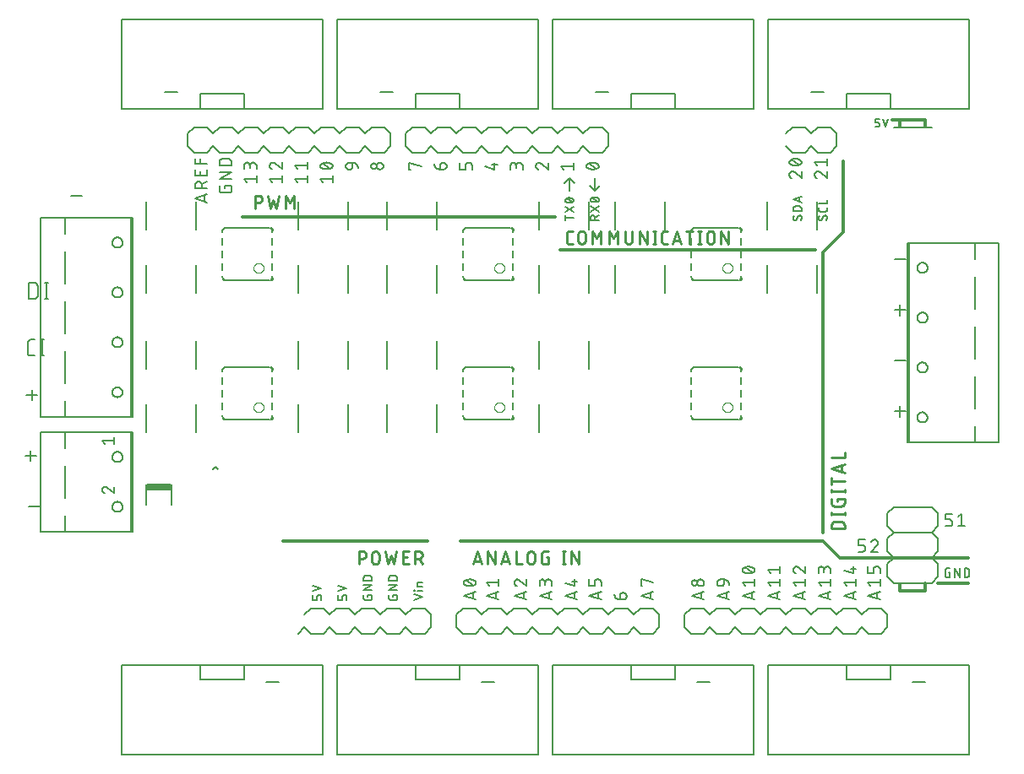
<source format=gto>
G04 EAGLE Gerber X2 export*
%TF.Part,Single*%
%TF.FileFunction,Other,Top Silkscreen*%
%TF.FilePolarity,Positive*%
%TF.GenerationSoftware,Autodesk,EAGLE,8.7.1*%
%TF.CreationDate,2018-04-05T21:50:13Z*%
G75*
%MOMM*%
%FSLAX34Y34*%
%LPD*%
%AMOC8*
5,1,8,0,0,1.08239X$1,22.5*%
G01*
%ADD10C,0.152400*%
%ADD11C,0.203200*%
%ADD12C,0.304800*%
%ADD13C,0.228600*%
%ADD14C,0.127000*%
%ADD15R,2.450000X0.675000*%
%ADD16C,0.015238*%
%ADD17C,0.050800*%


D10*
X193802Y291790D02*
X196511Y294499D01*
X199221Y291790D01*
X877062Y451584D02*
X887899Y451584D01*
X882481Y446165D02*
X882481Y457002D01*
X877062Y349984D02*
X887899Y349984D01*
X882481Y344565D02*
X882481Y355402D01*
X16679Y305534D02*
X5842Y305534D01*
X11261Y310952D02*
X11261Y300115D01*
X7112Y366494D02*
X17949Y366494D01*
X12531Y361075D02*
X12531Y371912D01*
X51562Y565884D02*
X62399Y565884D01*
X20489Y254734D02*
X9652Y254734D01*
X877062Y400784D02*
X887899Y400784D01*
X887899Y502384D02*
X877062Y502384D01*
X9652Y479298D02*
X9652Y463042D01*
X9652Y479298D02*
X14168Y479298D01*
X14299Y479296D01*
X14431Y479290D01*
X14562Y479281D01*
X14692Y479267D01*
X14823Y479250D01*
X14952Y479229D01*
X15081Y479205D01*
X15209Y479176D01*
X15337Y479144D01*
X15463Y479108D01*
X15588Y479069D01*
X15713Y479026D01*
X15835Y478979D01*
X15957Y478929D01*
X16077Y478875D01*
X16195Y478818D01*
X16311Y478757D01*
X16426Y478693D01*
X16539Y478626D01*
X16650Y478555D01*
X16758Y478481D01*
X16865Y478404D01*
X16969Y478324D01*
X17071Y478241D01*
X17170Y478156D01*
X17267Y478067D01*
X17361Y477975D01*
X17453Y477881D01*
X17542Y477784D01*
X17627Y477685D01*
X17710Y477583D01*
X17790Y477479D01*
X17867Y477372D01*
X17941Y477264D01*
X18012Y477153D01*
X18079Y477040D01*
X18143Y476925D01*
X18204Y476809D01*
X18261Y476691D01*
X18315Y476571D01*
X18365Y476449D01*
X18412Y476327D01*
X18455Y476202D01*
X18494Y476077D01*
X18530Y475951D01*
X18562Y475823D01*
X18591Y475695D01*
X18615Y475566D01*
X18636Y475437D01*
X18653Y475306D01*
X18667Y475176D01*
X18676Y475045D01*
X18682Y474913D01*
X18684Y474782D01*
X18683Y474782D02*
X18683Y467558D01*
X18684Y467558D02*
X18682Y467427D01*
X18676Y467295D01*
X18667Y467164D01*
X18653Y467034D01*
X18636Y466903D01*
X18615Y466774D01*
X18591Y466645D01*
X18562Y466517D01*
X18530Y466389D01*
X18494Y466263D01*
X18455Y466138D01*
X18412Y466013D01*
X18365Y465891D01*
X18315Y465769D01*
X18261Y465649D01*
X18204Y465531D01*
X18143Y465415D01*
X18079Y465300D01*
X18012Y465187D01*
X17941Y465076D01*
X17867Y464968D01*
X17790Y464861D01*
X17710Y464757D01*
X17627Y464655D01*
X17542Y464556D01*
X17453Y464459D01*
X17361Y464365D01*
X17267Y464273D01*
X17170Y464184D01*
X17071Y464099D01*
X16969Y464016D01*
X16865Y463936D01*
X16758Y463859D01*
X16650Y463785D01*
X16539Y463714D01*
X16426Y463647D01*
X16311Y463583D01*
X16195Y463522D01*
X16077Y463465D01*
X15957Y463411D01*
X15835Y463361D01*
X15713Y463314D01*
X15588Y463271D01*
X15463Y463232D01*
X15337Y463196D01*
X15209Y463164D01*
X15081Y463135D01*
X14952Y463111D01*
X14822Y463090D01*
X14692Y463073D01*
X14562Y463059D01*
X14431Y463050D01*
X14299Y463044D01*
X14168Y463042D01*
X9652Y463042D01*
X27194Y463042D02*
X27194Y479298D01*
X25387Y463042D02*
X29000Y463042D01*
X29000Y479298D02*
X25387Y479298D01*
X15607Y405892D02*
X11994Y405892D01*
X11876Y405894D01*
X11758Y405900D01*
X11640Y405909D01*
X11523Y405923D01*
X11406Y405940D01*
X11289Y405961D01*
X11174Y405986D01*
X11059Y406015D01*
X10945Y406048D01*
X10833Y406084D01*
X10722Y406124D01*
X10612Y406167D01*
X10503Y406214D01*
X10396Y406264D01*
X10291Y406319D01*
X10188Y406376D01*
X10087Y406437D01*
X9987Y406501D01*
X9890Y406568D01*
X9795Y406638D01*
X9703Y406712D01*
X9612Y406788D01*
X9525Y406868D01*
X9440Y406950D01*
X9358Y407035D01*
X9278Y407122D01*
X9202Y407213D01*
X9128Y407305D01*
X9058Y407400D01*
X8991Y407497D01*
X8927Y407597D01*
X8866Y407698D01*
X8809Y407801D01*
X8754Y407906D01*
X8704Y408013D01*
X8657Y408122D01*
X8614Y408232D01*
X8574Y408343D01*
X8538Y408455D01*
X8505Y408569D01*
X8476Y408684D01*
X8451Y408799D01*
X8430Y408916D01*
X8413Y409033D01*
X8399Y409150D01*
X8390Y409268D01*
X8384Y409386D01*
X8382Y409504D01*
X8382Y418536D01*
X8384Y418654D01*
X8390Y418772D01*
X8399Y418890D01*
X8413Y419007D01*
X8430Y419124D01*
X8451Y419241D01*
X8476Y419356D01*
X8505Y419471D01*
X8538Y419585D01*
X8574Y419697D01*
X8614Y419808D01*
X8657Y419918D01*
X8704Y420027D01*
X8754Y420134D01*
X8808Y420239D01*
X8866Y420342D01*
X8927Y420443D01*
X8991Y420543D01*
X9058Y420640D01*
X9128Y420735D01*
X9202Y420827D01*
X9278Y420918D01*
X9358Y421005D01*
X9440Y421090D01*
X9525Y421172D01*
X9612Y421252D01*
X9703Y421328D01*
X9795Y421402D01*
X9890Y421472D01*
X9987Y421539D01*
X10087Y421603D01*
X10188Y421664D01*
X10291Y421721D01*
X10396Y421775D01*
X10503Y421826D01*
X10612Y421873D01*
X10722Y421916D01*
X10833Y421956D01*
X10945Y421992D01*
X11059Y422025D01*
X11174Y422054D01*
X11289Y422079D01*
X11406Y422100D01*
X11523Y422117D01*
X11640Y422131D01*
X11758Y422140D01*
X11876Y422146D01*
X11994Y422148D01*
X15607Y422148D01*
X22837Y422148D02*
X22837Y405892D01*
X21031Y405892D02*
X24643Y405892D01*
X24643Y422148D02*
X21031Y422148D01*
D11*
X825500Y152400D02*
X838200Y152400D01*
X844550Y146050D01*
X844550Y133350D02*
X838200Y127000D01*
X800100Y152400D02*
X793750Y146050D01*
X800100Y152400D02*
X812800Y152400D01*
X819150Y146050D01*
X819150Y133350D02*
X812800Y127000D01*
X800100Y127000D01*
X793750Y133350D01*
X819150Y146050D02*
X825500Y152400D01*
X819150Y133350D02*
X825500Y127000D01*
X838200Y127000D01*
X762000Y152400D02*
X749300Y152400D01*
X762000Y152400D02*
X768350Y146050D01*
X768350Y133350D02*
X762000Y127000D01*
X768350Y146050D02*
X774700Y152400D01*
X787400Y152400D01*
X793750Y146050D01*
X793750Y133350D02*
X787400Y127000D01*
X774700Y127000D01*
X768350Y133350D01*
X723900Y152400D02*
X717550Y146050D01*
X723900Y152400D02*
X736600Y152400D01*
X742950Y146050D01*
X742950Y133350D02*
X736600Y127000D01*
X723900Y127000D01*
X717550Y133350D01*
X742950Y146050D02*
X749300Y152400D01*
X742950Y133350D02*
X749300Y127000D01*
X762000Y127000D01*
X685800Y152400D02*
X673100Y152400D01*
X685800Y152400D02*
X692150Y146050D01*
X692150Y133350D02*
X685800Y127000D01*
X692150Y146050D02*
X698500Y152400D01*
X711200Y152400D01*
X717550Y146050D01*
X717550Y133350D02*
X711200Y127000D01*
X698500Y127000D01*
X692150Y133350D01*
X666750Y133350D02*
X666750Y146050D01*
X673100Y152400D01*
X666750Y133350D02*
X673100Y127000D01*
X685800Y127000D01*
X850900Y152400D02*
X863600Y152400D01*
X869950Y146050D01*
X869950Y133350D01*
X863600Y127000D01*
X844550Y146050D02*
X850900Y152400D01*
X844550Y133350D02*
X850900Y127000D01*
X863600Y127000D01*
X787400Y635000D02*
X774700Y635000D01*
X787400Y635000D02*
X793750Y628650D01*
X793750Y615950D02*
X787400Y609600D01*
X768350Y628650D02*
X774700Y635000D01*
X768350Y615950D02*
X774700Y609600D01*
X787400Y609600D01*
X800100Y635000D02*
X812800Y635000D01*
X819150Y628650D01*
X819150Y615950D01*
X812800Y609600D01*
X793750Y628650D02*
X800100Y635000D01*
X793750Y615950D02*
X800100Y609600D01*
X812800Y609600D01*
X609600Y152400D02*
X596900Y152400D01*
X609600Y152400D02*
X615950Y146050D01*
X615950Y133350D02*
X609600Y127000D01*
X571500Y152400D02*
X565150Y146050D01*
X571500Y152400D02*
X584200Y152400D01*
X590550Y146050D01*
X590550Y133350D02*
X584200Y127000D01*
X571500Y127000D01*
X565150Y133350D01*
X590550Y146050D02*
X596900Y152400D01*
X590550Y133350D02*
X596900Y127000D01*
X609600Y127000D01*
X533400Y152400D02*
X520700Y152400D01*
X533400Y152400D02*
X539750Y146050D01*
X539750Y133350D02*
X533400Y127000D01*
X539750Y146050D02*
X546100Y152400D01*
X558800Y152400D01*
X565150Y146050D01*
X565150Y133350D02*
X558800Y127000D01*
X546100Y127000D01*
X539750Y133350D01*
X495300Y152400D02*
X488950Y146050D01*
X495300Y152400D02*
X508000Y152400D01*
X514350Y146050D01*
X514350Y133350D02*
X508000Y127000D01*
X495300Y127000D01*
X488950Y133350D01*
X514350Y146050D02*
X520700Y152400D01*
X514350Y133350D02*
X520700Y127000D01*
X533400Y127000D01*
X457200Y152400D02*
X444500Y152400D01*
X457200Y152400D02*
X463550Y146050D01*
X463550Y133350D02*
X457200Y127000D01*
X463550Y146050D02*
X469900Y152400D01*
X482600Y152400D01*
X488950Y146050D01*
X488950Y133350D02*
X482600Y127000D01*
X469900Y127000D01*
X463550Y133350D01*
X438150Y133350D02*
X438150Y146050D01*
X444500Y152400D01*
X438150Y133350D02*
X444500Y127000D01*
X457200Y127000D01*
X622300Y152400D02*
X635000Y152400D01*
X641350Y146050D01*
X641350Y133350D01*
X635000Y127000D01*
X615950Y146050D02*
X622300Y152400D01*
X615950Y133350D02*
X622300Y127000D01*
X635000Y127000D01*
X558800Y635000D02*
X546100Y635000D01*
X558800Y635000D02*
X565150Y628650D01*
X565150Y615950D02*
X558800Y609600D01*
X520700Y635000D02*
X514350Y628650D01*
X520700Y635000D02*
X533400Y635000D01*
X539750Y628650D01*
X539750Y615950D02*
X533400Y609600D01*
X520700Y609600D01*
X514350Y615950D01*
X539750Y628650D02*
X546100Y635000D01*
X539750Y615950D02*
X546100Y609600D01*
X558800Y609600D01*
X482600Y635000D02*
X469900Y635000D01*
X482600Y635000D02*
X488950Y628650D01*
X488950Y615950D02*
X482600Y609600D01*
X488950Y628650D02*
X495300Y635000D01*
X508000Y635000D01*
X514350Y628650D01*
X514350Y615950D02*
X508000Y609600D01*
X495300Y609600D01*
X488950Y615950D01*
X444500Y635000D02*
X438150Y628650D01*
X444500Y635000D02*
X457200Y635000D01*
X463550Y628650D01*
X463550Y615950D02*
X457200Y609600D01*
X444500Y609600D01*
X438150Y615950D01*
X463550Y628650D02*
X469900Y635000D01*
X463550Y615950D02*
X469900Y609600D01*
X482600Y609600D01*
X406400Y635000D02*
X393700Y635000D01*
X406400Y635000D02*
X412750Y628650D01*
X412750Y615950D02*
X406400Y609600D01*
X412750Y628650D02*
X419100Y635000D01*
X431800Y635000D01*
X438150Y628650D01*
X438150Y615950D02*
X431800Y609600D01*
X419100Y609600D01*
X412750Y615950D01*
X387350Y615950D02*
X387350Y628650D01*
X393700Y635000D01*
X387350Y615950D02*
X393700Y609600D01*
X406400Y609600D01*
X571500Y635000D02*
X584200Y635000D01*
X590550Y628650D01*
X590550Y615950D01*
X584200Y609600D01*
X565150Y628650D02*
X571500Y635000D01*
X565150Y615950D02*
X571500Y609600D01*
X584200Y609600D01*
X340360Y635000D02*
X327660Y635000D01*
X340360Y635000D02*
X346710Y628650D01*
X346710Y615950D02*
X340360Y609600D01*
X302260Y635000D02*
X295910Y628650D01*
X302260Y635000D02*
X314960Y635000D01*
X321310Y628650D01*
X321310Y615950D02*
X314960Y609600D01*
X302260Y609600D01*
X295910Y615950D01*
X321310Y628650D02*
X327660Y635000D01*
X321310Y615950D02*
X327660Y609600D01*
X340360Y609600D01*
X264160Y635000D02*
X251460Y635000D01*
X264160Y635000D02*
X270510Y628650D01*
X270510Y615950D02*
X264160Y609600D01*
X270510Y628650D02*
X276860Y635000D01*
X289560Y635000D01*
X295910Y628650D01*
X295910Y615950D02*
X289560Y609600D01*
X276860Y609600D01*
X270510Y615950D01*
X226060Y635000D02*
X219710Y628650D01*
X226060Y635000D02*
X238760Y635000D01*
X245110Y628650D01*
X245110Y615950D02*
X238760Y609600D01*
X226060Y609600D01*
X219710Y615950D01*
X245110Y628650D02*
X251460Y635000D01*
X245110Y615950D02*
X251460Y609600D01*
X264160Y609600D01*
X187960Y635000D02*
X175260Y635000D01*
X187960Y635000D02*
X194310Y628650D01*
X194310Y615950D02*
X187960Y609600D01*
X194310Y628650D02*
X200660Y635000D01*
X213360Y635000D01*
X219710Y628650D01*
X219710Y615950D02*
X213360Y609600D01*
X200660Y609600D01*
X194310Y615950D01*
X168910Y615950D02*
X168910Y628650D01*
X175260Y635000D01*
X168910Y615950D02*
X175260Y609600D01*
X187960Y609600D01*
X353060Y635000D02*
X365760Y635000D01*
X372110Y628650D01*
X372110Y615950D01*
X365760Y609600D01*
X346710Y628650D02*
X353060Y635000D01*
X346710Y615950D02*
X353060Y609600D01*
X365760Y609600D01*
D10*
X914400Y203200D02*
X920750Y209550D01*
X920750Y222250D02*
X914400Y228600D01*
X920750Y234950D01*
X920750Y247650D02*
X914400Y254000D01*
X869950Y209550D02*
X876300Y203200D01*
X869950Y209550D02*
X869950Y222250D01*
X876300Y228600D01*
X869950Y234950D01*
X869950Y247650D01*
X876300Y254000D01*
X876300Y228600D02*
X914400Y228600D01*
X914400Y254000D02*
X876300Y254000D01*
X920750Y247650D02*
X920750Y234950D01*
X920750Y222250D02*
X920750Y209550D01*
D11*
X914400Y203200D02*
X920750Y196850D01*
X920750Y184150D02*
X914400Y177800D01*
X869950Y184150D02*
X869950Y196850D01*
X876300Y203200D01*
X869950Y184150D02*
X876300Y177800D01*
X920750Y184150D02*
X920750Y196850D01*
X914400Y203200D02*
X876300Y203200D01*
X876300Y177800D02*
X914400Y177800D01*
X914400Y635000D02*
X876300Y635000D01*
D12*
X537210Y544830D02*
X223520Y544830D01*
X542290Y511810D02*
X797560Y511810D01*
X805434Y509778D02*
X805434Y228600D01*
X825754Y530098D02*
X825754Y600710D01*
X882650Y635762D02*
X882650Y642112D01*
X908050Y642112D01*
X908050Y635508D01*
X882650Y177038D02*
X882650Y169672D01*
X908050Y169672D01*
X908050Y177292D01*
X805180Y219964D02*
X441960Y219964D01*
X805180Y219964D02*
X822198Y202946D01*
X950976Y202946D01*
X805434Y509778D02*
X825754Y530098D01*
X920750Y177800D02*
X950722Y177800D01*
D11*
X551180Y571500D02*
X551180Y584200D01*
X546100Y579120D01*
X551180Y584200D02*
X556260Y579120D01*
X576580Y584200D02*
X576580Y571500D01*
X581660Y576580D01*
X576580Y571500D02*
X571500Y576580D01*
D12*
X408940Y219964D02*
X264160Y219964D01*
D11*
X387350Y146050D02*
X393700Y152400D01*
X406400Y152400D01*
X412750Y146050D01*
X412750Y133350D02*
X406400Y127000D01*
X393700Y127000D01*
X387350Y133350D01*
X355600Y152400D02*
X342900Y152400D01*
X355600Y152400D02*
X361950Y146050D01*
X361950Y133350D02*
X355600Y127000D01*
X361950Y146050D02*
X368300Y152400D01*
X381000Y152400D01*
X387350Y146050D01*
X387350Y133350D02*
X381000Y127000D01*
X368300Y127000D01*
X361950Y133350D01*
X317500Y152400D02*
X311150Y146050D01*
X317500Y152400D02*
X330200Y152400D01*
X336550Y146050D01*
X336550Y133350D02*
X330200Y127000D01*
X317500Y127000D01*
X311150Y133350D01*
X336550Y146050D02*
X342900Y152400D01*
X336550Y133350D02*
X342900Y127000D01*
X355600Y127000D01*
X285750Y133350D02*
X279400Y127000D01*
X285750Y146050D02*
X292100Y152400D01*
X304800Y152400D01*
X311150Y146050D01*
X311150Y133350D02*
X304800Y127000D01*
X292100Y127000D01*
X285750Y133350D01*
X412750Y133350D02*
X412750Y146050D01*
D12*
X875030Y642112D02*
X882650Y642112D01*
D11*
X574548Y592836D02*
X574308Y592839D01*
X574068Y592847D01*
X573829Y592862D01*
X573590Y592882D01*
X573352Y592907D01*
X573114Y592939D01*
X572877Y592976D01*
X572641Y593019D01*
X572406Y593067D01*
X572172Y593121D01*
X571940Y593180D01*
X571709Y593245D01*
X571480Y593316D01*
X571252Y593392D01*
X571027Y593473D01*
X570803Y593560D01*
X570581Y593652D01*
X570362Y593749D01*
X570145Y593852D01*
X570054Y593886D01*
X569964Y593923D01*
X569876Y593963D01*
X569789Y594006D01*
X569704Y594053D01*
X569621Y594104D01*
X569540Y594157D01*
X569461Y594214D01*
X569384Y594273D01*
X569309Y594336D01*
X569238Y594401D01*
X569168Y594469D01*
X569102Y594540D01*
X569038Y594613D01*
X568977Y594688D01*
X568919Y594766D01*
X568864Y594847D01*
X568812Y594929D01*
X568764Y595013D01*
X568718Y595099D01*
X568676Y595186D01*
X568638Y595276D01*
X568603Y595366D01*
X568572Y595458D01*
X568544Y595551D01*
X568519Y595645D01*
X568499Y595740D01*
X568482Y595836D01*
X568469Y595932D01*
X568460Y596029D01*
X568454Y596126D01*
X568452Y596223D01*
X568454Y596320D01*
X568460Y596417D01*
X568469Y596514D01*
X568482Y596610D01*
X568499Y596706D01*
X568519Y596801D01*
X568544Y596895D01*
X568572Y596988D01*
X568603Y597080D01*
X568638Y597170D01*
X568676Y597260D01*
X568718Y597347D01*
X568764Y597433D01*
X568812Y597517D01*
X568864Y597599D01*
X568919Y597680D01*
X568977Y597758D01*
X569038Y597833D01*
X569102Y597906D01*
X569168Y597977D01*
X569238Y598045D01*
X569309Y598110D01*
X569384Y598173D01*
X569461Y598232D01*
X569540Y598289D01*
X569621Y598342D01*
X569704Y598393D01*
X569789Y598440D01*
X569876Y598483D01*
X569964Y598523D01*
X570054Y598560D01*
X570145Y598594D01*
X570145Y598593D02*
X570362Y598696D01*
X570581Y598793D01*
X570803Y598885D01*
X571027Y598972D01*
X571252Y599053D01*
X571480Y599129D01*
X571709Y599200D01*
X571940Y599265D01*
X572172Y599324D01*
X572406Y599378D01*
X572641Y599426D01*
X572877Y599469D01*
X573114Y599506D01*
X573352Y599538D01*
X573590Y599563D01*
X573829Y599583D01*
X574068Y599598D01*
X574308Y599606D01*
X574548Y599609D01*
X574548Y592836D02*
X574788Y592839D01*
X575028Y592847D01*
X575267Y592862D01*
X575506Y592882D01*
X575744Y592907D01*
X575982Y592939D01*
X576219Y592976D01*
X576455Y593019D01*
X576690Y593067D01*
X576924Y593121D01*
X577156Y593180D01*
X577387Y593245D01*
X577616Y593316D01*
X577844Y593392D01*
X578069Y593473D01*
X578293Y593560D01*
X578515Y593652D01*
X578734Y593749D01*
X578951Y593852D01*
X579042Y593886D01*
X579132Y593923D01*
X579220Y593963D01*
X579307Y594006D01*
X579392Y594053D01*
X579475Y594104D01*
X579556Y594157D01*
X579635Y594214D01*
X579712Y594273D01*
X579787Y594336D01*
X579858Y594401D01*
X579928Y594469D01*
X579994Y594540D01*
X580058Y594613D01*
X580119Y594688D01*
X580177Y594766D01*
X580232Y594847D01*
X580284Y594929D01*
X580332Y595013D01*
X580378Y595099D01*
X580420Y595186D01*
X580458Y595276D01*
X580493Y595366D01*
X580524Y595458D01*
X580552Y595551D01*
X580577Y595645D01*
X580597Y595740D01*
X580614Y595836D01*
X580627Y595932D01*
X580636Y596029D01*
X580642Y596126D01*
X580644Y596223D01*
X578951Y598593D02*
X578734Y598696D01*
X578515Y598793D01*
X578293Y598885D01*
X578069Y598972D01*
X577844Y599053D01*
X577616Y599129D01*
X577387Y599200D01*
X577156Y599265D01*
X576924Y599324D01*
X576690Y599378D01*
X576455Y599426D01*
X576219Y599469D01*
X575982Y599506D01*
X575744Y599538D01*
X575506Y599563D01*
X575267Y599583D01*
X575028Y599598D01*
X574788Y599606D01*
X574548Y599609D01*
X578951Y598594D02*
X579042Y598560D01*
X579132Y598523D01*
X579220Y598483D01*
X579307Y598440D01*
X579392Y598393D01*
X579475Y598342D01*
X579556Y598289D01*
X579635Y598232D01*
X579712Y598173D01*
X579787Y598110D01*
X579858Y598045D01*
X579928Y597977D01*
X579994Y597906D01*
X580058Y597833D01*
X580119Y597758D01*
X580177Y597680D01*
X580232Y597599D01*
X580284Y597517D01*
X580332Y597433D01*
X580378Y597347D01*
X580420Y597260D01*
X580458Y597170D01*
X580493Y597080D01*
X580524Y596988D01*
X580552Y596895D01*
X580577Y596801D01*
X580597Y596706D01*
X580614Y596610D01*
X580627Y596514D01*
X580636Y596417D01*
X580642Y596320D01*
X580644Y596223D01*
X577935Y593513D02*
X571161Y598932D01*
X545761Y592836D02*
X543052Y596223D01*
X555244Y596223D01*
X555244Y599609D02*
X555244Y592836D01*
X520700Y599609D02*
X520591Y599607D01*
X520483Y599601D01*
X520374Y599592D01*
X520266Y599578D01*
X520159Y599561D01*
X520052Y599539D01*
X519946Y599514D01*
X519841Y599486D01*
X519737Y599453D01*
X519635Y599417D01*
X519534Y599377D01*
X519434Y599334D01*
X519336Y599287D01*
X519239Y599236D01*
X519145Y599182D01*
X519052Y599125D01*
X518962Y599065D01*
X518873Y599001D01*
X518787Y598934D01*
X518704Y598865D01*
X518623Y598792D01*
X518545Y598716D01*
X518469Y598638D01*
X518396Y598557D01*
X518327Y598474D01*
X518260Y598388D01*
X518196Y598299D01*
X518136Y598209D01*
X518079Y598116D01*
X518025Y598022D01*
X517974Y597925D01*
X517927Y597827D01*
X517884Y597727D01*
X517844Y597626D01*
X517808Y597524D01*
X517775Y597420D01*
X517747Y597315D01*
X517722Y597209D01*
X517700Y597102D01*
X517683Y596995D01*
X517669Y596887D01*
X517660Y596778D01*
X517654Y596670D01*
X517652Y596561D01*
X517654Y596438D01*
X517660Y596315D01*
X517669Y596192D01*
X517683Y596070D01*
X517700Y595948D01*
X517721Y595827D01*
X517746Y595706D01*
X517775Y595586D01*
X517808Y595468D01*
X517844Y595350D01*
X517884Y595234D01*
X517927Y595118D01*
X517975Y595005D01*
X518025Y594892D01*
X518079Y594782D01*
X518137Y594673D01*
X518198Y594566D01*
X518263Y594461D01*
X518330Y594358D01*
X518401Y594258D01*
X518475Y594159D01*
X518552Y594063D01*
X518632Y593970D01*
X518715Y593879D01*
X518801Y593790D01*
X518889Y593705D01*
X518980Y593622D01*
X519074Y593542D01*
X519170Y593465D01*
X519269Y593391D01*
X519369Y593321D01*
X519472Y593253D01*
X519577Y593189D01*
X519684Y593128D01*
X519793Y593070D01*
X519904Y593016D01*
X520016Y592966D01*
X520130Y592919D01*
X520245Y592875D01*
X520361Y592835D01*
X523071Y598594D02*
X522993Y598673D01*
X522913Y598749D01*
X522831Y598822D01*
X522745Y598892D01*
X522658Y598960D01*
X522568Y599025D01*
X522477Y599086D01*
X522383Y599144D01*
X522287Y599200D01*
X522190Y599251D01*
X522090Y599300D01*
X521990Y599345D01*
X521887Y599387D01*
X521784Y599425D01*
X521679Y599460D01*
X521573Y599491D01*
X521466Y599519D01*
X521358Y599543D01*
X521250Y599564D01*
X521141Y599580D01*
X521031Y599593D01*
X520921Y599603D01*
X520810Y599608D01*
X520700Y599610D01*
X523071Y598593D02*
X529844Y592836D01*
X529844Y599609D01*
X504444Y596223D02*
X504444Y592836D01*
X504444Y596223D02*
X504442Y596339D01*
X504436Y596454D01*
X504426Y596569D01*
X504412Y596684D01*
X504395Y596798D01*
X504373Y596912D01*
X504348Y597025D01*
X504318Y597137D01*
X504285Y597248D01*
X504248Y597357D01*
X504208Y597466D01*
X504164Y597572D01*
X504116Y597678D01*
X504064Y597781D01*
X504009Y597883D01*
X503951Y597983D01*
X503889Y598081D01*
X503824Y598176D01*
X503756Y598270D01*
X503684Y598360D01*
X503610Y598449D01*
X503532Y598535D01*
X503452Y598618D01*
X503369Y598698D01*
X503283Y598776D01*
X503194Y598850D01*
X503104Y598922D01*
X503010Y598990D01*
X502915Y599055D01*
X502817Y599117D01*
X502717Y599175D01*
X502615Y599230D01*
X502512Y599282D01*
X502406Y599330D01*
X502300Y599374D01*
X502191Y599414D01*
X502082Y599451D01*
X501971Y599484D01*
X501859Y599514D01*
X501746Y599539D01*
X501632Y599561D01*
X501518Y599578D01*
X501403Y599592D01*
X501288Y599602D01*
X501173Y599608D01*
X501057Y599610D01*
X500941Y599608D01*
X500826Y599602D01*
X500711Y599592D01*
X500596Y599578D01*
X500482Y599561D01*
X500368Y599539D01*
X500255Y599514D01*
X500143Y599484D01*
X500032Y599451D01*
X499923Y599414D01*
X499814Y599374D01*
X499708Y599330D01*
X499602Y599282D01*
X499499Y599230D01*
X499397Y599175D01*
X499297Y599117D01*
X499199Y599055D01*
X499104Y598990D01*
X499010Y598922D01*
X498920Y598850D01*
X498831Y598776D01*
X498745Y598698D01*
X498662Y598618D01*
X498582Y598535D01*
X498504Y598449D01*
X498430Y598360D01*
X498358Y598270D01*
X498290Y598176D01*
X498225Y598081D01*
X498163Y597983D01*
X498105Y597883D01*
X498050Y597781D01*
X497998Y597678D01*
X497950Y597572D01*
X497906Y597466D01*
X497866Y597357D01*
X497829Y597248D01*
X497796Y597137D01*
X497766Y597025D01*
X497741Y596912D01*
X497719Y596798D01*
X497702Y596684D01*
X497688Y596569D01*
X497678Y596454D01*
X497672Y596339D01*
X497670Y596223D01*
X492252Y596900D02*
X492252Y592836D01*
X492252Y596900D02*
X492254Y597003D01*
X492260Y597105D01*
X492269Y597207D01*
X492283Y597309D01*
X492300Y597410D01*
X492322Y597510D01*
X492347Y597609D01*
X492375Y597708D01*
X492408Y597805D01*
X492444Y597901D01*
X492483Y597996D01*
X492527Y598089D01*
X492573Y598180D01*
X492624Y598269D01*
X492677Y598357D01*
X492734Y598442D01*
X492794Y598525D01*
X492857Y598606D01*
X492923Y598685D01*
X492992Y598760D01*
X493064Y598834D01*
X493138Y598904D01*
X493215Y598972D01*
X493295Y599036D01*
X493377Y599098D01*
X493461Y599156D01*
X493548Y599211D01*
X493636Y599263D01*
X493727Y599311D01*
X493819Y599356D01*
X493912Y599398D01*
X494008Y599436D01*
X494104Y599470D01*
X494202Y599501D01*
X494301Y599527D01*
X494401Y599551D01*
X494502Y599570D01*
X494603Y599585D01*
X494705Y599597D01*
X494807Y599605D01*
X494910Y599609D01*
X495012Y599609D01*
X495115Y599605D01*
X495217Y599597D01*
X495319Y599585D01*
X495420Y599570D01*
X495521Y599551D01*
X495621Y599527D01*
X495720Y599501D01*
X495818Y599470D01*
X495914Y599436D01*
X496010Y599398D01*
X496103Y599356D01*
X496195Y599311D01*
X496286Y599263D01*
X496374Y599211D01*
X496461Y599156D01*
X496545Y599098D01*
X496627Y599036D01*
X496707Y598972D01*
X496784Y598904D01*
X496858Y598834D01*
X496930Y598760D01*
X496999Y598685D01*
X497065Y598606D01*
X497128Y598525D01*
X497188Y598442D01*
X497245Y598357D01*
X497298Y598269D01*
X497349Y598180D01*
X497395Y598089D01*
X497439Y597996D01*
X497478Y597901D01*
X497514Y597805D01*
X497547Y597708D01*
X497575Y597609D01*
X497600Y597510D01*
X497622Y597410D01*
X497639Y597309D01*
X497653Y597207D01*
X497662Y597105D01*
X497668Y597003D01*
X497670Y596900D01*
X497671Y596900D02*
X497671Y594191D01*
X476335Y592836D02*
X466852Y595545D01*
X476335Y592836D02*
X476335Y599609D01*
X479044Y597577D02*
X473625Y597577D01*
X453644Y596900D02*
X453644Y592836D01*
X453644Y596900D02*
X453642Y597001D01*
X453636Y597102D01*
X453627Y597203D01*
X453614Y597304D01*
X453597Y597404D01*
X453576Y597503D01*
X453552Y597601D01*
X453524Y597698D01*
X453492Y597795D01*
X453457Y597890D01*
X453418Y597983D01*
X453376Y598075D01*
X453330Y598166D01*
X453281Y598255D01*
X453229Y598341D01*
X453173Y598426D01*
X453115Y598509D01*
X453053Y598589D01*
X452988Y598667D01*
X452921Y598743D01*
X452851Y598816D01*
X452778Y598886D01*
X452702Y598953D01*
X452624Y599018D01*
X452544Y599080D01*
X452461Y599138D01*
X452376Y599194D01*
X452290Y599246D01*
X452201Y599295D01*
X452110Y599341D01*
X452018Y599383D01*
X451925Y599422D01*
X451830Y599457D01*
X451733Y599489D01*
X451636Y599517D01*
X451538Y599541D01*
X451439Y599562D01*
X451339Y599579D01*
X451238Y599592D01*
X451137Y599601D01*
X451036Y599607D01*
X450935Y599609D01*
X449580Y599609D01*
X449479Y599607D01*
X449378Y599601D01*
X449277Y599592D01*
X449176Y599579D01*
X449076Y599562D01*
X448977Y599541D01*
X448879Y599517D01*
X448782Y599489D01*
X448685Y599457D01*
X448590Y599422D01*
X448497Y599383D01*
X448405Y599341D01*
X448314Y599295D01*
X448226Y599246D01*
X448139Y599194D01*
X448054Y599138D01*
X447971Y599080D01*
X447891Y599018D01*
X447813Y598953D01*
X447737Y598886D01*
X447664Y598816D01*
X447594Y598743D01*
X447527Y598667D01*
X447462Y598589D01*
X447400Y598509D01*
X447342Y598426D01*
X447286Y598341D01*
X447234Y598255D01*
X447185Y598166D01*
X447139Y598075D01*
X447097Y597983D01*
X447058Y597890D01*
X447023Y597795D01*
X446991Y597698D01*
X446963Y597601D01*
X446939Y597503D01*
X446918Y597404D01*
X446901Y597304D01*
X446888Y597203D01*
X446879Y597102D01*
X446873Y597001D01*
X446871Y596900D01*
X446871Y592836D01*
X441452Y592836D01*
X441452Y599609D01*
X421471Y596900D02*
X421471Y592836D01*
X421471Y596900D02*
X421473Y597001D01*
X421479Y597102D01*
X421488Y597203D01*
X421501Y597304D01*
X421518Y597404D01*
X421539Y597503D01*
X421563Y597601D01*
X421591Y597698D01*
X421623Y597795D01*
X421658Y597890D01*
X421697Y597983D01*
X421739Y598075D01*
X421785Y598166D01*
X421834Y598255D01*
X421886Y598341D01*
X421942Y598426D01*
X422000Y598509D01*
X422062Y598589D01*
X422127Y598667D01*
X422194Y598743D01*
X422264Y598816D01*
X422337Y598886D01*
X422413Y598953D01*
X422491Y599018D01*
X422571Y599080D01*
X422654Y599138D01*
X422739Y599194D01*
X422826Y599246D01*
X422914Y599295D01*
X423005Y599341D01*
X423097Y599383D01*
X423190Y599422D01*
X423285Y599457D01*
X423382Y599489D01*
X423479Y599517D01*
X423577Y599541D01*
X423676Y599562D01*
X423776Y599579D01*
X423877Y599592D01*
X423978Y599601D01*
X424079Y599607D01*
X424180Y599609D01*
X424857Y599609D01*
X424857Y599610D02*
X424973Y599608D01*
X425088Y599602D01*
X425203Y599592D01*
X425318Y599578D01*
X425432Y599561D01*
X425546Y599539D01*
X425659Y599514D01*
X425771Y599484D01*
X425882Y599451D01*
X425991Y599414D01*
X426100Y599374D01*
X426206Y599330D01*
X426312Y599282D01*
X426415Y599230D01*
X426517Y599175D01*
X426617Y599117D01*
X426715Y599055D01*
X426810Y598990D01*
X426904Y598922D01*
X426994Y598850D01*
X427083Y598776D01*
X427169Y598698D01*
X427252Y598618D01*
X427332Y598535D01*
X427410Y598449D01*
X427484Y598360D01*
X427556Y598270D01*
X427624Y598176D01*
X427689Y598081D01*
X427751Y597983D01*
X427809Y597883D01*
X427864Y597781D01*
X427916Y597678D01*
X427964Y597572D01*
X428008Y597466D01*
X428048Y597357D01*
X428085Y597248D01*
X428118Y597137D01*
X428148Y597025D01*
X428173Y596912D01*
X428195Y596798D01*
X428212Y596684D01*
X428226Y596569D01*
X428236Y596454D01*
X428242Y596339D01*
X428244Y596223D01*
X428242Y596107D01*
X428236Y595992D01*
X428226Y595877D01*
X428212Y595762D01*
X428195Y595648D01*
X428173Y595534D01*
X428148Y595421D01*
X428118Y595309D01*
X428085Y595198D01*
X428048Y595089D01*
X428008Y594980D01*
X427964Y594874D01*
X427916Y594768D01*
X427864Y594665D01*
X427809Y594563D01*
X427751Y594463D01*
X427689Y594365D01*
X427624Y594270D01*
X427556Y594176D01*
X427484Y594086D01*
X427410Y593997D01*
X427332Y593911D01*
X427252Y593828D01*
X427169Y593748D01*
X427083Y593670D01*
X426994Y593596D01*
X426904Y593524D01*
X426810Y593456D01*
X426715Y593391D01*
X426617Y593329D01*
X426517Y593271D01*
X426415Y593216D01*
X426312Y593164D01*
X426206Y593116D01*
X426100Y593072D01*
X425991Y593032D01*
X425882Y592995D01*
X425771Y592962D01*
X425659Y592932D01*
X425546Y592907D01*
X425432Y592885D01*
X425318Y592868D01*
X425203Y592854D01*
X425088Y592844D01*
X424973Y592838D01*
X424857Y592836D01*
X421471Y592836D01*
X421324Y592838D01*
X421178Y592844D01*
X421031Y592854D01*
X420885Y592868D01*
X420739Y592886D01*
X420594Y592907D01*
X420450Y592933D01*
X420306Y592963D01*
X420163Y592996D01*
X420021Y593034D01*
X419880Y593075D01*
X419741Y593120D01*
X419602Y593168D01*
X419465Y593221D01*
X419330Y593277D01*
X419196Y593337D01*
X419063Y593400D01*
X418933Y593467D01*
X418804Y593538D01*
X418677Y593612D01*
X418553Y593689D01*
X418430Y593770D01*
X418310Y593854D01*
X418192Y593941D01*
X418076Y594031D01*
X417963Y594125D01*
X417852Y594221D01*
X417744Y594321D01*
X417639Y594423D01*
X417537Y594528D01*
X417437Y594636D01*
X417341Y594747D01*
X417247Y594860D01*
X417157Y594976D01*
X417070Y595094D01*
X416986Y595214D01*
X416905Y595336D01*
X416828Y595461D01*
X416754Y595588D01*
X416683Y595717D01*
X416616Y595847D01*
X416553Y595980D01*
X416493Y596114D01*
X416437Y596249D01*
X416384Y596386D01*
X416336Y596525D01*
X416291Y596664D01*
X416250Y596805D01*
X416212Y596947D01*
X416179Y597090D01*
X416149Y597234D01*
X416123Y597378D01*
X416102Y597523D01*
X416084Y597669D01*
X416070Y597815D01*
X416060Y597962D01*
X416054Y598108D01*
X416052Y598255D01*
X392007Y592836D02*
X390652Y592836D01*
X390652Y599609D01*
X402844Y596223D01*
X361357Y599610D02*
X361241Y599608D01*
X361126Y599602D01*
X361011Y599592D01*
X360896Y599578D01*
X360782Y599561D01*
X360668Y599539D01*
X360555Y599514D01*
X360443Y599484D01*
X360332Y599451D01*
X360223Y599414D01*
X360114Y599374D01*
X360008Y599330D01*
X359902Y599282D01*
X359799Y599230D01*
X359697Y599175D01*
X359597Y599117D01*
X359499Y599055D01*
X359404Y598990D01*
X359310Y598922D01*
X359220Y598850D01*
X359131Y598776D01*
X359045Y598698D01*
X358962Y598618D01*
X358882Y598535D01*
X358804Y598449D01*
X358730Y598360D01*
X358658Y598270D01*
X358590Y598176D01*
X358525Y598081D01*
X358463Y597983D01*
X358405Y597883D01*
X358350Y597781D01*
X358298Y597678D01*
X358250Y597572D01*
X358206Y597466D01*
X358166Y597357D01*
X358129Y597248D01*
X358096Y597137D01*
X358066Y597025D01*
X358041Y596912D01*
X358019Y596798D01*
X358002Y596684D01*
X357988Y596569D01*
X357978Y596454D01*
X357972Y596339D01*
X357970Y596223D01*
X357972Y596107D01*
X357978Y595992D01*
X357988Y595877D01*
X358002Y595762D01*
X358019Y595648D01*
X358041Y595534D01*
X358066Y595421D01*
X358096Y595309D01*
X358129Y595198D01*
X358166Y595089D01*
X358206Y594980D01*
X358250Y594874D01*
X358298Y594768D01*
X358350Y594665D01*
X358405Y594563D01*
X358463Y594463D01*
X358525Y594365D01*
X358590Y594270D01*
X358658Y594176D01*
X358730Y594086D01*
X358804Y593997D01*
X358882Y593911D01*
X358962Y593828D01*
X359045Y593748D01*
X359131Y593670D01*
X359220Y593596D01*
X359310Y593524D01*
X359404Y593456D01*
X359499Y593391D01*
X359597Y593329D01*
X359697Y593271D01*
X359799Y593216D01*
X359902Y593164D01*
X360008Y593116D01*
X360114Y593072D01*
X360223Y593032D01*
X360332Y592995D01*
X360443Y592962D01*
X360555Y592932D01*
X360668Y592907D01*
X360782Y592885D01*
X360896Y592868D01*
X361011Y592854D01*
X361126Y592844D01*
X361241Y592838D01*
X361357Y592836D01*
X361473Y592838D01*
X361588Y592844D01*
X361703Y592854D01*
X361818Y592868D01*
X361932Y592885D01*
X362046Y592907D01*
X362159Y592932D01*
X362271Y592962D01*
X362382Y592995D01*
X362491Y593032D01*
X362600Y593072D01*
X362706Y593116D01*
X362812Y593164D01*
X362915Y593216D01*
X363017Y593271D01*
X363117Y593329D01*
X363215Y593391D01*
X363310Y593456D01*
X363404Y593524D01*
X363494Y593596D01*
X363583Y593670D01*
X363669Y593748D01*
X363752Y593828D01*
X363832Y593911D01*
X363910Y593997D01*
X363984Y594086D01*
X364056Y594176D01*
X364124Y594270D01*
X364189Y594365D01*
X364251Y594463D01*
X364309Y594563D01*
X364364Y594665D01*
X364416Y594768D01*
X364464Y594874D01*
X364508Y594980D01*
X364548Y595089D01*
X364585Y595198D01*
X364618Y595309D01*
X364648Y595421D01*
X364673Y595534D01*
X364695Y595648D01*
X364712Y595762D01*
X364726Y595877D01*
X364736Y595992D01*
X364742Y596107D01*
X364744Y596223D01*
X364742Y596339D01*
X364736Y596454D01*
X364726Y596569D01*
X364712Y596684D01*
X364695Y596798D01*
X364673Y596912D01*
X364648Y597025D01*
X364618Y597137D01*
X364585Y597248D01*
X364548Y597357D01*
X364508Y597466D01*
X364464Y597572D01*
X364416Y597678D01*
X364364Y597781D01*
X364309Y597883D01*
X364251Y597983D01*
X364189Y598081D01*
X364124Y598176D01*
X364056Y598270D01*
X363984Y598360D01*
X363910Y598449D01*
X363832Y598535D01*
X363752Y598618D01*
X363669Y598698D01*
X363583Y598776D01*
X363494Y598850D01*
X363404Y598922D01*
X363310Y598990D01*
X363215Y599055D01*
X363117Y599117D01*
X363017Y599175D01*
X362915Y599230D01*
X362812Y599282D01*
X362706Y599330D01*
X362600Y599374D01*
X362491Y599414D01*
X362382Y599451D01*
X362271Y599484D01*
X362159Y599514D01*
X362046Y599539D01*
X361932Y599561D01*
X361818Y599578D01*
X361703Y599592D01*
X361588Y599602D01*
X361473Y599608D01*
X361357Y599610D01*
X355261Y598932D02*
X355158Y598930D01*
X355056Y598924D01*
X354954Y598915D01*
X354852Y598901D01*
X354751Y598884D01*
X354651Y598862D01*
X354552Y598837D01*
X354453Y598809D01*
X354356Y598776D01*
X354260Y598740D01*
X354165Y598701D01*
X354072Y598657D01*
X353981Y598611D01*
X353892Y598560D01*
X353804Y598507D01*
X353719Y598450D01*
X353636Y598390D01*
X353555Y598327D01*
X353476Y598261D01*
X353401Y598192D01*
X353327Y598120D01*
X353257Y598046D01*
X353189Y597969D01*
X353125Y597889D01*
X353063Y597807D01*
X353005Y597723D01*
X352950Y597636D01*
X352898Y597548D01*
X352850Y597457D01*
X352805Y597365D01*
X352763Y597272D01*
X352725Y597176D01*
X352691Y597080D01*
X352660Y596982D01*
X352634Y596883D01*
X352610Y596783D01*
X352591Y596682D01*
X352576Y596581D01*
X352564Y596479D01*
X352556Y596377D01*
X352552Y596274D01*
X352552Y596172D01*
X352556Y596069D01*
X352564Y595967D01*
X352576Y595865D01*
X352591Y595764D01*
X352610Y595663D01*
X352634Y595563D01*
X352660Y595464D01*
X352691Y595366D01*
X352725Y595270D01*
X352763Y595174D01*
X352805Y595081D01*
X352850Y594989D01*
X352898Y594898D01*
X352950Y594810D01*
X353005Y594723D01*
X353063Y594639D01*
X353125Y594557D01*
X353189Y594477D01*
X353257Y594400D01*
X353327Y594326D01*
X353401Y594254D01*
X353476Y594185D01*
X353555Y594119D01*
X353636Y594056D01*
X353719Y593996D01*
X353804Y593939D01*
X353892Y593886D01*
X353981Y593835D01*
X354072Y593789D01*
X354165Y593745D01*
X354260Y593706D01*
X354356Y593670D01*
X354453Y593637D01*
X354552Y593609D01*
X354651Y593584D01*
X354751Y593562D01*
X354852Y593545D01*
X354954Y593531D01*
X355056Y593522D01*
X355158Y593516D01*
X355261Y593514D01*
X355364Y593516D01*
X355466Y593522D01*
X355568Y593531D01*
X355670Y593545D01*
X355771Y593562D01*
X355871Y593584D01*
X355970Y593609D01*
X356069Y593637D01*
X356166Y593670D01*
X356262Y593706D01*
X356357Y593745D01*
X356450Y593789D01*
X356541Y593835D01*
X356630Y593886D01*
X356718Y593939D01*
X356803Y593996D01*
X356886Y594056D01*
X356967Y594119D01*
X357046Y594185D01*
X357121Y594254D01*
X357195Y594326D01*
X357265Y594400D01*
X357333Y594477D01*
X357397Y594557D01*
X357459Y594639D01*
X357517Y594723D01*
X357572Y594810D01*
X357624Y594898D01*
X357672Y594989D01*
X357717Y595081D01*
X357759Y595174D01*
X357797Y595270D01*
X357831Y595366D01*
X357862Y595464D01*
X357888Y595563D01*
X357912Y595663D01*
X357931Y595764D01*
X357946Y595865D01*
X357958Y595967D01*
X357966Y596069D01*
X357970Y596172D01*
X357970Y596274D01*
X357966Y596377D01*
X357958Y596479D01*
X357946Y596581D01*
X357931Y596682D01*
X357912Y596783D01*
X357888Y596883D01*
X357862Y596982D01*
X357831Y597080D01*
X357797Y597176D01*
X357759Y597272D01*
X357717Y597365D01*
X357672Y597457D01*
X357624Y597548D01*
X357572Y597636D01*
X357517Y597723D01*
X357459Y597807D01*
X357397Y597889D01*
X357333Y597969D01*
X357265Y598046D01*
X357195Y598120D01*
X357121Y598192D01*
X357046Y598261D01*
X356967Y598327D01*
X356886Y598390D01*
X356803Y598450D01*
X356718Y598507D01*
X356630Y598560D01*
X356541Y598611D01*
X356450Y598657D01*
X356357Y598701D01*
X356262Y598740D01*
X356166Y598776D01*
X356069Y598809D01*
X355970Y598837D01*
X355871Y598862D01*
X355771Y598884D01*
X355670Y598901D01*
X355568Y598915D01*
X355466Y598924D01*
X355364Y598930D01*
X355261Y598932D01*
X333925Y599609D02*
X333925Y595545D01*
X333923Y595444D01*
X333917Y595343D01*
X333908Y595242D01*
X333895Y595141D01*
X333878Y595041D01*
X333857Y594942D01*
X333833Y594844D01*
X333805Y594747D01*
X333773Y594650D01*
X333738Y594555D01*
X333699Y594462D01*
X333657Y594370D01*
X333611Y594279D01*
X333562Y594191D01*
X333510Y594104D01*
X333454Y594019D01*
X333396Y593936D01*
X333334Y593856D01*
X333269Y593778D01*
X333202Y593702D01*
X333132Y593629D01*
X333059Y593559D01*
X332983Y593492D01*
X332905Y593427D01*
X332825Y593365D01*
X332742Y593307D01*
X332657Y593251D01*
X332571Y593199D01*
X332482Y593150D01*
X332391Y593104D01*
X332299Y593062D01*
X332206Y593023D01*
X332111Y592988D01*
X332014Y592956D01*
X331917Y592928D01*
X331819Y592904D01*
X331720Y592883D01*
X331620Y592866D01*
X331519Y592853D01*
X331418Y592844D01*
X331317Y592838D01*
X331216Y592836D01*
X330539Y592836D01*
X330423Y592838D01*
X330308Y592844D01*
X330193Y592854D01*
X330078Y592868D01*
X329964Y592885D01*
X329850Y592907D01*
X329737Y592932D01*
X329625Y592962D01*
X329514Y592995D01*
X329405Y593032D01*
X329296Y593072D01*
X329190Y593116D01*
X329084Y593164D01*
X328981Y593216D01*
X328879Y593271D01*
X328779Y593329D01*
X328681Y593391D01*
X328586Y593456D01*
X328492Y593524D01*
X328402Y593596D01*
X328313Y593670D01*
X328227Y593748D01*
X328144Y593828D01*
X328064Y593911D01*
X327986Y593997D01*
X327912Y594086D01*
X327840Y594176D01*
X327772Y594270D01*
X327707Y594365D01*
X327645Y594463D01*
X327587Y594563D01*
X327532Y594665D01*
X327480Y594768D01*
X327432Y594874D01*
X327388Y594980D01*
X327348Y595089D01*
X327311Y595198D01*
X327278Y595309D01*
X327248Y595421D01*
X327223Y595534D01*
X327201Y595648D01*
X327184Y595762D01*
X327170Y595877D01*
X327160Y595992D01*
X327154Y596107D01*
X327152Y596223D01*
X327154Y596339D01*
X327160Y596454D01*
X327170Y596569D01*
X327184Y596684D01*
X327201Y596798D01*
X327223Y596912D01*
X327248Y597025D01*
X327278Y597137D01*
X327311Y597248D01*
X327348Y597357D01*
X327388Y597466D01*
X327432Y597572D01*
X327480Y597678D01*
X327532Y597781D01*
X327587Y597883D01*
X327645Y597983D01*
X327707Y598081D01*
X327772Y598176D01*
X327840Y598270D01*
X327912Y598360D01*
X327986Y598449D01*
X328064Y598535D01*
X328144Y598618D01*
X328227Y598698D01*
X328313Y598776D01*
X328402Y598850D01*
X328492Y598922D01*
X328586Y598990D01*
X328681Y599055D01*
X328779Y599117D01*
X328879Y599175D01*
X328981Y599230D01*
X329084Y599282D01*
X329190Y599330D01*
X329296Y599374D01*
X329405Y599414D01*
X329514Y599451D01*
X329625Y599484D01*
X329737Y599514D01*
X329850Y599539D01*
X329964Y599561D01*
X330078Y599578D01*
X330193Y599592D01*
X330308Y599602D01*
X330423Y599608D01*
X330539Y599610D01*
X330539Y599609D02*
X333925Y599609D01*
X333925Y599610D02*
X334069Y599608D01*
X334213Y599602D01*
X334357Y599593D01*
X334501Y599579D01*
X334644Y599562D01*
X334787Y599541D01*
X334929Y599516D01*
X335070Y599488D01*
X335211Y599455D01*
X335351Y599419D01*
X335489Y599379D01*
X335627Y599336D01*
X335763Y599289D01*
X335898Y599238D01*
X336032Y599184D01*
X336164Y599126D01*
X336295Y599064D01*
X336424Y599000D01*
X336551Y598931D01*
X336676Y598860D01*
X336799Y598785D01*
X336921Y598707D01*
X337040Y598625D01*
X337157Y598541D01*
X337271Y598453D01*
X337384Y598363D01*
X337493Y598269D01*
X337601Y598173D01*
X337705Y598073D01*
X337807Y597971D01*
X337907Y597867D01*
X338003Y597759D01*
X338097Y597650D01*
X338187Y597537D01*
X338275Y597423D01*
X338359Y597306D01*
X338441Y597187D01*
X338519Y597065D01*
X338594Y596942D01*
X338665Y596817D01*
X338734Y596690D01*
X338798Y596561D01*
X338860Y596430D01*
X338918Y596298D01*
X338972Y596164D01*
X339023Y596029D01*
X339070Y595893D01*
X339113Y595755D01*
X339153Y595617D01*
X339189Y595477D01*
X339222Y595336D01*
X339250Y595195D01*
X339275Y595053D01*
X339296Y594910D01*
X339313Y594767D01*
X339327Y594623D01*
X339336Y594479D01*
X339342Y594335D01*
X339344Y594191D01*
X304461Y580136D02*
X301752Y583523D01*
X313944Y583523D01*
X313944Y586909D02*
X313944Y580136D01*
X307848Y592938D02*
X307608Y592941D01*
X307368Y592949D01*
X307129Y592964D01*
X306890Y592984D01*
X306652Y593009D01*
X306414Y593041D01*
X306177Y593078D01*
X305941Y593121D01*
X305706Y593169D01*
X305472Y593223D01*
X305240Y593282D01*
X305009Y593347D01*
X304780Y593418D01*
X304552Y593494D01*
X304327Y593575D01*
X304103Y593662D01*
X303881Y593754D01*
X303662Y593851D01*
X303445Y593954D01*
X303445Y593953D02*
X303354Y593987D01*
X303264Y594024D01*
X303176Y594064D01*
X303089Y594107D01*
X303004Y594154D01*
X302921Y594205D01*
X302840Y594258D01*
X302761Y594315D01*
X302684Y594374D01*
X302609Y594437D01*
X302538Y594502D01*
X302468Y594570D01*
X302402Y594641D01*
X302338Y594714D01*
X302277Y594789D01*
X302219Y594867D01*
X302164Y594948D01*
X302112Y595030D01*
X302064Y595114D01*
X302018Y595200D01*
X301976Y595287D01*
X301938Y595377D01*
X301903Y595467D01*
X301872Y595559D01*
X301844Y595652D01*
X301819Y595746D01*
X301799Y595841D01*
X301782Y595937D01*
X301769Y596033D01*
X301760Y596130D01*
X301754Y596227D01*
X301752Y596324D01*
X301754Y596421D01*
X301760Y596518D01*
X301769Y596615D01*
X301782Y596711D01*
X301799Y596807D01*
X301819Y596902D01*
X301844Y596996D01*
X301872Y597089D01*
X301903Y597181D01*
X301938Y597271D01*
X301976Y597361D01*
X302018Y597448D01*
X302064Y597534D01*
X302112Y597618D01*
X302164Y597700D01*
X302219Y597781D01*
X302277Y597859D01*
X302338Y597934D01*
X302402Y598007D01*
X302468Y598078D01*
X302538Y598146D01*
X302609Y598211D01*
X302684Y598274D01*
X302761Y598333D01*
X302840Y598390D01*
X302921Y598443D01*
X303004Y598494D01*
X303089Y598541D01*
X303176Y598584D01*
X303264Y598624D01*
X303354Y598661D01*
X303445Y598695D01*
X303662Y598798D01*
X303881Y598895D01*
X304103Y598987D01*
X304327Y599074D01*
X304552Y599155D01*
X304780Y599231D01*
X305009Y599302D01*
X305240Y599367D01*
X305472Y599426D01*
X305706Y599480D01*
X305941Y599528D01*
X306177Y599571D01*
X306414Y599608D01*
X306652Y599640D01*
X306890Y599665D01*
X307129Y599685D01*
X307368Y599700D01*
X307608Y599708D01*
X307848Y599711D01*
X307848Y592938D02*
X308088Y592941D01*
X308328Y592949D01*
X308567Y592964D01*
X308806Y592984D01*
X309044Y593009D01*
X309282Y593041D01*
X309519Y593078D01*
X309755Y593121D01*
X309990Y593169D01*
X310224Y593223D01*
X310456Y593282D01*
X310687Y593347D01*
X310916Y593418D01*
X311144Y593494D01*
X311369Y593575D01*
X311593Y593662D01*
X311815Y593754D01*
X312034Y593851D01*
X312251Y593954D01*
X312251Y593953D02*
X312342Y593987D01*
X312432Y594024D01*
X312520Y594064D01*
X312607Y594107D01*
X312692Y594154D01*
X312775Y594205D01*
X312856Y594258D01*
X312935Y594315D01*
X313012Y594374D01*
X313087Y594437D01*
X313158Y594502D01*
X313228Y594570D01*
X313294Y594641D01*
X313358Y594714D01*
X313419Y594789D01*
X313477Y594867D01*
X313532Y594948D01*
X313584Y595030D01*
X313632Y595114D01*
X313678Y595200D01*
X313720Y595287D01*
X313758Y595377D01*
X313793Y595467D01*
X313824Y595559D01*
X313852Y595652D01*
X313877Y595746D01*
X313897Y595841D01*
X313914Y595937D01*
X313927Y596033D01*
X313936Y596130D01*
X313942Y596227D01*
X313944Y596324D01*
X312251Y598695D02*
X312034Y598798D01*
X311815Y598895D01*
X311593Y598987D01*
X311369Y599074D01*
X311144Y599155D01*
X310916Y599231D01*
X310687Y599302D01*
X310456Y599367D01*
X310224Y599426D01*
X309990Y599480D01*
X309755Y599528D01*
X309519Y599571D01*
X309282Y599608D01*
X309044Y599640D01*
X308806Y599665D01*
X308567Y599685D01*
X308328Y599700D01*
X308088Y599708D01*
X307848Y599711D01*
X312251Y598695D02*
X312342Y598661D01*
X312432Y598624D01*
X312520Y598584D01*
X312607Y598541D01*
X312692Y598494D01*
X312775Y598443D01*
X312856Y598390D01*
X312935Y598333D01*
X313012Y598274D01*
X313087Y598211D01*
X313158Y598146D01*
X313228Y598078D01*
X313294Y598007D01*
X313358Y597934D01*
X313419Y597859D01*
X313477Y597781D01*
X313532Y597700D01*
X313584Y597618D01*
X313632Y597534D01*
X313678Y597448D01*
X313720Y597361D01*
X313758Y597271D01*
X313793Y597181D01*
X313824Y597089D01*
X313852Y596996D01*
X313877Y596902D01*
X313897Y596807D01*
X313914Y596711D01*
X313927Y596615D01*
X313936Y596518D01*
X313942Y596421D01*
X313944Y596324D01*
X311235Y593615D02*
X304461Y599034D01*
X279061Y580136D02*
X276352Y583523D01*
X288544Y583523D01*
X288544Y586909D02*
X288544Y580136D01*
X279061Y592938D02*
X276352Y596324D01*
X288544Y596324D01*
X288544Y592938D02*
X288544Y599711D01*
X253661Y580136D02*
X250952Y583523D01*
X263144Y583523D01*
X263144Y586909D02*
X263144Y580136D01*
X250952Y596663D02*
X250954Y596772D01*
X250960Y596880D01*
X250969Y596989D01*
X250983Y597097D01*
X251000Y597204D01*
X251022Y597311D01*
X251047Y597417D01*
X251075Y597522D01*
X251108Y597626D01*
X251144Y597728D01*
X251184Y597829D01*
X251227Y597929D01*
X251274Y598027D01*
X251325Y598124D01*
X251379Y598218D01*
X251436Y598311D01*
X251496Y598401D01*
X251560Y598490D01*
X251627Y598576D01*
X251696Y598659D01*
X251769Y598740D01*
X251845Y598818D01*
X251923Y598894D01*
X252004Y598967D01*
X252087Y599036D01*
X252173Y599103D01*
X252262Y599167D01*
X252352Y599227D01*
X252445Y599284D01*
X252539Y599338D01*
X252636Y599389D01*
X252734Y599436D01*
X252834Y599479D01*
X252935Y599519D01*
X253037Y599555D01*
X253141Y599588D01*
X253246Y599616D01*
X253352Y599641D01*
X253459Y599663D01*
X253566Y599680D01*
X253674Y599694D01*
X253783Y599703D01*
X253891Y599709D01*
X254000Y599711D01*
X250952Y596663D02*
X250954Y596540D01*
X250960Y596417D01*
X250969Y596294D01*
X250983Y596172D01*
X251000Y596050D01*
X251021Y595929D01*
X251046Y595808D01*
X251075Y595688D01*
X251108Y595570D01*
X251144Y595452D01*
X251184Y595336D01*
X251227Y595220D01*
X251275Y595107D01*
X251325Y594994D01*
X251379Y594884D01*
X251437Y594775D01*
X251498Y594668D01*
X251563Y594563D01*
X251630Y594460D01*
X251701Y594360D01*
X251775Y594261D01*
X251852Y594165D01*
X251932Y594072D01*
X252015Y593981D01*
X252101Y593892D01*
X252189Y593807D01*
X252280Y593724D01*
X252374Y593644D01*
X252470Y593567D01*
X252569Y593493D01*
X252669Y593423D01*
X252772Y593355D01*
X252877Y593291D01*
X252984Y593230D01*
X253093Y593172D01*
X253204Y593118D01*
X253316Y593068D01*
X253430Y593021D01*
X253545Y592977D01*
X253661Y592937D01*
X256371Y598695D02*
X256293Y598774D01*
X256213Y598850D01*
X256131Y598923D01*
X256045Y598993D01*
X255958Y599061D01*
X255868Y599126D01*
X255777Y599187D01*
X255683Y599245D01*
X255587Y599301D01*
X255490Y599352D01*
X255390Y599401D01*
X255290Y599446D01*
X255187Y599488D01*
X255084Y599526D01*
X254979Y599561D01*
X254873Y599592D01*
X254766Y599620D01*
X254658Y599644D01*
X254550Y599665D01*
X254441Y599681D01*
X254331Y599694D01*
X254221Y599704D01*
X254110Y599709D01*
X254000Y599711D01*
X256371Y598695D02*
X263144Y592938D01*
X263144Y599711D01*
X228261Y580136D02*
X225552Y583523D01*
X237744Y583523D01*
X237744Y586909D02*
X237744Y580136D01*
X237744Y592938D02*
X237744Y596324D01*
X237742Y596440D01*
X237736Y596555D01*
X237726Y596670D01*
X237712Y596785D01*
X237695Y596899D01*
X237673Y597013D01*
X237648Y597126D01*
X237618Y597238D01*
X237585Y597349D01*
X237548Y597458D01*
X237508Y597567D01*
X237464Y597673D01*
X237416Y597779D01*
X237364Y597882D01*
X237309Y597984D01*
X237251Y598084D01*
X237189Y598182D01*
X237124Y598277D01*
X237056Y598371D01*
X236984Y598461D01*
X236910Y598550D01*
X236832Y598636D01*
X236752Y598719D01*
X236669Y598799D01*
X236583Y598877D01*
X236494Y598951D01*
X236404Y599023D01*
X236310Y599091D01*
X236215Y599156D01*
X236117Y599218D01*
X236017Y599276D01*
X235915Y599331D01*
X235812Y599383D01*
X235706Y599431D01*
X235600Y599475D01*
X235491Y599515D01*
X235382Y599552D01*
X235271Y599585D01*
X235159Y599615D01*
X235046Y599640D01*
X234932Y599662D01*
X234818Y599679D01*
X234703Y599693D01*
X234588Y599703D01*
X234473Y599709D01*
X234357Y599711D01*
X234241Y599709D01*
X234126Y599703D01*
X234011Y599693D01*
X233896Y599679D01*
X233782Y599662D01*
X233668Y599640D01*
X233555Y599615D01*
X233443Y599585D01*
X233332Y599552D01*
X233223Y599515D01*
X233114Y599475D01*
X233008Y599431D01*
X232902Y599383D01*
X232799Y599331D01*
X232697Y599276D01*
X232597Y599218D01*
X232499Y599156D01*
X232404Y599091D01*
X232310Y599023D01*
X232220Y598951D01*
X232131Y598877D01*
X232045Y598799D01*
X231962Y598719D01*
X231882Y598636D01*
X231804Y598550D01*
X231730Y598461D01*
X231658Y598371D01*
X231590Y598277D01*
X231525Y598182D01*
X231463Y598084D01*
X231405Y597984D01*
X231350Y597882D01*
X231298Y597779D01*
X231250Y597673D01*
X231206Y597567D01*
X231166Y597458D01*
X231129Y597349D01*
X231096Y597238D01*
X231066Y597126D01*
X231041Y597013D01*
X231019Y596899D01*
X231002Y596785D01*
X230988Y596670D01*
X230978Y596555D01*
X230972Y596440D01*
X230970Y596324D01*
X225552Y597002D02*
X225552Y592938D01*
X225552Y597002D02*
X225554Y597105D01*
X225560Y597207D01*
X225569Y597309D01*
X225583Y597411D01*
X225600Y597512D01*
X225622Y597612D01*
X225647Y597711D01*
X225675Y597810D01*
X225708Y597907D01*
X225744Y598003D01*
X225783Y598098D01*
X225827Y598191D01*
X225873Y598282D01*
X225924Y598371D01*
X225977Y598459D01*
X226034Y598544D01*
X226094Y598627D01*
X226157Y598708D01*
X226223Y598787D01*
X226292Y598862D01*
X226364Y598936D01*
X226438Y599006D01*
X226515Y599074D01*
X226595Y599138D01*
X226677Y599200D01*
X226761Y599258D01*
X226848Y599313D01*
X226936Y599365D01*
X227027Y599413D01*
X227119Y599458D01*
X227212Y599500D01*
X227308Y599538D01*
X227404Y599572D01*
X227502Y599603D01*
X227601Y599629D01*
X227701Y599653D01*
X227802Y599672D01*
X227903Y599687D01*
X228005Y599699D01*
X228107Y599707D01*
X228210Y599711D01*
X228312Y599711D01*
X228415Y599707D01*
X228517Y599699D01*
X228619Y599687D01*
X228720Y599672D01*
X228821Y599653D01*
X228921Y599629D01*
X229020Y599603D01*
X229118Y599572D01*
X229214Y599538D01*
X229310Y599500D01*
X229403Y599458D01*
X229495Y599413D01*
X229586Y599365D01*
X229674Y599313D01*
X229761Y599258D01*
X229845Y599200D01*
X229927Y599138D01*
X230007Y599074D01*
X230084Y599006D01*
X230158Y598936D01*
X230230Y598862D01*
X230299Y598787D01*
X230365Y598708D01*
X230428Y598627D01*
X230488Y598544D01*
X230545Y598459D01*
X230598Y598371D01*
X230649Y598282D01*
X230695Y598191D01*
X230739Y598098D01*
X230778Y598003D01*
X230814Y597907D01*
X230847Y597810D01*
X230875Y597711D01*
X230900Y597612D01*
X230922Y597512D01*
X230939Y597411D01*
X230953Y597309D01*
X230962Y597207D01*
X230968Y597105D01*
X230970Y597002D01*
X230971Y597002D02*
X230971Y594292D01*
X771652Y587671D02*
X771654Y587780D01*
X771660Y587888D01*
X771669Y587997D01*
X771683Y588105D01*
X771700Y588212D01*
X771722Y588319D01*
X771747Y588425D01*
X771775Y588530D01*
X771808Y588634D01*
X771844Y588736D01*
X771884Y588837D01*
X771927Y588937D01*
X771974Y589035D01*
X772025Y589132D01*
X772079Y589226D01*
X772136Y589319D01*
X772196Y589409D01*
X772260Y589498D01*
X772327Y589584D01*
X772396Y589667D01*
X772469Y589748D01*
X772545Y589826D01*
X772623Y589902D01*
X772704Y589975D01*
X772787Y590044D01*
X772873Y590111D01*
X772962Y590175D01*
X773052Y590235D01*
X773145Y590292D01*
X773239Y590346D01*
X773336Y590397D01*
X773434Y590444D01*
X773534Y590487D01*
X773635Y590527D01*
X773737Y590563D01*
X773841Y590596D01*
X773946Y590624D01*
X774052Y590649D01*
X774159Y590671D01*
X774266Y590688D01*
X774374Y590702D01*
X774483Y590711D01*
X774591Y590717D01*
X774700Y590719D01*
X771652Y587671D02*
X771654Y587548D01*
X771660Y587425D01*
X771669Y587302D01*
X771683Y587180D01*
X771700Y587058D01*
X771721Y586937D01*
X771746Y586816D01*
X771775Y586696D01*
X771808Y586578D01*
X771844Y586460D01*
X771884Y586344D01*
X771927Y586228D01*
X771975Y586115D01*
X772025Y586002D01*
X772079Y585892D01*
X772137Y585783D01*
X772198Y585676D01*
X772263Y585571D01*
X772330Y585468D01*
X772401Y585368D01*
X772475Y585269D01*
X772552Y585173D01*
X772632Y585080D01*
X772715Y584989D01*
X772801Y584900D01*
X772889Y584815D01*
X772980Y584732D01*
X773074Y584652D01*
X773170Y584575D01*
X773269Y584501D01*
X773369Y584431D01*
X773472Y584363D01*
X773577Y584299D01*
X773684Y584238D01*
X773793Y584180D01*
X773904Y584126D01*
X774016Y584076D01*
X774130Y584029D01*
X774245Y583985D01*
X774361Y583945D01*
X777071Y589704D02*
X776993Y589783D01*
X776913Y589859D01*
X776831Y589932D01*
X776745Y590002D01*
X776658Y590070D01*
X776568Y590135D01*
X776477Y590196D01*
X776383Y590254D01*
X776287Y590310D01*
X776190Y590361D01*
X776090Y590410D01*
X775990Y590455D01*
X775887Y590497D01*
X775784Y590535D01*
X775679Y590570D01*
X775573Y590601D01*
X775466Y590629D01*
X775358Y590653D01*
X775250Y590674D01*
X775141Y590690D01*
X775031Y590703D01*
X774921Y590713D01*
X774810Y590718D01*
X774700Y590720D01*
X777071Y589703D02*
X783844Y583946D01*
X783844Y590719D01*
X777748Y596748D02*
X777508Y596751D01*
X777268Y596759D01*
X777029Y596774D01*
X776790Y596794D01*
X776552Y596819D01*
X776314Y596851D01*
X776077Y596888D01*
X775841Y596931D01*
X775606Y596979D01*
X775372Y597033D01*
X775140Y597092D01*
X774909Y597157D01*
X774680Y597228D01*
X774452Y597304D01*
X774227Y597385D01*
X774003Y597472D01*
X773781Y597564D01*
X773562Y597661D01*
X773345Y597764D01*
X773345Y597763D02*
X773254Y597797D01*
X773164Y597834D01*
X773076Y597874D01*
X772989Y597917D01*
X772904Y597964D01*
X772821Y598015D01*
X772740Y598068D01*
X772661Y598125D01*
X772584Y598184D01*
X772509Y598247D01*
X772438Y598312D01*
X772368Y598380D01*
X772302Y598451D01*
X772238Y598524D01*
X772177Y598599D01*
X772119Y598677D01*
X772064Y598758D01*
X772012Y598840D01*
X771964Y598924D01*
X771918Y599010D01*
X771876Y599097D01*
X771838Y599187D01*
X771803Y599277D01*
X771772Y599369D01*
X771744Y599462D01*
X771719Y599556D01*
X771699Y599651D01*
X771682Y599747D01*
X771669Y599843D01*
X771660Y599940D01*
X771654Y600037D01*
X771652Y600134D01*
X771654Y600231D01*
X771660Y600328D01*
X771669Y600425D01*
X771682Y600521D01*
X771699Y600617D01*
X771719Y600712D01*
X771744Y600806D01*
X771772Y600899D01*
X771803Y600991D01*
X771838Y601081D01*
X771876Y601171D01*
X771918Y601258D01*
X771964Y601344D01*
X772012Y601428D01*
X772064Y601510D01*
X772119Y601591D01*
X772177Y601669D01*
X772238Y601744D01*
X772302Y601817D01*
X772368Y601888D01*
X772438Y601956D01*
X772509Y602021D01*
X772584Y602084D01*
X772661Y602143D01*
X772740Y602200D01*
X772821Y602253D01*
X772904Y602304D01*
X772989Y602351D01*
X773076Y602394D01*
X773164Y602434D01*
X773254Y602471D01*
X773345Y602505D01*
X773562Y602608D01*
X773781Y602705D01*
X774003Y602797D01*
X774227Y602884D01*
X774452Y602965D01*
X774680Y603041D01*
X774909Y603112D01*
X775140Y603177D01*
X775372Y603236D01*
X775606Y603290D01*
X775841Y603338D01*
X776077Y603381D01*
X776314Y603418D01*
X776552Y603450D01*
X776790Y603475D01*
X777029Y603495D01*
X777268Y603510D01*
X777508Y603518D01*
X777748Y603521D01*
X777748Y596748D02*
X777988Y596751D01*
X778228Y596759D01*
X778467Y596774D01*
X778706Y596794D01*
X778944Y596819D01*
X779182Y596851D01*
X779419Y596888D01*
X779655Y596931D01*
X779890Y596979D01*
X780124Y597033D01*
X780356Y597092D01*
X780587Y597157D01*
X780816Y597228D01*
X781044Y597304D01*
X781269Y597385D01*
X781493Y597472D01*
X781715Y597564D01*
X781934Y597661D01*
X782151Y597764D01*
X782151Y597763D02*
X782242Y597797D01*
X782332Y597834D01*
X782420Y597874D01*
X782507Y597917D01*
X782592Y597964D01*
X782675Y598015D01*
X782756Y598068D01*
X782835Y598125D01*
X782912Y598184D01*
X782987Y598247D01*
X783058Y598312D01*
X783128Y598380D01*
X783194Y598451D01*
X783258Y598524D01*
X783319Y598599D01*
X783377Y598677D01*
X783432Y598758D01*
X783484Y598840D01*
X783532Y598924D01*
X783578Y599010D01*
X783620Y599097D01*
X783658Y599187D01*
X783693Y599277D01*
X783724Y599369D01*
X783752Y599462D01*
X783777Y599556D01*
X783797Y599651D01*
X783814Y599747D01*
X783827Y599843D01*
X783836Y599940D01*
X783842Y600037D01*
X783844Y600134D01*
X782151Y602505D02*
X781934Y602608D01*
X781715Y602705D01*
X781493Y602797D01*
X781269Y602884D01*
X781044Y602965D01*
X780816Y603041D01*
X780587Y603112D01*
X780356Y603177D01*
X780124Y603236D01*
X779890Y603290D01*
X779655Y603338D01*
X779419Y603381D01*
X779182Y603418D01*
X778944Y603450D01*
X778706Y603475D01*
X778467Y603495D01*
X778228Y603510D01*
X777988Y603518D01*
X777748Y603521D01*
X782151Y602505D02*
X782242Y602471D01*
X782332Y602434D01*
X782420Y602394D01*
X782507Y602351D01*
X782592Y602304D01*
X782675Y602253D01*
X782756Y602200D01*
X782835Y602143D01*
X782912Y602084D01*
X782987Y602021D01*
X783058Y601956D01*
X783128Y601888D01*
X783194Y601817D01*
X783258Y601744D01*
X783319Y601669D01*
X783377Y601591D01*
X783432Y601510D01*
X783484Y601428D01*
X783532Y601344D01*
X783578Y601258D01*
X783620Y601171D01*
X783658Y601081D01*
X783693Y600991D01*
X783724Y600899D01*
X783752Y600806D01*
X783777Y600712D01*
X783797Y600617D01*
X783814Y600521D01*
X783827Y600425D01*
X783836Y600328D01*
X783842Y600231D01*
X783844Y600134D01*
X781135Y597425D02*
X774361Y602844D01*
X797052Y587671D02*
X797054Y587780D01*
X797060Y587888D01*
X797069Y587997D01*
X797083Y588105D01*
X797100Y588212D01*
X797122Y588319D01*
X797147Y588425D01*
X797175Y588530D01*
X797208Y588634D01*
X797244Y588736D01*
X797284Y588837D01*
X797327Y588937D01*
X797374Y589035D01*
X797425Y589132D01*
X797479Y589226D01*
X797536Y589319D01*
X797596Y589409D01*
X797660Y589498D01*
X797727Y589584D01*
X797796Y589667D01*
X797869Y589748D01*
X797945Y589826D01*
X798023Y589902D01*
X798104Y589975D01*
X798187Y590044D01*
X798273Y590111D01*
X798362Y590175D01*
X798452Y590235D01*
X798545Y590292D01*
X798639Y590346D01*
X798736Y590397D01*
X798834Y590444D01*
X798934Y590487D01*
X799035Y590527D01*
X799137Y590563D01*
X799241Y590596D01*
X799346Y590624D01*
X799452Y590649D01*
X799559Y590671D01*
X799666Y590688D01*
X799774Y590702D01*
X799883Y590711D01*
X799991Y590717D01*
X800100Y590719D01*
X797052Y587671D02*
X797054Y587548D01*
X797060Y587425D01*
X797069Y587302D01*
X797083Y587180D01*
X797100Y587058D01*
X797121Y586937D01*
X797146Y586816D01*
X797175Y586696D01*
X797208Y586578D01*
X797244Y586460D01*
X797284Y586344D01*
X797327Y586228D01*
X797375Y586115D01*
X797425Y586002D01*
X797479Y585892D01*
X797537Y585783D01*
X797598Y585676D01*
X797663Y585571D01*
X797730Y585468D01*
X797801Y585368D01*
X797875Y585269D01*
X797952Y585173D01*
X798032Y585080D01*
X798115Y584989D01*
X798201Y584900D01*
X798289Y584815D01*
X798380Y584732D01*
X798474Y584652D01*
X798570Y584575D01*
X798669Y584501D01*
X798769Y584431D01*
X798872Y584363D01*
X798977Y584299D01*
X799084Y584238D01*
X799193Y584180D01*
X799304Y584126D01*
X799416Y584076D01*
X799530Y584029D01*
X799645Y583985D01*
X799761Y583945D01*
X802471Y589704D02*
X802393Y589783D01*
X802313Y589859D01*
X802231Y589932D01*
X802145Y590002D01*
X802058Y590070D01*
X801968Y590135D01*
X801877Y590196D01*
X801783Y590254D01*
X801687Y590310D01*
X801590Y590361D01*
X801490Y590410D01*
X801390Y590455D01*
X801287Y590497D01*
X801184Y590535D01*
X801079Y590570D01*
X800973Y590601D01*
X800866Y590629D01*
X800758Y590653D01*
X800650Y590674D01*
X800541Y590690D01*
X800431Y590703D01*
X800321Y590713D01*
X800210Y590718D01*
X800100Y590720D01*
X802471Y589703D02*
X809244Y583946D01*
X809244Y590719D01*
X799761Y596748D02*
X797052Y600134D01*
X809244Y600134D01*
X809244Y596748D02*
X809244Y603521D01*
X840740Y209296D02*
X844804Y209296D01*
X844905Y209298D01*
X845006Y209304D01*
X845107Y209313D01*
X845208Y209326D01*
X845308Y209343D01*
X845407Y209364D01*
X845505Y209388D01*
X845602Y209416D01*
X845699Y209448D01*
X845794Y209483D01*
X845887Y209522D01*
X845979Y209564D01*
X846070Y209610D01*
X846159Y209659D01*
X846245Y209711D01*
X846330Y209767D01*
X846413Y209825D01*
X846493Y209887D01*
X846571Y209952D01*
X846647Y210019D01*
X846720Y210089D01*
X846790Y210162D01*
X846857Y210238D01*
X846922Y210316D01*
X846984Y210396D01*
X847042Y210479D01*
X847098Y210564D01*
X847150Y210650D01*
X847199Y210739D01*
X847245Y210830D01*
X847287Y210922D01*
X847326Y211015D01*
X847361Y211110D01*
X847393Y211207D01*
X847421Y211304D01*
X847445Y211402D01*
X847466Y211501D01*
X847483Y211601D01*
X847496Y211702D01*
X847505Y211803D01*
X847511Y211904D01*
X847513Y212005D01*
X847513Y213360D01*
X847511Y213461D01*
X847505Y213562D01*
X847496Y213663D01*
X847483Y213764D01*
X847466Y213864D01*
X847445Y213963D01*
X847421Y214061D01*
X847393Y214158D01*
X847361Y214255D01*
X847326Y214350D01*
X847287Y214443D01*
X847245Y214535D01*
X847199Y214626D01*
X847150Y214715D01*
X847098Y214801D01*
X847042Y214886D01*
X846984Y214969D01*
X846922Y215049D01*
X846857Y215127D01*
X846790Y215203D01*
X846720Y215276D01*
X846647Y215346D01*
X846571Y215413D01*
X846493Y215478D01*
X846413Y215540D01*
X846330Y215598D01*
X846245Y215654D01*
X846159Y215706D01*
X846070Y215755D01*
X845979Y215801D01*
X845887Y215843D01*
X845794Y215882D01*
X845699Y215917D01*
X845602Y215949D01*
X845505Y215977D01*
X845407Y216001D01*
X845308Y216022D01*
X845208Y216039D01*
X845107Y216052D01*
X845006Y216061D01*
X844905Y216067D01*
X844804Y216069D01*
X840740Y216069D01*
X840740Y221488D01*
X847513Y221488D01*
X857267Y221488D02*
X857376Y221486D01*
X857484Y221480D01*
X857593Y221471D01*
X857701Y221457D01*
X857808Y221440D01*
X857915Y221418D01*
X858021Y221393D01*
X858126Y221365D01*
X858230Y221332D01*
X858332Y221296D01*
X858433Y221256D01*
X858533Y221213D01*
X858631Y221166D01*
X858728Y221115D01*
X858822Y221061D01*
X858915Y221004D01*
X859005Y220944D01*
X859094Y220880D01*
X859180Y220813D01*
X859263Y220744D01*
X859344Y220671D01*
X859422Y220595D01*
X859498Y220517D01*
X859571Y220436D01*
X859640Y220353D01*
X859707Y220267D01*
X859771Y220178D01*
X859831Y220088D01*
X859888Y219995D01*
X859942Y219901D01*
X859993Y219804D01*
X860040Y219706D01*
X860083Y219606D01*
X860123Y219505D01*
X860159Y219403D01*
X860192Y219299D01*
X860220Y219194D01*
X860245Y219088D01*
X860267Y218981D01*
X860284Y218874D01*
X860298Y218766D01*
X860307Y218657D01*
X860313Y218549D01*
X860315Y218440D01*
X857267Y221488D02*
X857144Y221486D01*
X857021Y221480D01*
X856898Y221471D01*
X856776Y221457D01*
X856654Y221440D01*
X856533Y221419D01*
X856412Y221394D01*
X856292Y221365D01*
X856174Y221332D01*
X856056Y221296D01*
X855940Y221256D01*
X855824Y221213D01*
X855711Y221165D01*
X855598Y221115D01*
X855488Y221061D01*
X855379Y221003D01*
X855272Y220942D01*
X855167Y220877D01*
X855064Y220810D01*
X854964Y220739D01*
X854865Y220665D01*
X854769Y220588D01*
X854676Y220508D01*
X854585Y220425D01*
X854496Y220339D01*
X854411Y220251D01*
X854328Y220160D01*
X854248Y220066D01*
X854171Y219970D01*
X854097Y219871D01*
X854027Y219771D01*
X853959Y219668D01*
X853895Y219563D01*
X853834Y219456D01*
X853776Y219347D01*
X853722Y219236D01*
X853672Y219124D01*
X853625Y219010D01*
X853581Y218895D01*
X853542Y218779D01*
X859299Y216069D02*
X859378Y216147D01*
X859454Y216227D01*
X859527Y216309D01*
X859597Y216395D01*
X859665Y216482D01*
X859730Y216572D01*
X859791Y216663D01*
X859849Y216757D01*
X859905Y216853D01*
X859956Y216950D01*
X860005Y217050D01*
X860050Y217150D01*
X860092Y217253D01*
X860130Y217356D01*
X860165Y217461D01*
X860196Y217567D01*
X860224Y217674D01*
X860248Y217782D01*
X860269Y217890D01*
X860285Y217999D01*
X860298Y218109D01*
X860308Y218219D01*
X860313Y218330D01*
X860315Y218440D01*
X859299Y216069D02*
X853542Y209296D01*
X860315Y209296D01*
X928116Y234950D02*
X932180Y234950D01*
X932281Y234952D01*
X932382Y234958D01*
X932483Y234967D01*
X932584Y234980D01*
X932684Y234997D01*
X932783Y235018D01*
X932881Y235042D01*
X932978Y235070D01*
X933075Y235102D01*
X933170Y235137D01*
X933263Y235176D01*
X933355Y235218D01*
X933446Y235264D01*
X933535Y235313D01*
X933621Y235365D01*
X933706Y235421D01*
X933789Y235479D01*
X933869Y235541D01*
X933947Y235606D01*
X934023Y235673D01*
X934096Y235743D01*
X934166Y235816D01*
X934233Y235892D01*
X934298Y235970D01*
X934360Y236050D01*
X934418Y236133D01*
X934474Y236218D01*
X934526Y236304D01*
X934575Y236393D01*
X934621Y236484D01*
X934663Y236576D01*
X934702Y236669D01*
X934737Y236764D01*
X934769Y236861D01*
X934797Y236958D01*
X934821Y237056D01*
X934842Y237155D01*
X934859Y237255D01*
X934872Y237356D01*
X934881Y237457D01*
X934887Y237558D01*
X934889Y237659D01*
X934889Y239014D01*
X934887Y239115D01*
X934881Y239216D01*
X934872Y239317D01*
X934859Y239418D01*
X934842Y239518D01*
X934821Y239617D01*
X934797Y239715D01*
X934769Y239812D01*
X934737Y239909D01*
X934702Y240004D01*
X934663Y240097D01*
X934621Y240189D01*
X934575Y240280D01*
X934526Y240369D01*
X934474Y240455D01*
X934418Y240540D01*
X934360Y240623D01*
X934298Y240703D01*
X934233Y240781D01*
X934166Y240857D01*
X934096Y240930D01*
X934023Y241000D01*
X933947Y241067D01*
X933869Y241132D01*
X933789Y241194D01*
X933706Y241252D01*
X933621Y241308D01*
X933535Y241360D01*
X933446Y241409D01*
X933355Y241455D01*
X933263Y241497D01*
X933170Y241536D01*
X933075Y241571D01*
X932978Y241603D01*
X932881Y241631D01*
X932783Y241655D01*
X932684Y241676D01*
X932584Y241693D01*
X932483Y241706D01*
X932382Y241715D01*
X932281Y241721D01*
X932180Y241723D01*
X928116Y241723D01*
X928116Y247142D01*
X934889Y247142D01*
X940918Y244433D02*
X944304Y247142D01*
X944304Y234950D01*
X940918Y234950D02*
X947691Y234950D01*
X457454Y161290D02*
X445262Y165354D01*
X457454Y169418D01*
X454406Y168402D02*
X454406Y162306D01*
X451358Y174769D02*
X451118Y174772D01*
X450878Y174780D01*
X450639Y174795D01*
X450400Y174815D01*
X450162Y174840D01*
X449924Y174872D01*
X449687Y174909D01*
X449451Y174952D01*
X449216Y175000D01*
X448982Y175054D01*
X448750Y175113D01*
X448519Y175178D01*
X448290Y175249D01*
X448062Y175325D01*
X447837Y175406D01*
X447613Y175493D01*
X447391Y175585D01*
X447172Y175682D01*
X446955Y175785D01*
X446864Y175819D01*
X446774Y175856D01*
X446686Y175896D01*
X446599Y175939D01*
X446514Y175986D01*
X446431Y176037D01*
X446350Y176090D01*
X446271Y176147D01*
X446194Y176206D01*
X446119Y176269D01*
X446048Y176334D01*
X445978Y176402D01*
X445912Y176473D01*
X445848Y176546D01*
X445787Y176621D01*
X445729Y176699D01*
X445674Y176780D01*
X445622Y176862D01*
X445574Y176946D01*
X445528Y177032D01*
X445486Y177119D01*
X445448Y177209D01*
X445413Y177299D01*
X445382Y177391D01*
X445354Y177484D01*
X445329Y177578D01*
X445309Y177673D01*
X445292Y177769D01*
X445279Y177865D01*
X445270Y177962D01*
X445264Y178059D01*
X445262Y178156D01*
X445264Y178253D01*
X445270Y178350D01*
X445279Y178447D01*
X445292Y178543D01*
X445309Y178639D01*
X445329Y178734D01*
X445354Y178828D01*
X445382Y178921D01*
X445413Y179013D01*
X445448Y179103D01*
X445486Y179193D01*
X445528Y179280D01*
X445574Y179366D01*
X445622Y179450D01*
X445674Y179532D01*
X445729Y179613D01*
X445787Y179691D01*
X445848Y179766D01*
X445912Y179839D01*
X445978Y179910D01*
X446048Y179978D01*
X446119Y180043D01*
X446194Y180106D01*
X446271Y180165D01*
X446350Y180222D01*
X446431Y180275D01*
X446514Y180326D01*
X446599Y180373D01*
X446686Y180416D01*
X446774Y180456D01*
X446864Y180493D01*
X446955Y180527D01*
X446955Y180526D02*
X447172Y180629D01*
X447391Y180726D01*
X447613Y180818D01*
X447837Y180905D01*
X448062Y180986D01*
X448290Y181062D01*
X448519Y181133D01*
X448750Y181198D01*
X448982Y181257D01*
X449216Y181311D01*
X449451Y181359D01*
X449687Y181402D01*
X449924Y181439D01*
X450162Y181471D01*
X450400Y181496D01*
X450639Y181516D01*
X450878Y181531D01*
X451118Y181539D01*
X451358Y181542D01*
X451358Y174769D02*
X451598Y174772D01*
X451838Y174780D01*
X452077Y174795D01*
X452316Y174815D01*
X452554Y174840D01*
X452792Y174872D01*
X453029Y174909D01*
X453265Y174952D01*
X453500Y175000D01*
X453734Y175054D01*
X453966Y175113D01*
X454197Y175178D01*
X454426Y175249D01*
X454654Y175325D01*
X454879Y175406D01*
X455103Y175493D01*
X455325Y175585D01*
X455544Y175682D01*
X455761Y175785D01*
X455852Y175819D01*
X455942Y175856D01*
X456030Y175896D01*
X456117Y175939D01*
X456202Y175986D01*
X456285Y176037D01*
X456366Y176090D01*
X456445Y176147D01*
X456522Y176206D01*
X456597Y176269D01*
X456668Y176334D01*
X456738Y176402D01*
X456804Y176473D01*
X456868Y176546D01*
X456929Y176621D01*
X456987Y176699D01*
X457042Y176780D01*
X457094Y176862D01*
X457142Y176946D01*
X457188Y177032D01*
X457230Y177119D01*
X457268Y177209D01*
X457303Y177299D01*
X457334Y177391D01*
X457362Y177484D01*
X457387Y177578D01*
X457407Y177673D01*
X457424Y177769D01*
X457437Y177865D01*
X457446Y177962D01*
X457452Y178059D01*
X457454Y178156D01*
X455761Y180526D02*
X455544Y180629D01*
X455325Y180726D01*
X455103Y180818D01*
X454879Y180905D01*
X454654Y180986D01*
X454426Y181062D01*
X454197Y181133D01*
X453966Y181198D01*
X453734Y181257D01*
X453500Y181311D01*
X453265Y181359D01*
X453029Y181402D01*
X452792Y181439D01*
X452554Y181471D01*
X452316Y181496D01*
X452077Y181516D01*
X451838Y181531D01*
X451598Y181539D01*
X451358Y181542D01*
X455761Y180527D02*
X455852Y180493D01*
X455942Y180456D01*
X456030Y180416D01*
X456117Y180373D01*
X456202Y180326D01*
X456285Y180275D01*
X456366Y180222D01*
X456445Y180165D01*
X456522Y180106D01*
X456597Y180043D01*
X456668Y179978D01*
X456738Y179910D01*
X456804Y179839D01*
X456868Y179766D01*
X456929Y179691D01*
X456987Y179613D01*
X457042Y179532D01*
X457094Y179450D01*
X457142Y179366D01*
X457188Y179280D01*
X457230Y179193D01*
X457268Y179103D01*
X457303Y179013D01*
X457334Y178921D01*
X457362Y178828D01*
X457387Y178734D01*
X457407Y178639D01*
X457424Y178543D01*
X457437Y178447D01*
X457446Y178350D01*
X457452Y178253D01*
X457454Y178156D01*
X454745Y175446D02*
X447971Y180865D01*
X468122Y165354D02*
X480314Y161290D01*
X480314Y169418D02*
X468122Y165354D01*
X477266Y168402D02*
X477266Y162306D01*
X470831Y174769D02*
X468122Y178156D01*
X480314Y178156D01*
X480314Y181542D02*
X480314Y174769D01*
X496062Y165354D02*
X508254Y161290D01*
X508254Y169418D02*
X496062Y165354D01*
X505206Y168402D02*
X505206Y162306D01*
X496062Y178494D02*
X496064Y178603D01*
X496070Y178711D01*
X496079Y178820D01*
X496093Y178928D01*
X496110Y179035D01*
X496132Y179142D01*
X496157Y179248D01*
X496185Y179353D01*
X496218Y179457D01*
X496254Y179559D01*
X496294Y179660D01*
X496337Y179760D01*
X496384Y179858D01*
X496435Y179955D01*
X496489Y180049D01*
X496546Y180142D01*
X496606Y180232D01*
X496670Y180321D01*
X496737Y180407D01*
X496806Y180490D01*
X496879Y180571D01*
X496955Y180649D01*
X497033Y180725D01*
X497114Y180798D01*
X497197Y180867D01*
X497283Y180934D01*
X497372Y180998D01*
X497462Y181058D01*
X497555Y181115D01*
X497649Y181169D01*
X497746Y181220D01*
X497844Y181267D01*
X497944Y181310D01*
X498045Y181350D01*
X498147Y181386D01*
X498251Y181419D01*
X498356Y181447D01*
X498462Y181472D01*
X498569Y181494D01*
X498676Y181511D01*
X498784Y181525D01*
X498893Y181534D01*
X499001Y181540D01*
X499110Y181542D01*
X496062Y178494D02*
X496064Y178371D01*
X496070Y178248D01*
X496079Y178125D01*
X496093Y178003D01*
X496110Y177881D01*
X496131Y177760D01*
X496156Y177639D01*
X496185Y177519D01*
X496218Y177401D01*
X496254Y177283D01*
X496294Y177167D01*
X496337Y177051D01*
X496385Y176938D01*
X496435Y176825D01*
X496489Y176715D01*
X496547Y176606D01*
X496608Y176499D01*
X496673Y176394D01*
X496740Y176291D01*
X496811Y176191D01*
X496885Y176092D01*
X496962Y175996D01*
X497042Y175903D01*
X497125Y175812D01*
X497211Y175723D01*
X497299Y175638D01*
X497390Y175555D01*
X497484Y175475D01*
X497580Y175398D01*
X497679Y175324D01*
X497779Y175254D01*
X497882Y175186D01*
X497987Y175122D01*
X498094Y175061D01*
X498203Y175003D01*
X498314Y174949D01*
X498426Y174899D01*
X498540Y174852D01*
X498655Y174808D01*
X498771Y174768D01*
X501481Y180526D02*
X501403Y180605D01*
X501323Y180681D01*
X501241Y180754D01*
X501155Y180824D01*
X501068Y180892D01*
X500978Y180957D01*
X500887Y181018D01*
X500793Y181076D01*
X500697Y181132D01*
X500600Y181183D01*
X500500Y181232D01*
X500400Y181277D01*
X500297Y181319D01*
X500194Y181357D01*
X500089Y181392D01*
X499983Y181423D01*
X499876Y181451D01*
X499768Y181475D01*
X499660Y181496D01*
X499551Y181512D01*
X499441Y181525D01*
X499331Y181535D01*
X499220Y181540D01*
X499110Y181542D01*
X501481Y180526D02*
X508254Y174769D01*
X508254Y181542D01*
X521462Y165354D02*
X533654Y161290D01*
X533654Y169418D02*
X521462Y165354D01*
X530606Y168402D02*
X530606Y162306D01*
X533654Y174769D02*
X533654Y178156D01*
X533652Y178272D01*
X533646Y178387D01*
X533636Y178502D01*
X533622Y178617D01*
X533605Y178731D01*
X533583Y178845D01*
X533558Y178958D01*
X533528Y179070D01*
X533495Y179181D01*
X533458Y179290D01*
X533418Y179399D01*
X533374Y179505D01*
X533326Y179611D01*
X533274Y179714D01*
X533219Y179816D01*
X533161Y179916D01*
X533099Y180014D01*
X533034Y180109D01*
X532966Y180203D01*
X532894Y180293D01*
X532820Y180382D01*
X532742Y180468D01*
X532662Y180551D01*
X532579Y180631D01*
X532493Y180709D01*
X532404Y180783D01*
X532314Y180855D01*
X532220Y180923D01*
X532125Y180988D01*
X532027Y181050D01*
X531927Y181108D01*
X531825Y181163D01*
X531722Y181215D01*
X531616Y181263D01*
X531510Y181307D01*
X531401Y181347D01*
X531292Y181384D01*
X531181Y181417D01*
X531069Y181447D01*
X530956Y181472D01*
X530842Y181494D01*
X530728Y181511D01*
X530613Y181525D01*
X530498Y181535D01*
X530383Y181541D01*
X530267Y181543D01*
X530151Y181541D01*
X530036Y181535D01*
X529921Y181525D01*
X529806Y181511D01*
X529692Y181494D01*
X529578Y181472D01*
X529465Y181447D01*
X529353Y181417D01*
X529242Y181384D01*
X529133Y181347D01*
X529024Y181307D01*
X528918Y181263D01*
X528812Y181215D01*
X528709Y181163D01*
X528607Y181108D01*
X528507Y181050D01*
X528409Y180988D01*
X528314Y180923D01*
X528220Y180855D01*
X528130Y180783D01*
X528041Y180709D01*
X527955Y180631D01*
X527872Y180551D01*
X527792Y180468D01*
X527714Y180382D01*
X527640Y180293D01*
X527568Y180203D01*
X527500Y180109D01*
X527435Y180014D01*
X527373Y179916D01*
X527315Y179816D01*
X527260Y179714D01*
X527208Y179611D01*
X527160Y179505D01*
X527116Y179399D01*
X527076Y179290D01*
X527039Y179181D01*
X527006Y179070D01*
X526976Y178958D01*
X526951Y178845D01*
X526929Y178731D01*
X526912Y178617D01*
X526898Y178502D01*
X526888Y178387D01*
X526882Y178272D01*
X526880Y178156D01*
X521462Y178833D02*
X521462Y174769D01*
X521462Y178833D02*
X521464Y178936D01*
X521470Y179038D01*
X521479Y179140D01*
X521493Y179242D01*
X521510Y179343D01*
X521532Y179443D01*
X521557Y179542D01*
X521585Y179641D01*
X521618Y179738D01*
X521654Y179834D01*
X521693Y179929D01*
X521737Y180022D01*
X521783Y180113D01*
X521834Y180202D01*
X521887Y180290D01*
X521944Y180375D01*
X522004Y180458D01*
X522067Y180539D01*
X522133Y180618D01*
X522202Y180693D01*
X522274Y180767D01*
X522348Y180837D01*
X522425Y180905D01*
X522505Y180969D01*
X522587Y181031D01*
X522671Y181089D01*
X522758Y181144D01*
X522846Y181196D01*
X522937Y181244D01*
X523029Y181289D01*
X523122Y181331D01*
X523218Y181369D01*
X523314Y181403D01*
X523412Y181434D01*
X523511Y181460D01*
X523611Y181484D01*
X523712Y181503D01*
X523813Y181518D01*
X523915Y181530D01*
X524017Y181538D01*
X524120Y181542D01*
X524222Y181542D01*
X524325Y181538D01*
X524427Y181530D01*
X524529Y181518D01*
X524630Y181503D01*
X524731Y181484D01*
X524831Y181460D01*
X524930Y181434D01*
X525028Y181403D01*
X525124Y181369D01*
X525220Y181331D01*
X525313Y181289D01*
X525405Y181244D01*
X525496Y181196D01*
X525584Y181144D01*
X525671Y181089D01*
X525755Y181031D01*
X525837Y180969D01*
X525917Y180905D01*
X525994Y180837D01*
X526068Y180767D01*
X526140Y180693D01*
X526209Y180618D01*
X526275Y180539D01*
X526338Y180458D01*
X526398Y180375D01*
X526455Y180290D01*
X526508Y180202D01*
X526559Y180113D01*
X526605Y180022D01*
X526649Y179929D01*
X526688Y179834D01*
X526724Y179738D01*
X526757Y179641D01*
X526785Y179542D01*
X526810Y179443D01*
X526832Y179343D01*
X526849Y179242D01*
X526863Y179140D01*
X526872Y179038D01*
X526878Y178936D01*
X526880Y178833D01*
X526881Y178833D02*
X526881Y176124D01*
X546862Y165354D02*
X559054Y161290D01*
X559054Y169418D02*
X546862Y165354D01*
X556006Y168402D02*
X556006Y162306D01*
X556345Y174769D02*
X546862Y177478D01*
X556345Y174769D02*
X556345Y181542D01*
X559054Y179510D02*
X553635Y179510D01*
X570992Y165354D02*
X583184Y161290D01*
X583184Y169418D02*
X570992Y165354D01*
X580136Y168402D02*
X580136Y162306D01*
X583184Y174769D02*
X583184Y178833D01*
X583182Y178934D01*
X583176Y179035D01*
X583167Y179136D01*
X583154Y179237D01*
X583137Y179337D01*
X583116Y179436D01*
X583092Y179534D01*
X583064Y179631D01*
X583032Y179728D01*
X582997Y179823D01*
X582958Y179916D01*
X582916Y180008D01*
X582870Y180099D01*
X582821Y180188D01*
X582769Y180274D01*
X582713Y180359D01*
X582655Y180442D01*
X582593Y180522D01*
X582528Y180600D01*
X582461Y180676D01*
X582391Y180749D01*
X582318Y180819D01*
X582242Y180886D01*
X582164Y180951D01*
X582084Y181013D01*
X582001Y181071D01*
X581916Y181127D01*
X581830Y181179D01*
X581741Y181228D01*
X581650Y181274D01*
X581558Y181316D01*
X581465Y181355D01*
X581370Y181390D01*
X581273Y181422D01*
X581176Y181450D01*
X581078Y181474D01*
X580979Y181495D01*
X580879Y181512D01*
X580778Y181525D01*
X580677Y181534D01*
X580576Y181540D01*
X580475Y181542D01*
X579120Y181542D01*
X579019Y181540D01*
X578918Y181534D01*
X578817Y181525D01*
X578716Y181512D01*
X578616Y181495D01*
X578517Y181474D01*
X578419Y181450D01*
X578322Y181422D01*
X578225Y181390D01*
X578130Y181355D01*
X578037Y181316D01*
X577945Y181274D01*
X577854Y181228D01*
X577766Y181179D01*
X577679Y181127D01*
X577594Y181071D01*
X577511Y181013D01*
X577431Y180951D01*
X577353Y180886D01*
X577277Y180819D01*
X577204Y180749D01*
X577134Y180676D01*
X577067Y180600D01*
X577002Y180522D01*
X576940Y180442D01*
X576882Y180359D01*
X576826Y180274D01*
X576774Y180188D01*
X576725Y180099D01*
X576679Y180008D01*
X576637Y179916D01*
X576598Y179823D01*
X576563Y179728D01*
X576531Y179631D01*
X576503Y179534D01*
X576479Y179436D01*
X576458Y179337D01*
X576441Y179237D01*
X576428Y179136D01*
X576419Y179035D01*
X576413Y178934D01*
X576411Y178833D01*
X576411Y174769D01*
X570992Y174769D01*
X570992Y181542D01*
X601811Y165354D02*
X601811Y161290D01*
X601811Y165354D02*
X601813Y165455D01*
X601819Y165556D01*
X601828Y165657D01*
X601841Y165758D01*
X601858Y165858D01*
X601879Y165957D01*
X601903Y166055D01*
X601931Y166152D01*
X601963Y166249D01*
X601998Y166344D01*
X602037Y166437D01*
X602079Y166529D01*
X602125Y166620D01*
X602174Y166709D01*
X602226Y166795D01*
X602282Y166880D01*
X602340Y166963D01*
X602402Y167043D01*
X602467Y167121D01*
X602534Y167197D01*
X602604Y167270D01*
X602677Y167340D01*
X602753Y167407D01*
X602831Y167472D01*
X602911Y167534D01*
X602994Y167592D01*
X603079Y167648D01*
X603166Y167700D01*
X603254Y167749D01*
X603345Y167795D01*
X603437Y167837D01*
X603530Y167876D01*
X603625Y167911D01*
X603722Y167943D01*
X603819Y167971D01*
X603917Y167995D01*
X604016Y168016D01*
X604116Y168033D01*
X604217Y168046D01*
X604318Y168055D01*
X604419Y168061D01*
X604520Y168063D01*
X605197Y168063D01*
X605197Y168064D02*
X605313Y168062D01*
X605428Y168056D01*
X605543Y168046D01*
X605658Y168032D01*
X605772Y168015D01*
X605886Y167993D01*
X605999Y167968D01*
X606111Y167938D01*
X606222Y167905D01*
X606331Y167868D01*
X606440Y167828D01*
X606546Y167784D01*
X606652Y167736D01*
X606755Y167684D01*
X606857Y167629D01*
X606957Y167571D01*
X607055Y167509D01*
X607150Y167444D01*
X607244Y167376D01*
X607334Y167304D01*
X607423Y167230D01*
X607509Y167152D01*
X607592Y167072D01*
X607672Y166989D01*
X607750Y166903D01*
X607824Y166814D01*
X607896Y166724D01*
X607964Y166630D01*
X608029Y166535D01*
X608091Y166437D01*
X608149Y166337D01*
X608204Y166235D01*
X608256Y166132D01*
X608304Y166026D01*
X608348Y165920D01*
X608388Y165811D01*
X608425Y165702D01*
X608458Y165591D01*
X608488Y165479D01*
X608513Y165366D01*
X608535Y165252D01*
X608552Y165138D01*
X608566Y165023D01*
X608576Y164908D01*
X608582Y164793D01*
X608584Y164677D01*
X608582Y164561D01*
X608576Y164446D01*
X608566Y164331D01*
X608552Y164216D01*
X608535Y164102D01*
X608513Y163988D01*
X608488Y163875D01*
X608458Y163763D01*
X608425Y163652D01*
X608388Y163543D01*
X608348Y163434D01*
X608304Y163328D01*
X608256Y163222D01*
X608204Y163119D01*
X608149Y163017D01*
X608091Y162917D01*
X608029Y162819D01*
X607964Y162724D01*
X607896Y162630D01*
X607824Y162540D01*
X607750Y162451D01*
X607672Y162365D01*
X607592Y162282D01*
X607509Y162202D01*
X607423Y162124D01*
X607334Y162050D01*
X607244Y161978D01*
X607150Y161910D01*
X607055Y161845D01*
X606957Y161783D01*
X606857Y161725D01*
X606755Y161670D01*
X606652Y161618D01*
X606546Y161570D01*
X606440Y161526D01*
X606331Y161486D01*
X606222Y161449D01*
X606111Y161416D01*
X605999Y161386D01*
X605886Y161361D01*
X605772Y161339D01*
X605658Y161322D01*
X605543Y161308D01*
X605428Y161298D01*
X605313Y161292D01*
X605197Y161290D01*
X601811Y161290D01*
X601664Y161292D01*
X601518Y161298D01*
X601371Y161308D01*
X601225Y161322D01*
X601079Y161340D01*
X600934Y161361D01*
X600790Y161387D01*
X600646Y161417D01*
X600503Y161450D01*
X600361Y161488D01*
X600220Y161529D01*
X600081Y161574D01*
X599942Y161622D01*
X599805Y161675D01*
X599670Y161731D01*
X599536Y161791D01*
X599403Y161854D01*
X599273Y161921D01*
X599144Y161992D01*
X599017Y162066D01*
X598893Y162143D01*
X598770Y162224D01*
X598650Y162308D01*
X598532Y162395D01*
X598416Y162485D01*
X598303Y162579D01*
X598192Y162675D01*
X598084Y162775D01*
X597979Y162877D01*
X597877Y162982D01*
X597777Y163090D01*
X597681Y163201D01*
X597587Y163314D01*
X597497Y163430D01*
X597410Y163548D01*
X597326Y163668D01*
X597245Y163790D01*
X597168Y163915D01*
X597094Y164042D01*
X597023Y164171D01*
X596956Y164301D01*
X596893Y164434D01*
X596833Y164568D01*
X596777Y164703D01*
X596724Y164840D01*
X596676Y164979D01*
X596631Y165118D01*
X596590Y165259D01*
X596552Y165401D01*
X596519Y165544D01*
X596489Y165688D01*
X596463Y165832D01*
X596442Y165977D01*
X596424Y166123D01*
X596410Y166269D01*
X596400Y166416D01*
X596394Y166562D01*
X596392Y166709D01*
X623062Y165354D02*
X635254Y161290D01*
X635254Y169418D02*
X623062Y165354D01*
X632206Y168402D02*
X632206Y162306D01*
X624417Y174769D02*
X623062Y174769D01*
X623062Y181542D01*
X635254Y178156D01*
X673862Y165354D02*
X686054Y161290D01*
X686054Y169418D02*
X673862Y165354D01*
X683006Y168402D02*
X683006Y162306D01*
X682667Y174769D02*
X682551Y174771D01*
X682436Y174777D01*
X682321Y174787D01*
X682206Y174801D01*
X682092Y174818D01*
X681978Y174840D01*
X681865Y174865D01*
X681753Y174895D01*
X681642Y174928D01*
X681533Y174965D01*
X681424Y175005D01*
X681318Y175049D01*
X681212Y175097D01*
X681109Y175149D01*
X681007Y175204D01*
X680907Y175262D01*
X680809Y175324D01*
X680714Y175389D01*
X680620Y175457D01*
X680530Y175529D01*
X680441Y175603D01*
X680355Y175681D01*
X680272Y175761D01*
X680192Y175844D01*
X680114Y175930D01*
X680040Y176019D01*
X679968Y176109D01*
X679900Y176203D01*
X679835Y176298D01*
X679773Y176396D01*
X679715Y176496D01*
X679660Y176598D01*
X679608Y176701D01*
X679560Y176807D01*
X679516Y176913D01*
X679476Y177022D01*
X679439Y177131D01*
X679406Y177242D01*
X679376Y177354D01*
X679351Y177467D01*
X679329Y177581D01*
X679312Y177695D01*
X679298Y177810D01*
X679288Y177925D01*
X679282Y178040D01*
X679280Y178156D01*
X679282Y178272D01*
X679288Y178387D01*
X679298Y178502D01*
X679312Y178617D01*
X679329Y178731D01*
X679351Y178845D01*
X679376Y178958D01*
X679406Y179070D01*
X679439Y179181D01*
X679476Y179290D01*
X679516Y179399D01*
X679560Y179505D01*
X679608Y179611D01*
X679660Y179714D01*
X679715Y179816D01*
X679773Y179916D01*
X679835Y180014D01*
X679900Y180109D01*
X679968Y180203D01*
X680040Y180293D01*
X680114Y180382D01*
X680192Y180468D01*
X680272Y180551D01*
X680355Y180631D01*
X680441Y180709D01*
X680530Y180783D01*
X680620Y180855D01*
X680714Y180923D01*
X680809Y180988D01*
X680907Y181050D01*
X681007Y181108D01*
X681109Y181163D01*
X681212Y181215D01*
X681318Y181263D01*
X681424Y181307D01*
X681533Y181347D01*
X681642Y181384D01*
X681753Y181417D01*
X681865Y181447D01*
X681978Y181472D01*
X682092Y181494D01*
X682206Y181511D01*
X682321Y181525D01*
X682436Y181535D01*
X682551Y181541D01*
X682667Y181543D01*
X682783Y181541D01*
X682898Y181535D01*
X683013Y181525D01*
X683128Y181511D01*
X683242Y181494D01*
X683356Y181472D01*
X683469Y181447D01*
X683581Y181417D01*
X683692Y181384D01*
X683801Y181347D01*
X683910Y181307D01*
X684016Y181263D01*
X684122Y181215D01*
X684225Y181163D01*
X684327Y181108D01*
X684427Y181050D01*
X684525Y180988D01*
X684620Y180923D01*
X684714Y180855D01*
X684804Y180783D01*
X684893Y180709D01*
X684979Y180631D01*
X685062Y180551D01*
X685142Y180468D01*
X685220Y180382D01*
X685294Y180293D01*
X685366Y180203D01*
X685434Y180109D01*
X685499Y180014D01*
X685561Y179916D01*
X685619Y179816D01*
X685674Y179714D01*
X685726Y179611D01*
X685774Y179505D01*
X685818Y179399D01*
X685858Y179290D01*
X685895Y179181D01*
X685928Y179070D01*
X685958Y178958D01*
X685983Y178845D01*
X686005Y178731D01*
X686022Y178617D01*
X686036Y178502D01*
X686046Y178387D01*
X686052Y178272D01*
X686054Y178156D01*
X686052Y178040D01*
X686046Y177925D01*
X686036Y177810D01*
X686022Y177695D01*
X686005Y177581D01*
X685983Y177467D01*
X685958Y177354D01*
X685928Y177242D01*
X685895Y177131D01*
X685858Y177022D01*
X685818Y176913D01*
X685774Y176807D01*
X685726Y176701D01*
X685674Y176598D01*
X685619Y176496D01*
X685561Y176396D01*
X685499Y176298D01*
X685434Y176203D01*
X685366Y176109D01*
X685294Y176019D01*
X685220Y175930D01*
X685142Y175844D01*
X685062Y175761D01*
X684979Y175681D01*
X684893Y175603D01*
X684804Y175529D01*
X684714Y175457D01*
X684620Y175389D01*
X684525Y175324D01*
X684427Y175262D01*
X684327Y175204D01*
X684225Y175149D01*
X684122Y175097D01*
X684016Y175049D01*
X683910Y175005D01*
X683801Y174965D01*
X683692Y174928D01*
X683581Y174895D01*
X683469Y174865D01*
X683356Y174840D01*
X683242Y174818D01*
X683128Y174801D01*
X683013Y174787D01*
X682898Y174777D01*
X682783Y174771D01*
X682667Y174769D01*
X676571Y175447D02*
X676468Y175449D01*
X676366Y175455D01*
X676264Y175464D01*
X676162Y175478D01*
X676061Y175495D01*
X675961Y175517D01*
X675862Y175542D01*
X675763Y175570D01*
X675666Y175603D01*
X675570Y175639D01*
X675475Y175678D01*
X675382Y175722D01*
X675291Y175768D01*
X675202Y175819D01*
X675114Y175872D01*
X675029Y175929D01*
X674946Y175989D01*
X674865Y176052D01*
X674786Y176118D01*
X674711Y176187D01*
X674637Y176259D01*
X674567Y176333D01*
X674499Y176410D01*
X674435Y176490D01*
X674373Y176572D01*
X674315Y176656D01*
X674260Y176743D01*
X674208Y176831D01*
X674160Y176922D01*
X674115Y177014D01*
X674073Y177107D01*
X674035Y177203D01*
X674001Y177299D01*
X673970Y177397D01*
X673944Y177496D01*
X673920Y177596D01*
X673901Y177697D01*
X673886Y177798D01*
X673874Y177900D01*
X673866Y178002D01*
X673862Y178105D01*
X673862Y178207D01*
X673866Y178310D01*
X673874Y178412D01*
X673886Y178514D01*
X673901Y178615D01*
X673920Y178716D01*
X673944Y178816D01*
X673970Y178915D01*
X674001Y179013D01*
X674035Y179109D01*
X674073Y179205D01*
X674115Y179298D01*
X674160Y179390D01*
X674208Y179481D01*
X674260Y179569D01*
X674315Y179656D01*
X674373Y179740D01*
X674435Y179822D01*
X674499Y179902D01*
X674567Y179979D01*
X674637Y180053D01*
X674711Y180125D01*
X674786Y180194D01*
X674865Y180260D01*
X674946Y180323D01*
X675029Y180383D01*
X675114Y180440D01*
X675202Y180493D01*
X675291Y180544D01*
X675382Y180590D01*
X675475Y180634D01*
X675570Y180673D01*
X675666Y180709D01*
X675763Y180742D01*
X675862Y180770D01*
X675961Y180795D01*
X676061Y180817D01*
X676162Y180834D01*
X676264Y180848D01*
X676366Y180857D01*
X676468Y180863D01*
X676571Y180865D01*
X676674Y180863D01*
X676776Y180857D01*
X676878Y180848D01*
X676980Y180834D01*
X677081Y180817D01*
X677181Y180795D01*
X677280Y180770D01*
X677379Y180742D01*
X677476Y180709D01*
X677572Y180673D01*
X677667Y180634D01*
X677760Y180590D01*
X677851Y180544D01*
X677940Y180493D01*
X678028Y180440D01*
X678113Y180383D01*
X678196Y180323D01*
X678277Y180260D01*
X678356Y180194D01*
X678431Y180125D01*
X678505Y180053D01*
X678575Y179979D01*
X678643Y179902D01*
X678707Y179822D01*
X678769Y179740D01*
X678827Y179656D01*
X678882Y179569D01*
X678934Y179481D01*
X678982Y179390D01*
X679027Y179298D01*
X679069Y179205D01*
X679107Y179109D01*
X679141Y179013D01*
X679172Y178915D01*
X679198Y178816D01*
X679222Y178716D01*
X679241Y178615D01*
X679256Y178514D01*
X679268Y178412D01*
X679276Y178310D01*
X679280Y178207D01*
X679280Y178105D01*
X679276Y178002D01*
X679268Y177900D01*
X679256Y177798D01*
X679241Y177697D01*
X679222Y177596D01*
X679198Y177496D01*
X679172Y177397D01*
X679141Y177299D01*
X679107Y177203D01*
X679069Y177107D01*
X679027Y177014D01*
X678982Y176922D01*
X678934Y176831D01*
X678882Y176743D01*
X678827Y176656D01*
X678769Y176572D01*
X678707Y176490D01*
X678643Y176410D01*
X678575Y176333D01*
X678505Y176259D01*
X678431Y176187D01*
X678356Y176118D01*
X678277Y176052D01*
X678196Y175989D01*
X678113Y175929D01*
X678028Y175872D01*
X677940Y175819D01*
X677851Y175768D01*
X677760Y175722D01*
X677667Y175678D01*
X677572Y175639D01*
X677476Y175603D01*
X677379Y175570D01*
X677280Y175542D01*
X677181Y175517D01*
X677081Y175495D01*
X676980Y175478D01*
X676878Y175464D01*
X676776Y175455D01*
X676674Y175449D01*
X676571Y175447D01*
X699262Y165354D02*
X711454Y161290D01*
X711454Y169418D02*
X699262Y165354D01*
X708406Y168402D02*
X708406Y162306D01*
X706035Y177478D02*
X706035Y181542D01*
X706035Y177478D02*
X706033Y177377D01*
X706027Y177276D01*
X706018Y177175D01*
X706005Y177074D01*
X705988Y176974D01*
X705967Y176875D01*
X705943Y176777D01*
X705915Y176680D01*
X705883Y176583D01*
X705848Y176488D01*
X705809Y176395D01*
X705767Y176303D01*
X705721Y176212D01*
X705672Y176123D01*
X705620Y176037D01*
X705564Y175952D01*
X705506Y175869D01*
X705444Y175789D01*
X705379Y175711D01*
X705312Y175635D01*
X705242Y175562D01*
X705169Y175492D01*
X705093Y175425D01*
X705015Y175360D01*
X704935Y175298D01*
X704852Y175240D01*
X704767Y175184D01*
X704681Y175132D01*
X704592Y175083D01*
X704501Y175037D01*
X704409Y174995D01*
X704316Y174956D01*
X704221Y174921D01*
X704124Y174889D01*
X704027Y174861D01*
X703929Y174837D01*
X703830Y174816D01*
X703730Y174799D01*
X703629Y174786D01*
X703528Y174777D01*
X703427Y174771D01*
X703326Y174769D01*
X702649Y174769D01*
X702533Y174771D01*
X702418Y174777D01*
X702303Y174787D01*
X702188Y174801D01*
X702074Y174818D01*
X701960Y174840D01*
X701847Y174865D01*
X701735Y174895D01*
X701624Y174928D01*
X701515Y174965D01*
X701406Y175005D01*
X701300Y175049D01*
X701194Y175097D01*
X701091Y175149D01*
X700989Y175204D01*
X700889Y175262D01*
X700791Y175324D01*
X700696Y175389D01*
X700602Y175457D01*
X700512Y175529D01*
X700423Y175603D01*
X700337Y175681D01*
X700254Y175761D01*
X700174Y175844D01*
X700096Y175930D01*
X700022Y176019D01*
X699950Y176109D01*
X699882Y176203D01*
X699817Y176298D01*
X699755Y176396D01*
X699697Y176496D01*
X699642Y176598D01*
X699590Y176701D01*
X699542Y176807D01*
X699498Y176913D01*
X699458Y177022D01*
X699421Y177131D01*
X699388Y177242D01*
X699358Y177354D01*
X699333Y177467D01*
X699311Y177581D01*
X699294Y177695D01*
X699280Y177810D01*
X699270Y177925D01*
X699264Y178040D01*
X699262Y178156D01*
X699264Y178272D01*
X699270Y178387D01*
X699280Y178502D01*
X699294Y178617D01*
X699311Y178731D01*
X699333Y178845D01*
X699358Y178958D01*
X699388Y179070D01*
X699421Y179181D01*
X699458Y179290D01*
X699498Y179399D01*
X699542Y179505D01*
X699590Y179611D01*
X699642Y179714D01*
X699697Y179816D01*
X699755Y179916D01*
X699817Y180014D01*
X699882Y180109D01*
X699950Y180203D01*
X700022Y180293D01*
X700096Y180382D01*
X700174Y180468D01*
X700254Y180551D01*
X700337Y180631D01*
X700423Y180709D01*
X700512Y180783D01*
X700602Y180855D01*
X700696Y180923D01*
X700791Y180988D01*
X700889Y181050D01*
X700989Y181108D01*
X701091Y181163D01*
X701194Y181215D01*
X701300Y181263D01*
X701406Y181307D01*
X701515Y181347D01*
X701624Y181384D01*
X701735Y181417D01*
X701847Y181447D01*
X701960Y181472D01*
X702074Y181494D01*
X702188Y181511D01*
X702303Y181525D01*
X702418Y181535D01*
X702533Y181541D01*
X702649Y181543D01*
X702649Y181542D02*
X706035Y181542D01*
X706035Y181543D02*
X706179Y181541D01*
X706323Y181535D01*
X706467Y181526D01*
X706611Y181512D01*
X706754Y181495D01*
X706897Y181474D01*
X707039Y181449D01*
X707180Y181421D01*
X707321Y181388D01*
X707461Y181352D01*
X707599Y181312D01*
X707737Y181269D01*
X707873Y181222D01*
X708008Y181171D01*
X708142Y181117D01*
X708274Y181059D01*
X708405Y180997D01*
X708534Y180933D01*
X708661Y180864D01*
X708786Y180793D01*
X708909Y180718D01*
X709031Y180640D01*
X709150Y180558D01*
X709267Y180474D01*
X709381Y180386D01*
X709494Y180296D01*
X709603Y180202D01*
X709711Y180106D01*
X709815Y180006D01*
X709917Y179904D01*
X710017Y179800D01*
X710113Y179692D01*
X710207Y179583D01*
X710297Y179470D01*
X710385Y179356D01*
X710469Y179239D01*
X710551Y179120D01*
X710629Y178998D01*
X710704Y178875D01*
X710775Y178750D01*
X710844Y178623D01*
X710908Y178494D01*
X710970Y178363D01*
X711028Y178231D01*
X711082Y178097D01*
X711133Y177962D01*
X711180Y177826D01*
X711223Y177688D01*
X711263Y177550D01*
X711299Y177410D01*
X711332Y177269D01*
X711360Y177128D01*
X711385Y176986D01*
X711406Y176843D01*
X711423Y176700D01*
X711437Y176556D01*
X711446Y176412D01*
X711452Y176268D01*
X711454Y176124D01*
X724662Y165354D02*
X736854Y161290D01*
X736854Y169418D02*
X724662Y165354D01*
X733806Y168402D02*
X733806Y162306D01*
X727371Y174769D02*
X724662Y178156D01*
X736854Y178156D01*
X736854Y181542D02*
X736854Y174769D01*
X730758Y187571D02*
X730518Y187574D01*
X730278Y187582D01*
X730039Y187597D01*
X729800Y187617D01*
X729562Y187642D01*
X729324Y187674D01*
X729087Y187711D01*
X728851Y187754D01*
X728616Y187802D01*
X728382Y187856D01*
X728150Y187915D01*
X727919Y187980D01*
X727690Y188051D01*
X727462Y188127D01*
X727237Y188208D01*
X727013Y188295D01*
X726791Y188387D01*
X726572Y188484D01*
X726355Y188587D01*
X726355Y188586D02*
X726264Y188620D01*
X726174Y188657D01*
X726086Y188697D01*
X725999Y188740D01*
X725914Y188787D01*
X725831Y188838D01*
X725750Y188891D01*
X725671Y188948D01*
X725594Y189007D01*
X725519Y189070D01*
X725448Y189135D01*
X725378Y189203D01*
X725312Y189274D01*
X725248Y189347D01*
X725187Y189422D01*
X725129Y189500D01*
X725074Y189581D01*
X725022Y189663D01*
X724974Y189747D01*
X724928Y189833D01*
X724886Y189920D01*
X724848Y190010D01*
X724813Y190100D01*
X724782Y190192D01*
X724754Y190285D01*
X724729Y190379D01*
X724709Y190474D01*
X724692Y190570D01*
X724679Y190666D01*
X724670Y190763D01*
X724664Y190860D01*
X724662Y190957D01*
X724664Y191054D01*
X724670Y191151D01*
X724679Y191248D01*
X724692Y191344D01*
X724709Y191440D01*
X724729Y191535D01*
X724754Y191629D01*
X724782Y191722D01*
X724813Y191814D01*
X724848Y191904D01*
X724886Y191994D01*
X724928Y192081D01*
X724974Y192167D01*
X725022Y192251D01*
X725074Y192333D01*
X725129Y192414D01*
X725187Y192492D01*
X725248Y192567D01*
X725312Y192640D01*
X725378Y192711D01*
X725448Y192779D01*
X725519Y192844D01*
X725594Y192907D01*
X725671Y192966D01*
X725750Y193023D01*
X725831Y193076D01*
X725914Y193127D01*
X725999Y193174D01*
X726086Y193217D01*
X726174Y193257D01*
X726264Y193294D01*
X726355Y193328D01*
X726572Y193431D01*
X726791Y193528D01*
X727013Y193620D01*
X727237Y193707D01*
X727462Y193788D01*
X727690Y193864D01*
X727919Y193935D01*
X728150Y194000D01*
X728382Y194059D01*
X728616Y194113D01*
X728851Y194161D01*
X729087Y194204D01*
X729324Y194241D01*
X729562Y194273D01*
X729800Y194298D01*
X730039Y194318D01*
X730278Y194333D01*
X730518Y194341D01*
X730758Y194344D01*
X730758Y187571D02*
X730998Y187574D01*
X731238Y187582D01*
X731477Y187597D01*
X731716Y187617D01*
X731954Y187642D01*
X732192Y187674D01*
X732429Y187711D01*
X732665Y187754D01*
X732900Y187802D01*
X733134Y187856D01*
X733366Y187915D01*
X733597Y187980D01*
X733826Y188051D01*
X734054Y188127D01*
X734279Y188208D01*
X734503Y188295D01*
X734725Y188387D01*
X734944Y188484D01*
X735161Y188587D01*
X735161Y188586D02*
X735252Y188620D01*
X735342Y188657D01*
X735430Y188697D01*
X735517Y188740D01*
X735602Y188787D01*
X735685Y188838D01*
X735766Y188891D01*
X735845Y188948D01*
X735922Y189007D01*
X735997Y189070D01*
X736068Y189135D01*
X736138Y189203D01*
X736204Y189274D01*
X736268Y189347D01*
X736329Y189422D01*
X736387Y189500D01*
X736442Y189581D01*
X736494Y189663D01*
X736542Y189747D01*
X736588Y189833D01*
X736630Y189920D01*
X736668Y190010D01*
X736703Y190100D01*
X736734Y190192D01*
X736762Y190285D01*
X736787Y190379D01*
X736807Y190474D01*
X736824Y190570D01*
X736837Y190666D01*
X736846Y190763D01*
X736852Y190860D01*
X736854Y190957D01*
X735161Y193328D02*
X734944Y193431D01*
X734725Y193528D01*
X734503Y193620D01*
X734279Y193707D01*
X734054Y193788D01*
X733826Y193864D01*
X733597Y193935D01*
X733366Y194000D01*
X733134Y194059D01*
X732900Y194113D01*
X732665Y194161D01*
X732429Y194204D01*
X732192Y194241D01*
X731954Y194273D01*
X731716Y194298D01*
X731477Y194318D01*
X731238Y194333D01*
X730998Y194341D01*
X730758Y194344D01*
X735161Y193328D02*
X735252Y193294D01*
X735342Y193257D01*
X735430Y193217D01*
X735517Y193174D01*
X735602Y193127D01*
X735685Y193076D01*
X735766Y193023D01*
X735845Y192966D01*
X735922Y192907D01*
X735997Y192844D01*
X736068Y192779D01*
X736138Y192711D01*
X736204Y192640D01*
X736268Y192567D01*
X736329Y192492D01*
X736387Y192414D01*
X736442Y192333D01*
X736494Y192251D01*
X736542Y192167D01*
X736588Y192081D01*
X736630Y191994D01*
X736668Y191904D01*
X736703Y191814D01*
X736734Y191722D01*
X736762Y191629D01*
X736787Y191535D01*
X736807Y191440D01*
X736824Y191344D01*
X736837Y191248D01*
X736846Y191151D01*
X736852Y191054D01*
X736854Y190957D01*
X734145Y188248D02*
X727371Y193666D01*
X750062Y165354D02*
X762254Y161290D01*
X762254Y169418D02*
X750062Y165354D01*
X759206Y168402D02*
X759206Y162306D01*
X752771Y174769D02*
X750062Y178156D01*
X762254Y178156D01*
X762254Y181542D02*
X762254Y174769D01*
X752771Y187570D02*
X750062Y190957D01*
X762254Y190957D01*
X762254Y187570D02*
X762254Y194344D01*
X775462Y165354D02*
X787654Y161290D01*
X787654Y169418D02*
X775462Y165354D01*
X784606Y168402D02*
X784606Y162306D01*
X778171Y174769D02*
X775462Y178156D01*
X787654Y178156D01*
X787654Y181542D02*
X787654Y174769D01*
X775462Y191296D02*
X775464Y191405D01*
X775470Y191513D01*
X775479Y191622D01*
X775493Y191730D01*
X775510Y191837D01*
X775532Y191944D01*
X775557Y192050D01*
X775585Y192155D01*
X775618Y192259D01*
X775654Y192361D01*
X775694Y192462D01*
X775737Y192562D01*
X775784Y192660D01*
X775835Y192757D01*
X775889Y192851D01*
X775946Y192944D01*
X776006Y193034D01*
X776070Y193123D01*
X776137Y193209D01*
X776206Y193292D01*
X776279Y193373D01*
X776355Y193451D01*
X776433Y193527D01*
X776514Y193600D01*
X776597Y193669D01*
X776683Y193736D01*
X776772Y193800D01*
X776862Y193860D01*
X776955Y193917D01*
X777049Y193971D01*
X777146Y194022D01*
X777244Y194069D01*
X777344Y194112D01*
X777445Y194152D01*
X777547Y194188D01*
X777651Y194221D01*
X777756Y194249D01*
X777862Y194274D01*
X777969Y194296D01*
X778076Y194313D01*
X778184Y194327D01*
X778293Y194336D01*
X778401Y194342D01*
X778510Y194344D01*
X775462Y191296D02*
X775464Y191173D01*
X775470Y191050D01*
X775479Y190927D01*
X775493Y190805D01*
X775510Y190683D01*
X775531Y190562D01*
X775556Y190441D01*
X775585Y190321D01*
X775618Y190203D01*
X775654Y190085D01*
X775694Y189969D01*
X775737Y189853D01*
X775785Y189740D01*
X775835Y189627D01*
X775889Y189517D01*
X775947Y189408D01*
X776008Y189301D01*
X776073Y189196D01*
X776140Y189093D01*
X776211Y188993D01*
X776285Y188894D01*
X776362Y188798D01*
X776442Y188705D01*
X776525Y188614D01*
X776611Y188525D01*
X776699Y188440D01*
X776790Y188357D01*
X776884Y188277D01*
X776980Y188200D01*
X777079Y188126D01*
X777179Y188056D01*
X777282Y187988D01*
X777387Y187924D01*
X777494Y187863D01*
X777603Y187805D01*
X777714Y187751D01*
X777826Y187701D01*
X777940Y187654D01*
X778055Y187610D01*
X778171Y187570D01*
X780881Y193328D02*
X780803Y193407D01*
X780723Y193483D01*
X780641Y193556D01*
X780555Y193626D01*
X780468Y193694D01*
X780378Y193759D01*
X780287Y193820D01*
X780193Y193878D01*
X780097Y193934D01*
X780000Y193985D01*
X779900Y194034D01*
X779800Y194079D01*
X779697Y194121D01*
X779594Y194159D01*
X779489Y194194D01*
X779383Y194225D01*
X779276Y194253D01*
X779168Y194277D01*
X779060Y194298D01*
X778951Y194314D01*
X778841Y194327D01*
X778731Y194337D01*
X778620Y194342D01*
X778510Y194344D01*
X780881Y193328D02*
X787654Y187570D01*
X787654Y194344D01*
X800862Y165354D02*
X813054Y161290D01*
X813054Y169418D02*
X800862Y165354D01*
X810006Y168402D02*
X810006Y162306D01*
X803571Y174769D02*
X800862Y178156D01*
X813054Y178156D01*
X813054Y181542D02*
X813054Y174769D01*
X813054Y187570D02*
X813054Y190957D01*
X813052Y191073D01*
X813046Y191188D01*
X813036Y191303D01*
X813022Y191418D01*
X813005Y191532D01*
X812983Y191646D01*
X812958Y191759D01*
X812928Y191871D01*
X812895Y191982D01*
X812858Y192091D01*
X812818Y192200D01*
X812774Y192306D01*
X812726Y192412D01*
X812674Y192515D01*
X812619Y192617D01*
X812561Y192717D01*
X812499Y192815D01*
X812434Y192910D01*
X812366Y193004D01*
X812294Y193094D01*
X812220Y193183D01*
X812142Y193269D01*
X812062Y193352D01*
X811979Y193432D01*
X811893Y193510D01*
X811804Y193584D01*
X811714Y193656D01*
X811620Y193724D01*
X811525Y193789D01*
X811427Y193851D01*
X811327Y193909D01*
X811225Y193964D01*
X811122Y194016D01*
X811016Y194064D01*
X810910Y194108D01*
X810801Y194148D01*
X810692Y194185D01*
X810581Y194218D01*
X810469Y194248D01*
X810356Y194273D01*
X810242Y194295D01*
X810128Y194312D01*
X810013Y194326D01*
X809898Y194336D01*
X809783Y194342D01*
X809667Y194344D01*
X809551Y194342D01*
X809436Y194336D01*
X809321Y194326D01*
X809206Y194312D01*
X809092Y194295D01*
X808978Y194273D01*
X808865Y194248D01*
X808753Y194218D01*
X808642Y194185D01*
X808533Y194148D01*
X808424Y194108D01*
X808318Y194064D01*
X808212Y194016D01*
X808109Y193964D01*
X808007Y193909D01*
X807907Y193851D01*
X807809Y193789D01*
X807714Y193724D01*
X807620Y193656D01*
X807530Y193584D01*
X807441Y193510D01*
X807355Y193432D01*
X807272Y193352D01*
X807192Y193269D01*
X807114Y193183D01*
X807040Y193094D01*
X806968Y193004D01*
X806900Y192910D01*
X806835Y192815D01*
X806773Y192717D01*
X806715Y192617D01*
X806660Y192515D01*
X806608Y192412D01*
X806560Y192306D01*
X806516Y192200D01*
X806476Y192091D01*
X806439Y191982D01*
X806406Y191871D01*
X806376Y191759D01*
X806351Y191646D01*
X806329Y191532D01*
X806312Y191418D01*
X806298Y191303D01*
X806288Y191188D01*
X806282Y191073D01*
X806280Y190957D01*
X800862Y191634D02*
X800862Y187570D01*
X800862Y191634D02*
X800864Y191737D01*
X800870Y191839D01*
X800879Y191941D01*
X800893Y192043D01*
X800910Y192144D01*
X800932Y192244D01*
X800957Y192343D01*
X800985Y192442D01*
X801018Y192539D01*
X801054Y192635D01*
X801093Y192730D01*
X801137Y192823D01*
X801183Y192914D01*
X801234Y193003D01*
X801287Y193091D01*
X801344Y193176D01*
X801404Y193259D01*
X801467Y193340D01*
X801533Y193419D01*
X801602Y193494D01*
X801674Y193568D01*
X801748Y193638D01*
X801825Y193706D01*
X801905Y193770D01*
X801987Y193832D01*
X802071Y193890D01*
X802158Y193945D01*
X802246Y193997D01*
X802337Y194045D01*
X802429Y194090D01*
X802522Y194132D01*
X802618Y194170D01*
X802714Y194204D01*
X802812Y194235D01*
X802911Y194261D01*
X803011Y194285D01*
X803112Y194304D01*
X803213Y194319D01*
X803315Y194331D01*
X803417Y194339D01*
X803520Y194343D01*
X803622Y194343D01*
X803725Y194339D01*
X803827Y194331D01*
X803929Y194319D01*
X804030Y194304D01*
X804131Y194285D01*
X804231Y194261D01*
X804330Y194235D01*
X804428Y194204D01*
X804524Y194170D01*
X804620Y194132D01*
X804713Y194090D01*
X804805Y194045D01*
X804896Y193997D01*
X804984Y193945D01*
X805071Y193890D01*
X805155Y193832D01*
X805237Y193770D01*
X805317Y193706D01*
X805394Y193638D01*
X805468Y193568D01*
X805540Y193494D01*
X805609Y193419D01*
X805675Y193340D01*
X805738Y193259D01*
X805798Y193176D01*
X805855Y193091D01*
X805908Y193003D01*
X805959Y192914D01*
X806005Y192823D01*
X806049Y192730D01*
X806088Y192635D01*
X806124Y192539D01*
X806157Y192442D01*
X806185Y192343D01*
X806210Y192244D01*
X806232Y192144D01*
X806249Y192043D01*
X806263Y191941D01*
X806272Y191839D01*
X806278Y191737D01*
X806280Y191634D01*
X806281Y191634D02*
X806281Y188925D01*
X826262Y165354D02*
X838454Y161290D01*
X838454Y169418D02*
X826262Y165354D01*
X835406Y168402D02*
X835406Y162306D01*
X828971Y174769D02*
X826262Y178156D01*
X838454Y178156D01*
X838454Y181542D02*
X838454Y174769D01*
X835745Y187570D02*
X826262Y190280D01*
X835745Y187570D02*
X835745Y194344D01*
X838454Y192312D02*
X833035Y192312D01*
X850392Y165354D02*
X862584Y161290D01*
X862584Y169418D02*
X850392Y165354D01*
X859536Y168402D02*
X859536Y162306D01*
X853101Y174769D02*
X850392Y178156D01*
X862584Y178156D01*
X862584Y181542D02*
X862584Y174769D01*
X862584Y187570D02*
X862584Y191634D01*
X862582Y191735D01*
X862576Y191836D01*
X862567Y191937D01*
X862554Y192038D01*
X862537Y192138D01*
X862516Y192237D01*
X862492Y192335D01*
X862464Y192432D01*
X862432Y192529D01*
X862397Y192624D01*
X862358Y192717D01*
X862316Y192809D01*
X862270Y192900D01*
X862221Y192989D01*
X862169Y193075D01*
X862113Y193160D01*
X862055Y193243D01*
X861993Y193323D01*
X861928Y193401D01*
X861861Y193477D01*
X861791Y193550D01*
X861718Y193620D01*
X861642Y193687D01*
X861564Y193752D01*
X861484Y193814D01*
X861401Y193872D01*
X861316Y193928D01*
X861230Y193980D01*
X861141Y194029D01*
X861050Y194075D01*
X860958Y194117D01*
X860865Y194156D01*
X860770Y194191D01*
X860673Y194223D01*
X860576Y194251D01*
X860478Y194275D01*
X860379Y194296D01*
X860279Y194313D01*
X860178Y194326D01*
X860077Y194335D01*
X859976Y194341D01*
X859875Y194343D01*
X859875Y194344D02*
X858520Y194344D01*
X858520Y194343D02*
X858419Y194341D01*
X858318Y194335D01*
X858217Y194326D01*
X858116Y194313D01*
X858016Y194296D01*
X857917Y194275D01*
X857819Y194251D01*
X857722Y194223D01*
X857625Y194191D01*
X857530Y194156D01*
X857437Y194117D01*
X857345Y194075D01*
X857254Y194029D01*
X857166Y193980D01*
X857079Y193928D01*
X856994Y193872D01*
X856911Y193814D01*
X856831Y193752D01*
X856753Y193687D01*
X856677Y193620D01*
X856604Y193550D01*
X856534Y193477D01*
X856467Y193401D01*
X856402Y193323D01*
X856340Y193243D01*
X856282Y193160D01*
X856226Y193075D01*
X856174Y192989D01*
X856125Y192900D01*
X856079Y192809D01*
X856037Y192717D01*
X855998Y192624D01*
X855963Y192529D01*
X855931Y192432D01*
X855903Y192335D01*
X855879Y192237D01*
X855858Y192138D01*
X855841Y192038D01*
X855828Y191937D01*
X855819Y191836D01*
X855813Y191735D01*
X855811Y191634D01*
X855811Y187570D01*
X850392Y187570D01*
X850392Y194344D01*
D13*
X458851Y209677D02*
X454533Y196723D01*
X463169Y196723D02*
X458851Y209677D01*
X462090Y199962D02*
X455613Y199962D01*
X469397Y196723D02*
X469397Y209677D01*
X476594Y196723D01*
X476594Y209677D01*
X487141Y209677D02*
X482823Y196723D01*
X491459Y196723D02*
X487141Y209677D01*
X490379Y199962D02*
X483902Y199962D01*
X497726Y196723D02*
X497726Y209677D01*
X497726Y196723D02*
X503483Y196723D01*
X509094Y200321D02*
X509094Y206079D01*
X509096Y206198D01*
X509102Y206317D01*
X509112Y206435D01*
X509125Y206554D01*
X509143Y206671D01*
X509165Y206788D01*
X509190Y206904D01*
X509219Y207020D01*
X509252Y207134D01*
X509289Y207247D01*
X509329Y207359D01*
X509374Y207470D01*
X509421Y207579D01*
X509473Y207686D01*
X509528Y207791D01*
X509586Y207895D01*
X509648Y207997D01*
X509713Y208096D01*
X509781Y208194D01*
X509853Y208289D01*
X509927Y208382D01*
X510005Y208472D01*
X510086Y208559D01*
X510169Y208644D01*
X510255Y208726D01*
X510344Y208805D01*
X510435Y208881D01*
X510529Y208954D01*
X510626Y209024D01*
X510724Y209091D01*
X510825Y209155D01*
X510927Y209215D01*
X511032Y209271D01*
X511139Y209324D01*
X511247Y209374D01*
X511356Y209420D01*
X511468Y209462D01*
X511580Y209501D01*
X511694Y209536D01*
X511809Y209567D01*
X511925Y209594D01*
X512041Y209618D01*
X512159Y209637D01*
X512276Y209653D01*
X512395Y209665D01*
X512514Y209673D01*
X512633Y209677D01*
X512751Y209677D01*
X512870Y209673D01*
X512989Y209665D01*
X513108Y209653D01*
X513225Y209637D01*
X513343Y209618D01*
X513459Y209594D01*
X513575Y209567D01*
X513690Y209536D01*
X513804Y209501D01*
X513916Y209462D01*
X514028Y209420D01*
X514137Y209374D01*
X514245Y209324D01*
X514352Y209271D01*
X514457Y209215D01*
X514559Y209155D01*
X514660Y209091D01*
X514758Y209024D01*
X514855Y208954D01*
X514949Y208881D01*
X515040Y208805D01*
X515129Y208726D01*
X515215Y208644D01*
X515298Y208559D01*
X515379Y208472D01*
X515457Y208382D01*
X515531Y208289D01*
X515603Y208194D01*
X515671Y208096D01*
X515736Y207997D01*
X515798Y207895D01*
X515856Y207791D01*
X515911Y207686D01*
X515963Y207579D01*
X516010Y207470D01*
X516055Y207359D01*
X516095Y207247D01*
X516132Y207134D01*
X516165Y207020D01*
X516194Y206904D01*
X516219Y206788D01*
X516241Y206671D01*
X516259Y206554D01*
X516272Y206435D01*
X516282Y206317D01*
X516288Y206198D01*
X516290Y206079D01*
X516291Y206079D02*
X516291Y200321D01*
X516290Y200321D02*
X516288Y200202D01*
X516282Y200083D01*
X516272Y199965D01*
X516259Y199846D01*
X516241Y199729D01*
X516219Y199612D01*
X516194Y199496D01*
X516165Y199380D01*
X516132Y199266D01*
X516095Y199153D01*
X516055Y199041D01*
X516010Y198930D01*
X515963Y198821D01*
X515911Y198714D01*
X515856Y198609D01*
X515798Y198505D01*
X515736Y198403D01*
X515671Y198304D01*
X515603Y198206D01*
X515531Y198111D01*
X515457Y198018D01*
X515379Y197928D01*
X515298Y197841D01*
X515215Y197756D01*
X515129Y197674D01*
X515040Y197595D01*
X514949Y197519D01*
X514855Y197446D01*
X514758Y197376D01*
X514660Y197309D01*
X514559Y197245D01*
X514457Y197185D01*
X514352Y197129D01*
X514245Y197076D01*
X514137Y197026D01*
X514028Y196980D01*
X513916Y196938D01*
X513804Y196899D01*
X513690Y196864D01*
X513575Y196833D01*
X513459Y196806D01*
X513343Y196782D01*
X513225Y196763D01*
X513108Y196747D01*
X512989Y196735D01*
X512870Y196727D01*
X512751Y196723D01*
X512633Y196723D01*
X512514Y196727D01*
X512395Y196735D01*
X512276Y196747D01*
X512159Y196763D01*
X512041Y196782D01*
X511925Y196806D01*
X511809Y196833D01*
X511694Y196864D01*
X511580Y196899D01*
X511468Y196938D01*
X511356Y196980D01*
X511247Y197026D01*
X511139Y197076D01*
X511032Y197129D01*
X510927Y197185D01*
X510825Y197245D01*
X510724Y197309D01*
X510626Y197376D01*
X510529Y197446D01*
X510435Y197519D01*
X510344Y197595D01*
X510255Y197674D01*
X510169Y197756D01*
X510086Y197841D01*
X510005Y197928D01*
X509927Y198018D01*
X509853Y198111D01*
X509781Y198206D01*
X509713Y198304D01*
X509648Y198403D01*
X509586Y198505D01*
X509528Y198609D01*
X509473Y198714D01*
X509421Y198821D01*
X509374Y198930D01*
X509329Y199041D01*
X509289Y199153D01*
X509252Y199266D01*
X509219Y199380D01*
X509190Y199496D01*
X509165Y199612D01*
X509143Y199729D01*
X509125Y199846D01*
X509112Y199965D01*
X509102Y200083D01*
X509096Y200202D01*
X509094Y200321D01*
X528277Y203920D02*
X530436Y203920D01*
X530436Y196723D01*
X526118Y196723D01*
X526013Y196725D01*
X525908Y196731D01*
X525803Y196740D01*
X525699Y196754D01*
X525595Y196771D01*
X525492Y196792D01*
X525390Y196817D01*
X525289Y196845D01*
X525188Y196877D01*
X525090Y196913D01*
X524992Y196952D01*
X524896Y196995D01*
X524802Y197042D01*
X524709Y197091D01*
X524618Y197145D01*
X524529Y197201D01*
X524443Y197261D01*
X524358Y197323D01*
X524276Y197389D01*
X524197Y197458D01*
X524120Y197529D01*
X524045Y197604D01*
X523974Y197681D01*
X523905Y197760D01*
X523839Y197842D01*
X523777Y197927D01*
X523717Y198013D01*
X523661Y198102D01*
X523607Y198193D01*
X523558Y198286D01*
X523511Y198380D01*
X523468Y198476D01*
X523429Y198574D01*
X523393Y198672D01*
X523361Y198773D01*
X523333Y198874D01*
X523308Y198976D01*
X523287Y199079D01*
X523270Y199183D01*
X523256Y199287D01*
X523247Y199392D01*
X523241Y199497D01*
X523239Y199602D01*
X523239Y206798D01*
X523241Y206903D01*
X523247Y207008D01*
X523256Y207113D01*
X523270Y207217D01*
X523287Y207321D01*
X523308Y207424D01*
X523333Y207526D01*
X523361Y207627D01*
X523393Y207728D01*
X523429Y207826D01*
X523468Y207924D01*
X523511Y208020D01*
X523558Y208114D01*
X523607Y208207D01*
X523660Y208298D01*
X523717Y208387D01*
X523777Y208473D01*
X523839Y208558D01*
X523905Y208640D01*
X523974Y208719D01*
X524045Y208796D01*
X524120Y208871D01*
X524197Y208942D01*
X524276Y209011D01*
X524358Y209077D01*
X524443Y209139D01*
X524529Y209199D01*
X524618Y209255D01*
X524709Y209309D01*
X524802Y209358D01*
X524896Y209405D01*
X524992Y209448D01*
X525090Y209487D01*
X525188Y209523D01*
X525289Y209555D01*
X525390Y209583D01*
X525492Y209608D01*
X525595Y209629D01*
X525699Y209646D01*
X525803Y209660D01*
X525908Y209669D01*
X526013Y209675D01*
X526118Y209677D01*
X530436Y209677D01*
X545545Y209677D02*
X545545Y196723D01*
X544106Y196723D02*
X546984Y196723D01*
X546984Y209677D02*
X544106Y209677D01*
X553354Y209677D02*
X553354Y196723D01*
X560550Y196723D02*
X553354Y209677D01*
X560550Y209677D02*
X560550Y196723D01*
X554270Y518033D02*
X551392Y518033D01*
X551287Y518035D01*
X551182Y518041D01*
X551077Y518050D01*
X550973Y518064D01*
X550869Y518081D01*
X550766Y518102D01*
X550664Y518127D01*
X550563Y518155D01*
X550462Y518187D01*
X550364Y518223D01*
X550266Y518262D01*
X550170Y518305D01*
X550076Y518352D01*
X549983Y518401D01*
X549892Y518455D01*
X549803Y518511D01*
X549717Y518571D01*
X549632Y518633D01*
X549550Y518699D01*
X549471Y518768D01*
X549394Y518839D01*
X549319Y518914D01*
X549248Y518991D01*
X549179Y519070D01*
X549113Y519152D01*
X549051Y519237D01*
X548991Y519323D01*
X548935Y519412D01*
X548881Y519503D01*
X548832Y519596D01*
X548785Y519690D01*
X548742Y519786D01*
X548703Y519884D01*
X548667Y519982D01*
X548635Y520083D01*
X548607Y520184D01*
X548582Y520286D01*
X548561Y520389D01*
X548544Y520493D01*
X548530Y520597D01*
X548521Y520702D01*
X548515Y520807D01*
X548513Y520912D01*
X548513Y528108D01*
X548515Y528213D01*
X548521Y528318D01*
X548530Y528423D01*
X548544Y528527D01*
X548561Y528631D01*
X548582Y528734D01*
X548607Y528836D01*
X548635Y528937D01*
X548667Y529038D01*
X548703Y529136D01*
X548742Y529234D01*
X548785Y529330D01*
X548832Y529424D01*
X548881Y529517D01*
X548934Y529608D01*
X548991Y529697D01*
X549051Y529783D01*
X549113Y529868D01*
X549179Y529950D01*
X549248Y530029D01*
X549319Y530106D01*
X549394Y530181D01*
X549471Y530252D01*
X549550Y530321D01*
X549632Y530387D01*
X549717Y530449D01*
X549803Y530509D01*
X549892Y530565D01*
X549983Y530619D01*
X550076Y530668D01*
X550170Y530715D01*
X550266Y530758D01*
X550364Y530797D01*
X550462Y530833D01*
X550563Y530865D01*
X550664Y530893D01*
X550766Y530918D01*
X550869Y530939D01*
X550973Y530956D01*
X551077Y530970D01*
X551182Y530979D01*
X551287Y530985D01*
X551392Y530987D01*
X554270Y530987D01*
X559977Y527389D02*
X559977Y521631D01*
X559977Y527389D02*
X559979Y527508D01*
X559985Y527627D01*
X559995Y527745D01*
X560008Y527864D01*
X560026Y527981D01*
X560048Y528098D01*
X560073Y528214D01*
X560102Y528330D01*
X560135Y528444D01*
X560172Y528557D01*
X560212Y528669D01*
X560257Y528780D01*
X560304Y528889D01*
X560356Y528996D01*
X560411Y529101D01*
X560469Y529205D01*
X560531Y529307D01*
X560596Y529406D01*
X560664Y529504D01*
X560736Y529599D01*
X560810Y529692D01*
X560888Y529782D01*
X560969Y529869D01*
X561052Y529954D01*
X561138Y530036D01*
X561227Y530115D01*
X561318Y530191D01*
X561412Y530264D01*
X561509Y530334D01*
X561607Y530401D01*
X561708Y530465D01*
X561810Y530525D01*
X561915Y530581D01*
X562022Y530634D01*
X562130Y530684D01*
X562239Y530730D01*
X562351Y530772D01*
X562463Y530811D01*
X562577Y530846D01*
X562692Y530877D01*
X562808Y530904D01*
X562924Y530928D01*
X563042Y530947D01*
X563159Y530963D01*
X563278Y530975D01*
X563397Y530983D01*
X563516Y530987D01*
X563634Y530987D01*
X563753Y530983D01*
X563872Y530975D01*
X563991Y530963D01*
X564108Y530947D01*
X564226Y530928D01*
X564342Y530904D01*
X564458Y530877D01*
X564573Y530846D01*
X564687Y530811D01*
X564799Y530772D01*
X564911Y530730D01*
X565020Y530684D01*
X565128Y530634D01*
X565235Y530581D01*
X565340Y530525D01*
X565442Y530465D01*
X565543Y530401D01*
X565641Y530334D01*
X565738Y530264D01*
X565832Y530191D01*
X565923Y530115D01*
X566012Y530036D01*
X566098Y529954D01*
X566181Y529869D01*
X566262Y529782D01*
X566340Y529692D01*
X566414Y529599D01*
X566486Y529504D01*
X566554Y529406D01*
X566619Y529307D01*
X566681Y529205D01*
X566739Y529101D01*
X566794Y528996D01*
X566846Y528889D01*
X566893Y528780D01*
X566938Y528669D01*
X566978Y528557D01*
X567015Y528444D01*
X567048Y528330D01*
X567077Y528214D01*
X567102Y528098D01*
X567124Y527981D01*
X567142Y527864D01*
X567155Y527745D01*
X567165Y527627D01*
X567171Y527508D01*
X567173Y527389D01*
X567173Y521631D01*
X567171Y521512D01*
X567165Y521393D01*
X567155Y521275D01*
X567142Y521156D01*
X567124Y521039D01*
X567102Y520922D01*
X567077Y520806D01*
X567048Y520690D01*
X567015Y520576D01*
X566978Y520463D01*
X566938Y520351D01*
X566893Y520240D01*
X566846Y520131D01*
X566794Y520024D01*
X566739Y519919D01*
X566681Y519815D01*
X566619Y519713D01*
X566554Y519614D01*
X566486Y519516D01*
X566414Y519421D01*
X566340Y519328D01*
X566262Y519238D01*
X566181Y519151D01*
X566098Y519066D01*
X566012Y518984D01*
X565923Y518905D01*
X565832Y518829D01*
X565738Y518756D01*
X565641Y518686D01*
X565543Y518619D01*
X565442Y518555D01*
X565340Y518495D01*
X565235Y518439D01*
X565128Y518386D01*
X565020Y518336D01*
X564911Y518290D01*
X564799Y518248D01*
X564687Y518209D01*
X564573Y518174D01*
X564458Y518143D01*
X564342Y518116D01*
X564226Y518092D01*
X564108Y518073D01*
X563991Y518057D01*
X563872Y518045D01*
X563753Y518037D01*
X563634Y518033D01*
X563516Y518033D01*
X563397Y518037D01*
X563278Y518045D01*
X563159Y518057D01*
X563042Y518073D01*
X562924Y518092D01*
X562808Y518116D01*
X562692Y518143D01*
X562577Y518174D01*
X562463Y518209D01*
X562351Y518248D01*
X562239Y518290D01*
X562130Y518336D01*
X562022Y518386D01*
X561915Y518439D01*
X561810Y518495D01*
X561708Y518555D01*
X561607Y518619D01*
X561509Y518686D01*
X561412Y518756D01*
X561318Y518829D01*
X561227Y518905D01*
X561138Y518984D01*
X561052Y519066D01*
X560969Y519151D01*
X560888Y519238D01*
X560810Y519328D01*
X560736Y519421D01*
X560664Y519516D01*
X560596Y519614D01*
X560531Y519713D01*
X560469Y519815D01*
X560411Y519919D01*
X560356Y520024D01*
X560304Y520131D01*
X560257Y520240D01*
X560212Y520351D01*
X560172Y520463D01*
X560135Y520576D01*
X560102Y520690D01*
X560073Y520806D01*
X560048Y520922D01*
X560026Y521039D01*
X560008Y521156D01*
X559995Y521275D01*
X559985Y521393D01*
X559979Y521512D01*
X559977Y521631D01*
X574314Y518033D02*
X574314Y530987D01*
X578632Y523790D01*
X582950Y530987D01*
X582950Y518033D01*
X590741Y518033D02*
X590741Y530987D01*
X595059Y523790D01*
X599377Y530987D01*
X599377Y518033D01*
X606974Y521631D02*
X606974Y530987D01*
X606974Y521631D02*
X606976Y521512D01*
X606982Y521393D01*
X606992Y521275D01*
X607005Y521156D01*
X607023Y521039D01*
X607045Y520922D01*
X607070Y520806D01*
X607099Y520690D01*
X607132Y520576D01*
X607169Y520463D01*
X607209Y520351D01*
X607254Y520240D01*
X607301Y520131D01*
X607353Y520024D01*
X607408Y519919D01*
X607466Y519815D01*
X607528Y519713D01*
X607593Y519614D01*
X607661Y519516D01*
X607733Y519421D01*
X607807Y519328D01*
X607885Y519238D01*
X607966Y519151D01*
X608049Y519066D01*
X608135Y518984D01*
X608224Y518905D01*
X608315Y518829D01*
X608409Y518756D01*
X608506Y518686D01*
X608604Y518619D01*
X608705Y518555D01*
X608807Y518495D01*
X608912Y518439D01*
X609019Y518386D01*
X609127Y518336D01*
X609236Y518290D01*
X609348Y518248D01*
X609460Y518209D01*
X609574Y518174D01*
X609689Y518143D01*
X609805Y518116D01*
X609921Y518092D01*
X610039Y518073D01*
X610156Y518057D01*
X610275Y518045D01*
X610394Y518037D01*
X610513Y518033D01*
X610631Y518033D01*
X610750Y518037D01*
X610869Y518045D01*
X610988Y518057D01*
X611105Y518073D01*
X611223Y518092D01*
X611339Y518116D01*
X611455Y518143D01*
X611570Y518174D01*
X611684Y518209D01*
X611796Y518248D01*
X611908Y518290D01*
X612017Y518336D01*
X612125Y518386D01*
X612232Y518439D01*
X612337Y518495D01*
X612439Y518555D01*
X612540Y518619D01*
X612638Y518686D01*
X612735Y518756D01*
X612829Y518829D01*
X612920Y518905D01*
X613009Y518984D01*
X613095Y519066D01*
X613178Y519151D01*
X613259Y519238D01*
X613337Y519328D01*
X613411Y519421D01*
X613483Y519516D01*
X613551Y519614D01*
X613616Y519713D01*
X613678Y519815D01*
X613736Y519919D01*
X613791Y520024D01*
X613843Y520131D01*
X613890Y520240D01*
X613935Y520351D01*
X613975Y520463D01*
X614012Y520576D01*
X614045Y520690D01*
X614074Y520806D01*
X614099Y520922D01*
X614121Y521039D01*
X614139Y521156D01*
X614152Y521275D01*
X614162Y521393D01*
X614168Y521512D01*
X614170Y521631D01*
X614171Y521631D02*
X614171Y530987D01*
X621575Y530987D02*
X621575Y518033D01*
X628772Y518033D02*
X621575Y530987D01*
X628772Y530987D02*
X628772Y518033D01*
X636580Y518033D02*
X636580Y530987D01*
X635141Y518033D02*
X638020Y518033D01*
X638020Y530987D02*
X635141Y530987D01*
X646755Y518033D02*
X649634Y518033D01*
X646755Y518033D02*
X646650Y518035D01*
X646545Y518041D01*
X646440Y518050D01*
X646336Y518064D01*
X646232Y518081D01*
X646129Y518102D01*
X646027Y518127D01*
X645926Y518155D01*
X645825Y518187D01*
X645727Y518223D01*
X645629Y518262D01*
X645533Y518305D01*
X645439Y518352D01*
X645346Y518401D01*
X645255Y518455D01*
X645166Y518511D01*
X645080Y518571D01*
X644995Y518633D01*
X644913Y518699D01*
X644834Y518768D01*
X644757Y518839D01*
X644682Y518914D01*
X644611Y518991D01*
X644542Y519070D01*
X644476Y519152D01*
X644414Y519237D01*
X644354Y519323D01*
X644298Y519412D01*
X644244Y519503D01*
X644195Y519596D01*
X644148Y519690D01*
X644105Y519786D01*
X644066Y519884D01*
X644030Y519982D01*
X643998Y520083D01*
X643970Y520184D01*
X643945Y520286D01*
X643924Y520389D01*
X643907Y520493D01*
X643893Y520597D01*
X643884Y520702D01*
X643878Y520807D01*
X643876Y520912D01*
X643876Y528108D01*
X643878Y528213D01*
X643884Y528318D01*
X643893Y528423D01*
X643907Y528527D01*
X643924Y528631D01*
X643945Y528734D01*
X643970Y528836D01*
X643998Y528937D01*
X644030Y529038D01*
X644066Y529136D01*
X644105Y529234D01*
X644148Y529330D01*
X644195Y529424D01*
X644244Y529517D01*
X644297Y529608D01*
X644354Y529697D01*
X644414Y529783D01*
X644476Y529868D01*
X644542Y529950D01*
X644611Y530029D01*
X644682Y530106D01*
X644757Y530181D01*
X644834Y530252D01*
X644913Y530321D01*
X644995Y530387D01*
X645080Y530449D01*
X645166Y530509D01*
X645255Y530565D01*
X645346Y530619D01*
X645439Y530668D01*
X645533Y530715D01*
X645629Y530758D01*
X645727Y530797D01*
X645825Y530833D01*
X645926Y530865D01*
X646027Y530893D01*
X646129Y530918D01*
X646232Y530939D01*
X646336Y530956D01*
X646440Y530970D01*
X646545Y530979D01*
X646650Y530985D01*
X646755Y530987D01*
X649634Y530987D01*
X658938Y530987D02*
X654620Y518033D01*
X663256Y518033D02*
X658938Y530987D01*
X662177Y521272D02*
X655700Y521272D01*
X671714Y518033D02*
X671714Y530987D01*
X668116Y530987D02*
X675313Y530987D01*
X681753Y530987D02*
X681753Y518033D01*
X683192Y518033D02*
X680313Y518033D01*
X680313Y530987D02*
X683192Y530987D01*
X689105Y527389D02*
X689105Y521631D01*
X689105Y527389D02*
X689107Y527508D01*
X689113Y527627D01*
X689123Y527745D01*
X689136Y527864D01*
X689154Y527981D01*
X689176Y528098D01*
X689201Y528214D01*
X689230Y528330D01*
X689263Y528444D01*
X689300Y528557D01*
X689340Y528669D01*
X689385Y528780D01*
X689432Y528889D01*
X689484Y528996D01*
X689539Y529101D01*
X689597Y529205D01*
X689659Y529307D01*
X689724Y529406D01*
X689792Y529504D01*
X689864Y529599D01*
X689938Y529692D01*
X690016Y529782D01*
X690097Y529869D01*
X690180Y529954D01*
X690266Y530036D01*
X690355Y530115D01*
X690446Y530191D01*
X690540Y530264D01*
X690637Y530334D01*
X690735Y530401D01*
X690836Y530465D01*
X690938Y530525D01*
X691043Y530581D01*
X691150Y530634D01*
X691258Y530684D01*
X691367Y530730D01*
X691479Y530772D01*
X691591Y530811D01*
X691705Y530846D01*
X691820Y530877D01*
X691936Y530904D01*
X692052Y530928D01*
X692170Y530947D01*
X692287Y530963D01*
X692406Y530975D01*
X692525Y530983D01*
X692644Y530987D01*
X692762Y530987D01*
X692881Y530983D01*
X693000Y530975D01*
X693119Y530963D01*
X693236Y530947D01*
X693354Y530928D01*
X693470Y530904D01*
X693586Y530877D01*
X693701Y530846D01*
X693815Y530811D01*
X693927Y530772D01*
X694039Y530730D01*
X694148Y530684D01*
X694256Y530634D01*
X694363Y530581D01*
X694468Y530525D01*
X694570Y530465D01*
X694671Y530401D01*
X694769Y530334D01*
X694866Y530264D01*
X694960Y530191D01*
X695051Y530115D01*
X695140Y530036D01*
X695226Y529954D01*
X695309Y529869D01*
X695390Y529782D01*
X695468Y529692D01*
X695542Y529599D01*
X695614Y529504D01*
X695682Y529406D01*
X695747Y529307D01*
X695809Y529205D01*
X695867Y529101D01*
X695922Y528996D01*
X695974Y528889D01*
X696021Y528780D01*
X696066Y528669D01*
X696106Y528557D01*
X696143Y528444D01*
X696176Y528330D01*
X696205Y528214D01*
X696230Y528098D01*
X696252Y527981D01*
X696270Y527864D01*
X696283Y527745D01*
X696293Y527627D01*
X696299Y527508D01*
X696301Y527389D01*
X696302Y527389D02*
X696302Y521631D01*
X696301Y521631D02*
X696299Y521512D01*
X696293Y521393D01*
X696283Y521275D01*
X696270Y521156D01*
X696252Y521039D01*
X696230Y520922D01*
X696205Y520806D01*
X696176Y520690D01*
X696143Y520576D01*
X696106Y520463D01*
X696066Y520351D01*
X696021Y520240D01*
X695974Y520131D01*
X695922Y520024D01*
X695867Y519919D01*
X695809Y519815D01*
X695747Y519713D01*
X695682Y519614D01*
X695614Y519516D01*
X695542Y519421D01*
X695468Y519328D01*
X695390Y519238D01*
X695309Y519151D01*
X695226Y519066D01*
X695140Y518984D01*
X695051Y518905D01*
X694960Y518829D01*
X694866Y518756D01*
X694769Y518686D01*
X694671Y518619D01*
X694570Y518555D01*
X694468Y518495D01*
X694363Y518439D01*
X694256Y518386D01*
X694148Y518336D01*
X694039Y518290D01*
X693927Y518248D01*
X693815Y518209D01*
X693701Y518174D01*
X693586Y518143D01*
X693470Y518116D01*
X693354Y518092D01*
X693236Y518073D01*
X693119Y518057D01*
X693000Y518045D01*
X692881Y518037D01*
X692762Y518033D01*
X692644Y518033D01*
X692525Y518037D01*
X692406Y518045D01*
X692287Y518057D01*
X692170Y518073D01*
X692052Y518092D01*
X691936Y518116D01*
X691820Y518143D01*
X691705Y518174D01*
X691591Y518209D01*
X691479Y518248D01*
X691367Y518290D01*
X691258Y518336D01*
X691150Y518386D01*
X691043Y518439D01*
X690938Y518495D01*
X690836Y518555D01*
X690735Y518619D01*
X690637Y518686D01*
X690540Y518756D01*
X690446Y518829D01*
X690355Y518905D01*
X690266Y518984D01*
X690180Y519066D01*
X690097Y519151D01*
X690016Y519238D01*
X689938Y519328D01*
X689864Y519421D01*
X689792Y519516D01*
X689724Y519614D01*
X689659Y519713D01*
X689597Y519815D01*
X689539Y519919D01*
X689484Y520024D01*
X689432Y520131D01*
X689385Y520240D01*
X689340Y520351D01*
X689300Y520463D01*
X689263Y520576D01*
X689230Y520690D01*
X689201Y520806D01*
X689176Y520922D01*
X689154Y521039D01*
X689136Y521156D01*
X689123Y521275D01*
X689113Y521393D01*
X689107Y521512D01*
X689105Y521631D01*
X703250Y518033D02*
X703250Y530987D01*
X710446Y518033D01*
X710446Y530987D01*
X813943Y232283D02*
X826897Y232283D01*
X813943Y232283D02*
X813943Y235881D01*
X813945Y235999D01*
X813951Y236116D01*
X813960Y236234D01*
X813974Y236351D01*
X813991Y236467D01*
X814012Y236583D01*
X814037Y236698D01*
X814066Y236812D01*
X814098Y236925D01*
X814134Y237038D01*
X814174Y237148D01*
X814217Y237258D01*
X814264Y237366D01*
X814314Y237472D01*
X814368Y237577D01*
X814425Y237680D01*
X814486Y237781D01*
X814549Y237880D01*
X814616Y237977D01*
X814687Y238071D01*
X814760Y238164D01*
X814836Y238253D01*
X814915Y238341D01*
X814997Y238425D01*
X815081Y238507D01*
X815169Y238586D01*
X815258Y238662D01*
X815351Y238735D01*
X815445Y238806D01*
X815542Y238873D01*
X815641Y238936D01*
X815742Y238997D01*
X815845Y239054D01*
X815950Y239108D01*
X816056Y239158D01*
X816164Y239205D01*
X816274Y239248D01*
X816384Y239288D01*
X816497Y239324D01*
X816610Y239356D01*
X816724Y239385D01*
X816839Y239410D01*
X816955Y239431D01*
X817071Y239448D01*
X817188Y239462D01*
X817306Y239471D01*
X817423Y239477D01*
X817541Y239479D01*
X817541Y239480D02*
X823299Y239480D01*
X823299Y239479D02*
X823417Y239477D01*
X823534Y239471D01*
X823652Y239462D01*
X823769Y239448D01*
X823885Y239431D01*
X824001Y239410D01*
X824116Y239385D01*
X824230Y239356D01*
X824343Y239324D01*
X824456Y239288D01*
X824566Y239248D01*
X824676Y239205D01*
X824784Y239158D01*
X824890Y239108D01*
X824995Y239054D01*
X825098Y238997D01*
X825199Y238936D01*
X825298Y238873D01*
X825395Y238806D01*
X825489Y238735D01*
X825582Y238662D01*
X825671Y238586D01*
X825759Y238507D01*
X825843Y238425D01*
X825925Y238341D01*
X826004Y238253D01*
X826080Y238164D01*
X826153Y238071D01*
X826224Y237977D01*
X826291Y237880D01*
X826354Y237781D01*
X826415Y237680D01*
X826472Y237577D01*
X826526Y237472D01*
X826576Y237366D01*
X826623Y237258D01*
X826666Y237148D01*
X826706Y237038D01*
X826742Y236925D01*
X826774Y236812D01*
X826803Y236698D01*
X826828Y236583D01*
X826849Y236467D01*
X826866Y236351D01*
X826880Y236234D01*
X826889Y236116D01*
X826895Y235999D01*
X826897Y235881D01*
X826897Y232283D01*
X826897Y247288D02*
X813943Y247288D01*
X826897Y245849D02*
X826897Y248728D01*
X813943Y248728D02*
X813943Y245849D01*
X819700Y260135D02*
X819700Y262294D01*
X826897Y262294D01*
X826897Y257976D01*
X826895Y257871D01*
X826889Y257766D01*
X826880Y257661D01*
X826866Y257557D01*
X826849Y257453D01*
X826828Y257350D01*
X826803Y257248D01*
X826775Y257147D01*
X826743Y257046D01*
X826707Y256948D01*
X826668Y256850D01*
X826625Y256754D01*
X826578Y256660D01*
X826529Y256567D01*
X826476Y256476D01*
X826419Y256387D01*
X826359Y256301D01*
X826297Y256216D01*
X826231Y256134D01*
X826162Y256055D01*
X826091Y255978D01*
X826016Y255903D01*
X825939Y255832D01*
X825860Y255763D01*
X825778Y255697D01*
X825693Y255635D01*
X825607Y255575D01*
X825518Y255519D01*
X825427Y255465D01*
X825334Y255416D01*
X825240Y255369D01*
X825144Y255326D01*
X825046Y255287D01*
X824948Y255251D01*
X824847Y255219D01*
X824746Y255191D01*
X824644Y255166D01*
X824541Y255145D01*
X824437Y255128D01*
X824333Y255114D01*
X824228Y255105D01*
X824123Y255099D01*
X824018Y255097D01*
X816822Y255097D01*
X816717Y255099D01*
X816612Y255105D01*
X816507Y255114D01*
X816403Y255128D01*
X816299Y255145D01*
X816196Y255166D01*
X816094Y255191D01*
X815993Y255219D01*
X815892Y255251D01*
X815794Y255287D01*
X815696Y255326D01*
X815600Y255369D01*
X815506Y255416D01*
X815413Y255465D01*
X815322Y255518D01*
X815233Y255575D01*
X815147Y255635D01*
X815062Y255697D01*
X814980Y255763D01*
X814901Y255832D01*
X814824Y255903D01*
X814749Y255978D01*
X814678Y256055D01*
X814609Y256134D01*
X814543Y256216D01*
X814481Y256301D01*
X814421Y256387D01*
X814365Y256476D01*
X814311Y256567D01*
X814262Y256660D01*
X814215Y256754D01*
X814172Y256850D01*
X814133Y256948D01*
X814097Y257046D01*
X814065Y257147D01*
X814037Y257248D01*
X814012Y257350D01*
X813991Y257453D01*
X813974Y257557D01*
X813960Y257661D01*
X813951Y257766D01*
X813945Y257871D01*
X813943Y257976D01*
X813943Y262294D01*
X813943Y270103D02*
X826897Y270103D01*
X826897Y271542D02*
X826897Y268663D01*
X813943Y268663D02*
X813943Y271542D01*
X813943Y280141D02*
X826897Y280141D01*
X813943Y276543D02*
X813943Y283739D01*
X813943Y292917D02*
X826897Y288599D01*
X826897Y297235D02*
X813943Y292917D01*
X823659Y296155D02*
X823659Y289678D01*
X826897Y303502D02*
X813943Y303502D01*
X826897Y303502D02*
X826897Y309259D01*
D10*
X931220Y188694D02*
X932660Y188694D01*
X932660Y183896D01*
X929781Y183896D01*
X929695Y183898D01*
X929609Y183904D01*
X929523Y183913D01*
X929438Y183927D01*
X929354Y183944D01*
X929270Y183965D01*
X929188Y183990D01*
X929107Y184018D01*
X929027Y184050D01*
X928948Y184086D01*
X928872Y184125D01*
X928797Y184168D01*
X928724Y184213D01*
X928653Y184262D01*
X928585Y184315D01*
X928518Y184370D01*
X928455Y184428D01*
X928394Y184489D01*
X928336Y184552D01*
X928281Y184619D01*
X928228Y184687D01*
X928179Y184758D01*
X928134Y184831D01*
X928091Y184906D01*
X928052Y184982D01*
X928016Y185061D01*
X927984Y185141D01*
X927956Y185222D01*
X927931Y185304D01*
X927910Y185388D01*
X927893Y185472D01*
X927879Y185557D01*
X927870Y185643D01*
X927864Y185729D01*
X927862Y185815D01*
X927862Y190613D01*
X927864Y190699D01*
X927870Y190785D01*
X927879Y190871D01*
X927893Y190956D01*
X927910Y191040D01*
X927931Y191124D01*
X927956Y191206D01*
X927984Y191287D01*
X928016Y191367D01*
X928052Y191446D01*
X928091Y191522D01*
X928134Y191597D01*
X928179Y191670D01*
X928228Y191741D01*
X928281Y191809D01*
X928336Y191876D01*
X928394Y191939D01*
X928455Y192000D01*
X928518Y192058D01*
X928585Y192113D01*
X928653Y192165D01*
X928724Y192215D01*
X928797Y192260D01*
X928872Y192303D01*
X928948Y192342D01*
X929027Y192378D01*
X929107Y192410D01*
X929188Y192438D01*
X929270Y192463D01*
X929354Y192484D01*
X929438Y192501D01*
X929523Y192515D01*
X929609Y192524D01*
X929695Y192530D01*
X929781Y192532D01*
X932660Y192532D01*
X937616Y192532D02*
X937616Y183896D01*
X942413Y183896D02*
X937616Y192532D01*
X942413Y192532D02*
X942413Y183896D01*
X947369Y183896D02*
X947369Y192532D01*
X949768Y192532D01*
X949865Y192530D01*
X949961Y192524D01*
X950057Y192515D01*
X950153Y192501D01*
X950248Y192484D01*
X950342Y192462D01*
X950435Y192437D01*
X950528Y192409D01*
X950619Y192376D01*
X950708Y192340D01*
X950796Y192300D01*
X950883Y192257D01*
X950968Y192211D01*
X951050Y192161D01*
X951131Y192107D01*
X951209Y192051D01*
X951285Y191991D01*
X951359Y191929D01*
X951430Y191863D01*
X951498Y191795D01*
X951564Y191724D01*
X951626Y191650D01*
X951686Y191574D01*
X951742Y191496D01*
X951796Y191415D01*
X951846Y191333D01*
X951892Y191248D01*
X951935Y191161D01*
X951975Y191073D01*
X952011Y190984D01*
X952044Y190893D01*
X952072Y190800D01*
X952097Y190707D01*
X952119Y190613D01*
X952136Y190518D01*
X952150Y190422D01*
X952159Y190326D01*
X952165Y190230D01*
X952167Y190133D01*
X952167Y186295D01*
X952165Y186198D01*
X952159Y186102D01*
X952150Y186006D01*
X952136Y185910D01*
X952119Y185815D01*
X952097Y185721D01*
X952072Y185628D01*
X952044Y185535D01*
X952011Y185444D01*
X951975Y185355D01*
X951935Y185267D01*
X951892Y185180D01*
X951846Y185096D01*
X951796Y185013D01*
X951742Y184932D01*
X951686Y184854D01*
X951626Y184778D01*
X951564Y184704D01*
X951498Y184633D01*
X951430Y184565D01*
X951359Y184499D01*
X951285Y184437D01*
X951209Y184377D01*
X951131Y184321D01*
X951050Y184267D01*
X950968Y184217D01*
X950883Y184171D01*
X950796Y184128D01*
X950708Y184088D01*
X950619Y184052D01*
X950528Y184019D01*
X950435Y183991D01*
X950342Y183966D01*
X950248Y183944D01*
X950153Y183927D01*
X950057Y183913D01*
X949961Y183904D01*
X949865Y183898D01*
X949768Y183896D01*
X947369Y183896D01*
X555498Y544181D02*
X546862Y544181D01*
X546862Y541782D02*
X546862Y546580D01*
X546862Y555594D02*
X555498Y549837D01*
X555498Y555594D02*
X546862Y549837D01*
X548061Y560180D02*
X548215Y560107D01*
X548370Y560038D01*
X548527Y559973D01*
X548686Y559911D01*
X548845Y559854D01*
X549007Y559800D01*
X549169Y559750D01*
X549332Y559704D01*
X549497Y559662D01*
X549663Y559624D01*
X549829Y559589D01*
X549996Y559559D01*
X550164Y559533D01*
X550332Y559511D01*
X550501Y559492D01*
X550671Y559478D01*
X550840Y559468D01*
X551010Y559462D01*
X551180Y559460D01*
X548061Y560180D02*
X547985Y560208D01*
X547910Y560240D01*
X547836Y560275D01*
X547764Y560313D01*
X547694Y560355D01*
X547626Y560400D01*
X547560Y560448D01*
X547496Y560499D01*
X547435Y560553D01*
X547376Y560609D01*
X547320Y560669D01*
X547267Y560730D01*
X547217Y560794D01*
X547169Y560861D01*
X547125Y560929D01*
X547084Y561000D01*
X547046Y561072D01*
X547012Y561146D01*
X546981Y561221D01*
X546953Y561298D01*
X546929Y561376D01*
X546909Y561455D01*
X546892Y561535D01*
X546879Y561615D01*
X546869Y561696D01*
X546864Y561777D01*
X546862Y561859D01*
X546864Y561941D01*
X546869Y562022D01*
X546879Y562103D01*
X546892Y562183D01*
X546909Y562263D01*
X546929Y562342D01*
X546953Y562420D01*
X546981Y562497D01*
X547012Y562572D01*
X547046Y562646D01*
X547084Y562718D01*
X547125Y562789D01*
X547169Y562857D01*
X547217Y562924D01*
X547267Y562988D01*
X547320Y563049D01*
X547376Y563109D01*
X547435Y563165D01*
X547496Y563219D01*
X547560Y563270D01*
X547626Y563318D01*
X547694Y563363D01*
X547764Y563405D01*
X547836Y563443D01*
X547910Y563478D01*
X547985Y563510D01*
X548061Y563538D01*
X548215Y563611D01*
X548370Y563680D01*
X548527Y563745D01*
X548686Y563807D01*
X548845Y563864D01*
X549007Y563918D01*
X549169Y563968D01*
X549332Y564014D01*
X549497Y564056D01*
X549663Y564094D01*
X549829Y564129D01*
X549996Y564159D01*
X550164Y564185D01*
X550332Y564207D01*
X550501Y564226D01*
X550671Y564240D01*
X550840Y564250D01*
X551010Y564256D01*
X551180Y564258D01*
X551180Y559460D02*
X551350Y559462D01*
X551520Y559468D01*
X551689Y559478D01*
X551859Y559492D01*
X552028Y559511D01*
X552196Y559533D01*
X552364Y559559D01*
X552531Y559589D01*
X552697Y559624D01*
X552863Y559662D01*
X553028Y559704D01*
X553191Y559750D01*
X553353Y559800D01*
X553515Y559854D01*
X553674Y559911D01*
X553833Y559973D01*
X553990Y560038D01*
X554145Y560107D01*
X554299Y560180D01*
X554375Y560208D01*
X554450Y560240D01*
X554524Y560275D01*
X554596Y560313D01*
X554666Y560355D01*
X554734Y560400D01*
X554800Y560448D01*
X554864Y560499D01*
X554925Y560553D01*
X554984Y560609D01*
X555040Y560669D01*
X555093Y560730D01*
X555143Y560794D01*
X555191Y560861D01*
X555235Y560929D01*
X555276Y561000D01*
X555314Y561072D01*
X555348Y561146D01*
X555379Y561221D01*
X555407Y561298D01*
X555431Y561376D01*
X555451Y561455D01*
X555468Y561535D01*
X555481Y561615D01*
X555491Y561696D01*
X555496Y561777D01*
X555498Y561859D01*
X554299Y563538D02*
X554145Y563611D01*
X553990Y563680D01*
X553833Y563745D01*
X553674Y563807D01*
X553515Y563864D01*
X553353Y563918D01*
X553191Y563968D01*
X553028Y564014D01*
X552863Y564056D01*
X552697Y564094D01*
X552531Y564129D01*
X552364Y564159D01*
X552196Y564185D01*
X552028Y564207D01*
X551859Y564226D01*
X551689Y564240D01*
X551520Y564250D01*
X551350Y564256D01*
X551180Y564258D01*
X554299Y563538D02*
X554375Y563510D01*
X554450Y563478D01*
X554524Y563443D01*
X554596Y563405D01*
X554666Y563363D01*
X554734Y563318D01*
X554800Y563270D01*
X554864Y563219D01*
X554925Y563165D01*
X554984Y563109D01*
X555040Y563049D01*
X555093Y562988D01*
X555143Y562924D01*
X555191Y562857D01*
X555235Y562789D01*
X555276Y562718D01*
X555314Y562646D01*
X555348Y562572D01*
X555379Y562497D01*
X555407Y562420D01*
X555431Y562342D01*
X555451Y562263D01*
X555468Y562183D01*
X555481Y562103D01*
X555491Y562022D01*
X555496Y561941D01*
X555498Y561859D01*
X553579Y559940D02*
X548781Y563778D01*
X572262Y541782D02*
X580898Y541782D01*
X572262Y541782D02*
X572262Y544181D01*
X572264Y544278D01*
X572270Y544374D01*
X572279Y544470D01*
X572293Y544566D01*
X572310Y544661D01*
X572332Y544755D01*
X572357Y544848D01*
X572385Y544941D01*
X572418Y545032D01*
X572454Y545121D01*
X572494Y545209D01*
X572537Y545296D01*
X572583Y545381D01*
X572633Y545463D01*
X572687Y545544D01*
X572743Y545622D01*
X572803Y545698D01*
X572865Y545772D01*
X572931Y545843D01*
X572999Y545911D01*
X573070Y545977D01*
X573144Y546039D01*
X573220Y546099D01*
X573298Y546155D01*
X573379Y546209D01*
X573462Y546259D01*
X573546Y546305D01*
X573633Y546348D01*
X573721Y546388D01*
X573810Y546424D01*
X573901Y546457D01*
X573994Y546485D01*
X574087Y546510D01*
X574181Y546532D01*
X574276Y546549D01*
X574372Y546563D01*
X574468Y546572D01*
X574564Y546578D01*
X574661Y546580D01*
X574758Y546578D01*
X574854Y546572D01*
X574950Y546563D01*
X575046Y546549D01*
X575141Y546532D01*
X575235Y546510D01*
X575328Y546485D01*
X575421Y546457D01*
X575512Y546424D01*
X575601Y546388D01*
X575689Y546348D01*
X575776Y546305D01*
X575861Y546259D01*
X575943Y546209D01*
X576024Y546155D01*
X576102Y546099D01*
X576178Y546039D01*
X576252Y545977D01*
X576323Y545911D01*
X576391Y545843D01*
X576457Y545772D01*
X576519Y545698D01*
X576579Y545622D01*
X576635Y545544D01*
X576689Y545463D01*
X576739Y545381D01*
X576785Y545296D01*
X576828Y545209D01*
X576868Y545121D01*
X576904Y545032D01*
X576937Y544941D01*
X576965Y544848D01*
X576990Y544755D01*
X577012Y544661D01*
X577029Y544566D01*
X577043Y544470D01*
X577052Y544374D01*
X577058Y544278D01*
X577060Y544181D01*
X577060Y541782D01*
X577060Y544661D02*
X580898Y546580D01*
X580898Y550362D02*
X572262Y556119D01*
X572262Y550362D02*
X580898Y556119D01*
X576580Y559985D02*
X576410Y559987D01*
X576240Y559993D01*
X576071Y560003D01*
X575901Y560017D01*
X575732Y560036D01*
X575564Y560058D01*
X575396Y560084D01*
X575229Y560114D01*
X575063Y560149D01*
X574897Y560187D01*
X574732Y560229D01*
X574569Y560275D01*
X574407Y560325D01*
X574245Y560379D01*
X574086Y560436D01*
X573927Y560498D01*
X573770Y560563D01*
X573615Y560632D01*
X573461Y560705D01*
X573385Y560733D01*
X573310Y560765D01*
X573236Y560800D01*
X573164Y560838D01*
X573094Y560880D01*
X573026Y560925D01*
X572960Y560973D01*
X572896Y561024D01*
X572835Y561078D01*
X572776Y561134D01*
X572720Y561194D01*
X572667Y561255D01*
X572617Y561319D01*
X572569Y561386D01*
X572525Y561454D01*
X572484Y561525D01*
X572446Y561597D01*
X572412Y561671D01*
X572381Y561746D01*
X572353Y561823D01*
X572329Y561901D01*
X572309Y561980D01*
X572292Y562060D01*
X572279Y562140D01*
X572269Y562221D01*
X572264Y562302D01*
X572262Y562384D01*
X572264Y562466D01*
X572269Y562547D01*
X572279Y562628D01*
X572292Y562708D01*
X572309Y562788D01*
X572329Y562867D01*
X572353Y562945D01*
X572381Y563022D01*
X572412Y563097D01*
X572446Y563171D01*
X572484Y563243D01*
X572525Y563314D01*
X572569Y563382D01*
X572617Y563449D01*
X572667Y563513D01*
X572720Y563574D01*
X572776Y563634D01*
X572835Y563690D01*
X572896Y563744D01*
X572960Y563795D01*
X573026Y563843D01*
X573094Y563888D01*
X573164Y563930D01*
X573236Y563968D01*
X573310Y564003D01*
X573385Y564035D01*
X573461Y564063D01*
X573615Y564136D01*
X573770Y564205D01*
X573927Y564270D01*
X574086Y564332D01*
X574245Y564389D01*
X574407Y564443D01*
X574569Y564493D01*
X574732Y564539D01*
X574897Y564581D01*
X575063Y564619D01*
X575229Y564654D01*
X575396Y564684D01*
X575564Y564710D01*
X575732Y564732D01*
X575901Y564751D01*
X576071Y564765D01*
X576240Y564775D01*
X576410Y564781D01*
X576580Y564783D01*
X576580Y559985D02*
X576750Y559987D01*
X576920Y559993D01*
X577089Y560003D01*
X577259Y560017D01*
X577428Y560036D01*
X577596Y560058D01*
X577764Y560084D01*
X577931Y560114D01*
X578097Y560149D01*
X578263Y560187D01*
X578428Y560229D01*
X578591Y560275D01*
X578753Y560325D01*
X578915Y560379D01*
X579074Y560436D01*
X579233Y560498D01*
X579390Y560563D01*
X579545Y560632D01*
X579699Y560705D01*
X579775Y560733D01*
X579850Y560765D01*
X579924Y560800D01*
X579996Y560838D01*
X580066Y560880D01*
X580134Y560925D01*
X580200Y560973D01*
X580264Y561024D01*
X580325Y561078D01*
X580384Y561134D01*
X580440Y561194D01*
X580493Y561255D01*
X580543Y561319D01*
X580591Y561386D01*
X580635Y561454D01*
X580676Y561525D01*
X580714Y561597D01*
X580748Y561671D01*
X580779Y561746D01*
X580807Y561823D01*
X580831Y561901D01*
X580851Y561980D01*
X580868Y562060D01*
X580881Y562140D01*
X580891Y562221D01*
X580896Y562302D01*
X580898Y562384D01*
X579699Y564063D02*
X579545Y564136D01*
X579390Y564205D01*
X579233Y564270D01*
X579074Y564332D01*
X578915Y564389D01*
X578753Y564443D01*
X578591Y564493D01*
X578428Y564539D01*
X578263Y564581D01*
X578097Y564619D01*
X577931Y564654D01*
X577764Y564684D01*
X577596Y564710D01*
X577428Y564732D01*
X577259Y564751D01*
X577089Y564765D01*
X576920Y564775D01*
X576750Y564781D01*
X576580Y564783D01*
X579699Y564063D02*
X579775Y564035D01*
X579850Y564003D01*
X579924Y563968D01*
X579996Y563930D01*
X580066Y563888D01*
X580134Y563843D01*
X580200Y563795D01*
X580264Y563744D01*
X580325Y563690D01*
X580384Y563634D01*
X580440Y563574D01*
X580493Y563513D01*
X580543Y563449D01*
X580591Y563382D01*
X580635Y563314D01*
X580676Y563243D01*
X580714Y563171D01*
X580748Y563097D01*
X580779Y563022D01*
X580807Y562945D01*
X580831Y562867D01*
X580851Y562788D01*
X580868Y562708D01*
X580881Y562628D01*
X580891Y562547D01*
X580896Y562466D01*
X580898Y562384D01*
X578979Y560465D02*
X574181Y564303D01*
D13*
X236093Y566547D02*
X236093Y553593D01*
X236093Y566547D02*
X239691Y566547D01*
X239810Y566545D01*
X239929Y566539D01*
X240047Y566529D01*
X240166Y566516D01*
X240283Y566498D01*
X240400Y566476D01*
X240516Y566451D01*
X240632Y566422D01*
X240746Y566389D01*
X240859Y566352D01*
X240971Y566312D01*
X241082Y566267D01*
X241191Y566220D01*
X241298Y566168D01*
X241403Y566113D01*
X241507Y566055D01*
X241609Y565993D01*
X241708Y565928D01*
X241806Y565860D01*
X241901Y565788D01*
X241994Y565714D01*
X242084Y565636D01*
X242171Y565555D01*
X242256Y565472D01*
X242338Y565386D01*
X242417Y565297D01*
X242493Y565206D01*
X242566Y565112D01*
X242636Y565015D01*
X242703Y564917D01*
X242767Y564816D01*
X242827Y564714D01*
X242883Y564609D01*
X242936Y564502D01*
X242986Y564394D01*
X243032Y564285D01*
X243074Y564173D01*
X243113Y564061D01*
X243148Y563947D01*
X243179Y563832D01*
X243206Y563716D01*
X243230Y563600D01*
X243249Y563482D01*
X243265Y563365D01*
X243277Y563246D01*
X243285Y563127D01*
X243289Y563008D01*
X243289Y562890D01*
X243285Y562771D01*
X243277Y562652D01*
X243265Y562533D01*
X243249Y562416D01*
X243230Y562298D01*
X243206Y562182D01*
X243179Y562066D01*
X243148Y561951D01*
X243113Y561837D01*
X243074Y561725D01*
X243032Y561613D01*
X242986Y561504D01*
X242936Y561396D01*
X242883Y561289D01*
X242827Y561184D01*
X242767Y561082D01*
X242703Y560981D01*
X242636Y560883D01*
X242566Y560786D01*
X242493Y560692D01*
X242417Y560601D01*
X242338Y560512D01*
X242256Y560426D01*
X242171Y560343D01*
X242084Y560262D01*
X241994Y560184D01*
X241901Y560110D01*
X241806Y560038D01*
X241708Y559970D01*
X241609Y559905D01*
X241507Y559843D01*
X241403Y559785D01*
X241298Y559730D01*
X241191Y559678D01*
X241082Y559631D01*
X240971Y559586D01*
X240859Y559546D01*
X240746Y559509D01*
X240632Y559476D01*
X240516Y559447D01*
X240400Y559422D01*
X240283Y559400D01*
X240166Y559382D01*
X240047Y559369D01*
X239929Y559359D01*
X239810Y559353D01*
X239691Y559351D01*
X239691Y559350D02*
X236093Y559350D01*
X248702Y566547D02*
X251580Y553593D01*
X254459Y562229D01*
X257338Y553593D01*
X260216Y566547D01*
X267024Y566547D02*
X267024Y553593D01*
X271342Y559350D02*
X267024Y566547D01*
X271342Y559350D02*
X275660Y566547D01*
X275660Y553593D01*
D10*
X782179Y546580D02*
X782265Y546578D01*
X782351Y546572D01*
X782437Y546563D01*
X782522Y546549D01*
X782606Y546532D01*
X782690Y546511D01*
X782772Y546486D01*
X782853Y546458D01*
X782933Y546426D01*
X783012Y546390D01*
X783088Y546351D01*
X783163Y546308D01*
X783236Y546263D01*
X783307Y546214D01*
X783375Y546161D01*
X783442Y546106D01*
X783505Y546048D01*
X783566Y545987D01*
X783624Y545924D01*
X783679Y545857D01*
X783732Y545789D01*
X783781Y545718D01*
X783826Y545645D01*
X783869Y545570D01*
X783908Y545494D01*
X783944Y545415D01*
X783976Y545335D01*
X784004Y545254D01*
X784029Y545172D01*
X784050Y545088D01*
X784067Y545004D01*
X784081Y544919D01*
X784090Y544833D01*
X784096Y544747D01*
X784098Y544661D01*
X784096Y544538D01*
X784091Y544415D01*
X784081Y544292D01*
X784068Y544170D01*
X784051Y544048D01*
X784031Y543926D01*
X784007Y543806D01*
X783979Y543686D01*
X783948Y543567D01*
X783912Y543449D01*
X783874Y543332D01*
X783832Y543216D01*
X783786Y543102D01*
X783737Y542989D01*
X783685Y542878D01*
X783629Y542768D01*
X783570Y542660D01*
X783507Y542554D01*
X783442Y542450D01*
X783373Y542347D01*
X783301Y542247D01*
X783226Y542150D01*
X783149Y542054D01*
X783068Y541961D01*
X782985Y541870D01*
X782899Y541782D01*
X777381Y542022D02*
X777295Y542024D01*
X777209Y542030D01*
X777123Y542039D01*
X777038Y542053D01*
X776954Y542070D01*
X776870Y542091D01*
X776788Y542116D01*
X776707Y542144D01*
X776627Y542176D01*
X776548Y542212D01*
X776472Y542251D01*
X776397Y542294D01*
X776324Y542339D01*
X776253Y542388D01*
X776185Y542441D01*
X776118Y542496D01*
X776055Y542554D01*
X775994Y542615D01*
X775936Y542678D01*
X775881Y542745D01*
X775828Y542813D01*
X775779Y542884D01*
X775734Y542957D01*
X775691Y543032D01*
X775652Y543108D01*
X775616Y543187D01*
X775584Y543267D01*
X775556Y543348D01*
X775531Y543430D01*
X775510Y543514D01*
X775493Y543598D01*
X775479Y543683D01*
X775470Y543769D01*
X775464Y543855D01*
X775462Y543941D01*
X775464Y544057D01*
X775469Y544172D01*
X775479Y544288D01*
X775492Y544403D01*
X775508Y544517D01*
X775529Y544631D01*
X775553Y544745D01*
X775581Y544857D01*
X775612Y544968D01*
X775647Y545079D01*
X775685Y545188D01*
X775727Y545296D01*
X775772Y545402D01*
X775821Y545508D01*
X775873Y545611D01*
X775928Y545713D01*
X775987Y545812D01*
X776049Y545910D01*
X776114Y546006D01*
X776182Y546100D01*
X779060Y542982D02*
X779014Y542907D01*
X778964Y542834D01*
X778911Y542764D01*
X778855Y542696D01*
X778796Y542631D01*
X778734Y542568D01*
X778670Y542509D01*
X778602Y542452D01*
X778532Y542398D01*
X778460Y542348D01*
X778386Y542301D01*
X778310Y542257D01*
X778231Y542217D01*
X778151Y542181D01*
X778070Y542148D01*
X777987Y542119D01*
X777902Y542093D01*
X777817Y542071D01*
X777731Y542054D01*
X777644Y542040D01*
X777557Y542030D01*
X777469Y542024D01*
X777381Y542022D01*
X780500Y545621D02*
X780546Y545695D01*
X780596Y545768D01*
X780649Y545838D01*
X780705Y545906D01*
X780764Y545971D01*
X780826Y546034D01*
X780891Y546093D01*
X780958Y546150D01*
X781028Y546204D01*
X781100Y546254D01*
X781174Y546301D01*
X781250Y546345D01*
X781329Y546385D01*
X781409Y546421D01*
X781490Y546454D01*
X781573Y546484D01*
X781658Y546509D01*
X781743Y546531D01*
X781829Y546548D01*
X781916Y546562D01*
X782003Y546572D01*
X782091Y546578D01*
X782179Y546580D01*
X780500Y545620D02*
X779060Y542981D01*
X775462Y550926D02*
X784098Y550926D01*
X775462Y550926D02*
X775462Y553325D01*
X775464Y553422D01*
X775470Y553518D01*
X775479Y553614D01*
X775493Y553710D01*
X775510Y553805D01*
X775532Y553899D01*
X775557Y553992D01*
X775585Y554085D01*
X775618Y554176D01*
X775654Y554265D01*
X775694Y554353D01*
X775737Y554440D01*
X775783Y554525D01*
X775833Y554607D01*
X775887Y554688D01*
X775943Y554766D01*
X776003Y554842D01*
X776065Y554916D01*
X776131Y554987D01*
X776199Y555055D01*
X776270Y555121D01*
X776344Y555183D01*
X776420Y555243D01*
X776498Y555299D01*
X776579Y555353D01*
X776662Y555403D01*
X776746Y555449D01*
X776833Y555492D01*
X776921Y555532D01*
X777010Y555568D01*
X777101Y555601D01*
X777194Y555629D01*
X777287Y555654D01*
X777381Y555676D01*
X777476Y555693D01*
X777572Y555707D01*
X777668Y555716D01*
X777764Y555722D01*
X777861Y555724D01*
X781699Y555724D01*
X781796Y555722D01*
X781892Y555716D01*
X781988Y555707D01*
X782084Y555693D01*
X782179Y555676D01*
X782273Y555654D01*
X782366Y555629D01*
X782459Y555601D01*
X782550Y555568D01*
X782639Y555532D01*
X782727Y555492D01*
X782814Y555449D01*
X782899Y555403D01*
X782981Y555353D01*
X783062Y555299D01*
X783140Y555243D01*
X783216Y555183D01*
X783290Y555121D01*
X783361Y555055D01*
X783429Y554987D01*
X783495Y554916D01*
X783557Y554842D01*
X783617Y554766D01*
X783673Y554688D01*
X783727Y554607D01*
X783777Y554525D01*
X783823Y554440D01*
X783866Y554353D01*
X783906Y554265D01*
X783942Y554176D01*
X783975Y554085D01*
X784003Y553992D01*
X784028Y553899D01*
X784050Y553805D01*
X784067Y553710D01*
X784081Y553614D01*
X784090Y553518D01*
X784096Y553422D01*
X784098Y553325D01*
X784098Y550926D01*
X784098Y559895D02*
X775462Y562774D01*
X784098Y565652D01*
X781939Y564933D02*
X781939Y560615D01*
X807579Y546580D02*
X807665Y546578D01*
X807751Y546572D01*
X807837Y546563D01*
X807922Y546549D01*
X808006Y546532D01*
X808090Y546511D01*
X808172Y546486D01*
X808253Y546458D01*
X808333Y546426D01*
X808412Y546390D01*
X808488Y546351D01*
X808563Y546308D01*
X808636Y546263D01*
X808707Y546214D01*
X808775Y546161D01*
X808842Y546106D01*
X808905Y546048D01*
X808966Y545987D01*
X809024Y545924D01*
X809079Y545857D01*
X809132Y545789D01*
X809181Y545718D01*
X809226Y545645D01*
X809269Y545570D01*
X809308Y545494D01*
X809344Y545415D01*
X809376Y545335D01*
X809404Y545254D01*
X809429Y545172D01*
X809450Y545088D01*
X809467Y545004D01*
X809481Y544919D01*
X809490Y544833D01*
X809496Y544747D01*
X809498Y544661D01*
X809496Y544538D01*
X809491Y544415D01*
X809481Y544292D01*
X809468Y544170D01*
X809451Y544048D01*
X809431Y543926D01*
X809407Y543806D01*
X809379Y543686D01*
X809348Y543567D01*
X809312Y543449D01*
X809274Y543332D01*
X809232Y543216D01*
X809186Y543102D01*
X809137Y542989D01*
X809085Y542878D01*
X809029Y542768D01*
X808970Y542660D01*
X808907Y542554D01*
X808842Y542450D01*
X808773Y542347D01*
X808701Y542247D01*
X808626Y542150D01*
X808549Y542054D01*
X808468Y541961D01*
X808385Y541870D01*
X808299Y541782D01*
X802781Y542022D02*
X802695Y542024D01*
X802609Y542030D01*
X802523Y542039D01*
X802438Y542053D01*
X802354Y542070D01*
X802270Y542091D01*
X802188Y542116D01*
X802107Y542144D01*
X802027Y542176D01*
X801948Y542212D01*
X801872Y542251D01*
X801797Y542294D01*
X801724Y542339D01*
X801653Y542388D01*
X801585Y542441D01*
X801518Y542496D01*
X801455Y542554D01*
X801394Y542615D01*
X801336Y542678D01*
X801281Y542745D01*
X801228Y542813D01*
X801179Y542884D01*
X801134Y542957D01*
X801091Y543032D01*
X801052Y543108D01*
X801016Y543187D01*
X800984Y543267D01*
X800956Y543348D01*
X800931Y543430D01*
X800910Y543514D01*
X800893Y543598D01*
X800879Y543683D01*
X800870Y543769D01*
X800864Y543855D01*
X800862Y543941D01*
X800864Y544057D01*
X800869Y544172D01*
X800879Y544288D01*
X800892Y544403D01*
X800908Y544517D01*
X800929Y544631D01*
X800953Y544745D01*
X800981Y544857D01*
X801012Y544968D01*
X801047Y545079D01*
X801085Y545188D01*
X801127Y545296D01*
X801172Y545402D01*
X801221Y545508D01*
X801273Y545611D01*
X801328Y545713D01*
X801387Y545812D01*
X801449Y545910D01*
X801514Y546006D01*
X801582Y546100D01*
X804460Y542982D02*
X804414Y542907D01*
X804364Y542834D01*
X804311Y542764D01*
X804255Y542696D01*
X804196Y542631D01*
X804134Y542568D01*
X804070Y542509D01*
X804002Y542452D01*
X803932Y542398D01*
X803860Y542348D01*
X803786Y542301D01*
X803710Y542257D01*
X803631Y542217D01*
X803551Y542181D01*
X803470Y542148D01*
X803387Y542119D01*
X803302Y542093D01*
X803217Y542071D01*
X803131Y542054D01*
X803044Y542040D01*
X802957Y542030D01*
X802869Y542024D01*
X802781Y542022D01*
X805900Y545621D02*
X805946Y545695D01*
X805996Y545768D01*
X806049Y545838D01*
X806105Y545906D01*
X806164Y545971D01*
X806226Y546034D01*
X806291Y546093D01*
X806358Y546150D01*
X806428Y546204D01*
X806500Y546254D01*
X806574Y546301D01*
X806650Y546345D01*
X806729Y546385D01*
X806809Y546421D01*
X806890Y546454D01*
X806973Y546484D01*
X807058Y546509D01*
X807143Y546531D01*
X807229Y546548D01*
X807316Y546562D01*
X807403Y546572D01*
X807491Y546578D01*
X807579Y546580D01*
X805900Y545620D02*
X804460Y542981D01*
X809498Y552502D02*
X809498Y554421D01*
X809498Y552502D02*
X809496Y552416D01*
X809490Y552330D01*
X809481Y552244D01*
X809467Y552159D01*
X809450Y552075D01*
X809429Y551991D01*
X809404Y551909D01*
X809376Y551828D01*
X809344Y551748D01*
X809308Y551669D01*
X809269Y551593D01*
X809226Y551518D01*
X809181Y551445D01*
X809132Y551374D01*
X809079Y551306D01*
X809024Y551239D01*
X808966Y551176D01*
X808905Y551115D01*
X808842Y551057D01*
X808775Y551002D01*
X808707Y550950D01*
X808636Y550900D01*
X808563Y550855D01*
X808488Y550812D01*
X808412Y550773D01*
X808333Y550737D01*
X808253Y550705D01*
X808172Y550677D01*
X808090Y550652D01*
X808006Y550631D01*
X807922Y550614D01*
X807837Y550600D01*
X807751Y550591D01*
X807665Y550585D01*
X807579Y550583D01*
X802781Y550583D01*
X802695Y550585D01*
X802609Y550591D01*
X802523Y550600D01*
X802438Y550614D01*
X802354Y550631D01*
X802270Y550652D01*
X802188Y550677D01*
X802107Y550705D01*
X802027Y550737D01*
X801948Y550773D01*
X801872Y550812D01*
X801797Y550855D01*
X801724Y550900D01*
X801653Y550949D01*
X801585Y551002D01*
X801518Y551057D01*
X801455Y551115D01*
X801394Y551176D01*
X801336Y551239D01*
X801281Y551306D01*
X801229Y551374D01*
X801179Y551445D01*
X801134Y551518D01*
X801091Y551593D01*
X801052Y551669D01*
X801016Y551748D01*
X800984Y551828D01*
X800956Y551909D01*
X800931Y551991D01*
X800910Y552075D01*
X800893Y552159D01*
X800879Y552244D01*
X800870Y552330D01*
X800864Y552416D01*
X800862Y552502D01*
X800862Y554421D01*
X800862Y558572D02*
X809498Y558572D01*
X809498Y562410D01*
D13*
X340233Y209677D02*
X340233Y196723D01*
X340233Y209677D02*
X343831Y209677D01*
X343950Y209675D01*
X344069Y209669D01*
X344187Y209659D01*
X344306Y209646D01*
X344423Y209628D01*
X344540Y209606D01*
X344656Y209581D01*
X344772Y209552D01*
X344886Y209519D01*
X344999Y209482D01*
X345111Y209442D01*
X345222Y209397D01*
X345331Y209350D01*
X345438Y209298D01*
X345543Y209243D01*
X345647Y209185D01*
X345749Y209123D01*
X345848Y209058D01*
X345946Y208990D01*
X346041Y208918D01*
X346134Y208844D01*
X346224Y208766D01*
X346311Y208685D01*
X346396Y208602D01*
X346478Y208516D01*
X346557Y208427D01*
X346633Y208336D01*
X346706Y208242D01*
X346776Y208145D01*
X346843Y208047D01*
X346907Y207946D01*
X346967Y207844D01*
X347023Y207739D01*
X347076Y207632D01*
X347126Y207524D01*
X347172Y207415D01*
X347214Y207303D01*
X347253Y207191D01*
X347288Y207077D01*
X347319Y206962D01*
X347346Y206846D01*
X347370Y206730D01*
X347389Y206612D01*
X347405Y206495D01*
X347417Y206376D01*
X347425Y206257D01*
X347429Y206138D01*
X347429Y206020D01*
X347425Y205901D01*
X347417Y205782D01*
X347405Y205663D01*
X347389Y205546D01*
X347370Y205428D01*
X347346Y205312D01*
X347319Y205196D01*
X347288Y205081D01*
X347253Y204967D01*
X347214Y204855D01*
X347172Y204743D01*
X347126Y204634D01*
X347076Y204526D01*
X347023Y204419D01*
X346967Y204314D01*
X346907Y204212D01*
X346843Y204111D01*
X346776Y204013D01*
X346706Y203916D01*
X346633Y203822D01*
X346557Y203731D01*
X346478Y203642D01*
X346396Y203556D01*
X346311Y203473D01*
X346224Y203392D01*
X346134Y203314D01*
X346041Y203240D01*
X345946Y203168D01*
X345848Y203100D01*
X345749Y203035D01*
X345647Y202973D01*
X345543Y202915D01*
X345438Y202860D01*
X345331Y202808D01*
X345222Y202761D01*
X345111Y202716D01*
X344999Y202676D01*
X344886Y202639D01*
X344772Y202606D01*
X344656Y202577D01*
X344540Y202552D01*
X344423Y202530D01*
X344306Y202512D01*
X344187Y202499D01*
X344069Y202489D01*
X343950Y202483D01*
X343831Y202481D01*
X343831Y202480D02*
X340233Y202480D01*
X353176Y200321D02*
X353176Y206079D01*
X353178Y206198D01*
X353184Y206317D01*
X353194Y206435D01*
X353207Y206554D01*
X353225Y206671D01*
X353247Y206788D01*
X353272Y206904D01*
X353301Y207020D01*
X353334Y207134D01*
X353371Y207247D01*
X353411Y207359D01*
X353456Y207470D01*
X353503Y207579D01*
X353555Y207686D01*
X353610Y207791D01*
X353668Y207895D01*
X353730Y207997D01*
X353795Y208096D01*
X353863Y208194D01*
X353935Y208289D01*
X354009Y208382D01*
X354087Y208472D01*
X354168Y208559D01*
X354251Y208644D01*
X354337Y208726D01*
X354426Y208805D01*
X354517Y208881D01*
X354611Y208954D01*
X354708Y209024D01*
X354806Y209091D01*
X354907Y209155D01*
X355009Y209215D01*
X355114Y209271D01*
X355221Y209324D01*
X355329Y209374D01*
X355438Y209420D01*
X355550Y209462D01*
X355662Y209501D01*
X355776Y209536D01*
X355891Y209567D01*
X356007Y209594D01*
X356123Y209618D01*
X356241Y209637D01*
X356358Y209653D01*
X356477Y209665D01*
X356596Y209673D01*
X356715Y209677D01*
X356833Y209677D01*
X356952Y209673D01*
X357071Y209665D01*
X357190Y209653D01*
X357307Y209637D01*
X357425Y209618D01*
X357541Y209594D01*
X357657Y209567D01*
X357772Y209536D01*
X357886Y209501D01*
X357998Y209462D01*
X358110Y209420D01*
X358219Y209374D01*
X358327Y209324D01*
X358434Y209271D01*
X358539Y209215D01*
X358641Y209155D01*
X358742Y209091D01*
X358840Y209024D01*
X358937Y208954D01*
X359031Y208881D01*
X359122Y208805D01*
X359211Y208726D01*
X359297Y208644D01*
X359380Y208559D01*
X359461Y208472D01*
X359539Y208382D01*
X359613Y208289D01*
X359685Y208194D01*
X359753Y208096D01*
X359818Y207997D01*
X359880Y207895D01*
X359938Y207791D01*
X359993Y207686D01*
X360045Y207579D01*
X360092Y207470D01*
X360137Y207359D01*
X360177Y207247D01*
X360214Y207134D01*
X360247Y207020D01*
X360276Y206904D01*
X360301Y206788D01*
X360323Y206671D01*
X360341Y206554D01*
X360354Y206435D01*
X360364Y206317D01*
X360370Y206198D01*
X360372Y206079D01*
X360372Y200321D01*
X360370Y200202D01*
X360364Y200083D01*
X360354Y199965D01*
X360341Y199846D01*
X360323Y199729D01*
X360301Y199612D01*
X360276Y199496D01*
X360247Y199380D01*
X360214Y199266D01*
X360177Y199153D01*
X360137Y199041D01*
X360092Y198930D01*
X360045Y198821D01*
X359993Y198714D01*
X359938Y198609D01*
X359880Y198505D01*
X359818Y198403D01*
X359753Y198304D01*
X359685Y198206D01*
X359613Y198111D01*
X359539Y198018D01*
X359461Y197928D01*
X359380Y197841D01*
X359297Y197756D01*
X359211Y197674D01*
X359122Y197595D01*
X359031Y197519D01*
X358937Y197446D01*
X358840Y197376D01*
X358742Y197309D01*
X358641Y197245D01*
X358539Y197185D01*
X358434Y197129D01*
X358327Y197076D01*
X358219Y197026D01*
X358110Y196980D01*
X357998Y196938D01*
X357886Y196899D01*
X357772Y196864D01*
X357657Y196833D01*
X357541Y196806D01*
X357425Y196782D01*
X357307Y196763D01*
X357190Y196747D01*
X357071Y196735D01*
X356952Y196727D01*
X356833Y196723D01*
X356715Y196723D01*
X356596Y196727D01*
X356477Y196735D01*
X356358Y196747D01*
X356241Y196763D01*
X356123Y196782D01*
X356007Y196806D01*
X355891Y196833D01*
X355776Y196864D01*
X355662Y196899D01*
X355550Y196938D01*
X355438Y196980D01*
X355329Y197026D01*
X355221Y197076D01*
X355114Y197129D01*
X355009Y197185D01*
X354907Y197245D01*
X354806Y197309D01*
X354708Y197376D01*
X354611Y197446D01*
X354517Y197519D01*
X354426Y197595D01*
X354337Y197674D01*
X354251Y197756D01*
X354168Y197841D01*
X354087Y197928D01*
X354009Y198018D01*
X353935Y198111D01*
X353863Y198206D01*
X353795Y198304D01*
X353730Y198403D01*
X353668Y198505D01*
X353610Y198609D01*
X353555Y198714D01*
X353503Y198821D01*
X353456Y198930D01*
X353411Y199041D01*
X353371Y199153D01*
X353334Y199266D01*
X353301Y199380D01*
X353272Y199496D01*
X353247Y199612D01*
X353225Y199729D01*
X353207Y199846D01*
X353194Y199965D01*
X353184Y200083D01*
X353178Y200202D01*
X353176Y200321D01*
X366530Y209677D02*
X369409Y196723D01*
X372288Y205359D01*
X375166Y196723D01*
X378045Y209677D01*
X384698Y196723D02*
X390455Y196723D01*
X384698Y196723D02*
X384698Y209677D01*
X390455Y209677D01*
X389016Y203920D02*
X384698Y203920D01*
X396648Y209677D02*
X396648Y196723D01*
X396648Y209677D02*
X400247Y209677D01*
X400366Y209675D01*
X400485Y209669D01*
X400603Y209659D01*
X400722Y209646D01*
X400839Y209628D01*
X400956Y209606D01*
X401072Y209581D01*
X401188Y209552D01*
X401302Y209519D01*
X401415Y209482D01*
X401527Y209442D01*
X401638Y209397D01*
X401747Y209350D01*
X401854Y209298D01*
X401959Y209243D01*
X402063Y209185D01*
X402165Y209123D01*
X402264Y209058D01*
X402362Y208990D01*
X402457Y208918D01*
X402550Y208844D01*
X402640Y208766D01*
X402727Y208685D01*
X402812Y208602D01*
X402894Y208516D01*
X402973Y208427D01*
X403049Y208336D01*
X403122Y208242D01*
X403192Y208145D01*
X403259Y208047D01*
X403323Y207946D01*
X403383Y207844D01*
X403439Y207739D01*
X403492Y207632D01*
X403542Y207524D01*
X403588Y207415D01*
X403630Y207303D01*
X403669Y207191D01*
X403704Y207077D01*
X403735Y206962D01*
X403762Y206846D01*
X403786Y206730D01*
X403805Y206612D01*
X403821Y206495D01*
X403833Y206376D01*
X403841Y206257D01*
X403845Y206138D01*
X403845Y206020D01*
X403841Y205901D01*
X403833Y205782D01*
X403821Y205663D01*
X403805Y205546D01*
X403786Y205428D01*
X403762Y205312D01*
X403735Y205196D01*
X403704Y205081D01*
X403669Y204967D01*
X403630Y204855D01*
X403588Y204743D01*
X403542Y204634D01*
X403492Y204526D01*
X403439Y204419D01*
X403383Y204314D01*
X403323Y204212D01*
X403259Y204111D01*
X403192Y204013D01*
X403122Y203916D01*
X403049Y203822D01*
X402973Y203731D01*
X402894Y203642D01*
X402812Y203556D01*
X402727Y203473D01*
X402640Y203392D01*
X402550Y203314D01*
X402457Y203240D01*
X402362Y203168D01*
X402264Y203100D01*
X402165Y203035D01*
X402063Y202973D01*
X401959Y202915D01*
X401854Y202860D01*
X401747Y202808D01*
X401638Y202761D01*
X401527Y202716D01*
X401415Y202676D01*
X401302Y202639D01*
X401188Y202606D01*
X401072Y202577D01*
X400956Y202552D01*
X400839Y202530D01*
X400722Y202512D01*
X400603Y202499D01*
X400485Y202489D01*
X400366Y202483D01*
X400247Y202481D01*
X400247Y202480D02*
X396648Y202480D01*
X400966Y202480D02*
X403845Y196723D01*
D10*
X302768Y163915D02*
X302768Y161036D01*
X302768Y163915D02*
X302766Y164001D01*
X302760Y164087D01*
X302751Y164173D01*
X302737Y164258D01*
X302720Y164342D01*
X302699Y164426D01*
X302674Y164508D01*
X302646Y164589D01*
X302614Y164669D01*
X302578Y164748D01*
X302539Y164824D01*
X302496Y164899D01*
X302451Y164972D01*
X302402Y165043D01*
X302349Y165111D01*
X302294Y165178D01*
X302236Y165241D01*
X302175Y165302D01*
X302112Y165360D01*
X302045Y165415D01*
X301977Y165468D01*
X301906Y165517D01*
X301833Y165562D01*
X301758Y165605D01*
X301682Y165644D01*
X301603Y165680D01*
X301523Y165712D01*
X301442Y165740D01*
X301360Y165765D01*
X301276Y165786D01*
X301192Y165803D01*
X301107Y165817D01*
X301021Y165826D01*
X300935Y165832D01*
X300849Y165834D01*
X299889Y165834D01*
X299803Y165832D01*
X299717Y165826D01*
X299631Y165817D01*
X299546Y165803D01*
X299462Y165786D01*
X299378Y165765D01*
X299296Y165740D01*
X299215Y165712D01*
X299135Y165680D01*
X299056Y165644D01*
X298980Y165605D01*
X298905Y165562D01*
X298832Y165517D01*
X298761Y165468D01*
X298693Y165415D01*
X298626Y165360D01*
X298563Y165302D01*
X298502Y165241D01*
X298444Y165178D01*
X298389Y165111D01*
X298337Y165043D01*
X298287Y164972D01*
X298242Y164899D01*
X298199Y164824D01*
X298160Y164748D01*
X298124Y164669D01*
X298092Y164589D01*
X298064Y164508D01*
X298039Y164426D01*
X298018Y164342D01*
X298001Y164258D01*
X297987Y164173D01*
X297978Y164087D01*
X297972Y164001D01*
X297970Y163915D01*
X297970Y161036D01*
X294132Y161036D01*
X294132Y165834D01*
X294132Y169700D02*
X302768Y172579D01*
X294132Y175458D01*
X328168Y163915D02*
X328168Y161036D01*
X328168Y163915D02*
X328166Y164001D01*
X328160Y164087D01*
X328151Y164173D01*
X328137Y164258D01*
X328120Y164342D01*
X328099Y164426D01*
X328074Y164508D01*
X328046Y164589D01*
X328014Y164669D01*
X327978Y164748D01*
X327939Y164824D01*
X327896Y164899D01*
X327851Y164972D01*
X327802Y165043D01*
X327749Y165111D01*
X327694Y165178D01*
X327636Y165241D01*
X327575Y165302D01*
X327512Y165360D01*
X327445Y165415D01*
X327377Y165468D01*
X327306Y165517D01*
X327233Y165562D01*
X327158Y165605D01*
X327082Y165644D01*
X327003Y165680D01*
X326923Y165712D01*
X326842Y165740D01*
X326760Y165765D01*
X326676Y165786D01*
X326592Y165803D01*
X326507Y165817D01*
X326421Y165826D01*
X326335Y165832D01*
X326249Y165834D01*
X325289Y165834D01*
X325203Y165832D01*
X325117Y165826D01*
X325031Y165817D01*
X324946Y165803D01*
X324862Y165786D01*
X324778Y165765D01*
X324696Y165740D01*
X324615Y165712D01*
X324535Y165680D01*
X324456Y165644D01*
X324380Y165605D01*
X324305Y165562D01*
X324232Y165517D01*
X324161Y165468D01*
X324093Y165415D01*
X324026Y165360D01*
X323963Y165302D01*
X323902Y165241D01*
X323844Y165178D01*
X323789Y165111D01*
X323737Y165043D01*
X323687Y164972D01*
X323642Y164899D01*
X323599Y164824D01*
X323560Y164748D01*
X323524Y164669D01*
X323492Y164589D01*
X323464Y164508D01*
X323439Y164426D01*
X323418Y164342D01*
X323401Y164258D01*
X323387Y164173D01*
X323378Y164087D01*
X323372Y164001D01*
X323370Y163915D01*
X323370Y161036D01*
X319532Y161036D01*
X319532Y165834D01*
X319532Y169700D02*
X328168Y172579D01*
X319532Y175458D01*
X348770Y165834D02*
X348770Y164394D01*
X348770Y165834D02*
X353568Y165834D01*
X353568Y162955D01*
X353566Y162869D01*
X353560Y162783D01*
X353551Y162697D01*
X353537Y162612D01*
X353520Y162528D01*
X353499Y162444D01*
X353474Y162362D01*
X353446Y162281D01*
X353414Y162201D01*
X353378Y162122D01*
X353339Y162046D01*
X353296Y161971D01*
X353251Y161898D01*
X353202Y161827D01*
X353149Y161759D01*
X353094Y161692D01*
X353036Y161629D01*
X352975Y161568D01*
X352912Y161510D01*
X352845Y161455D01*
X352777Y161403D01*
X352706Y161353D01*
X352633Y161308D01*
X352558Y161265D01*
X352482Y161226D01*
X352403Y161190D01*
X352323Y161158D01*
X352242Y161130D01*
X352160Y161105D01*
X352076Y161084D01*
X351992Y161067D01*
X351907Y161053D01*
X351821Y161044D01*
X351735Y161038D01*
X351649Y161036D01*
X346851Y161036D01*
X346765Y161038D01*
X346679Y161044D01*
X346593Y161053D01*
X346508Y161067D01*
X346424Y161084D01*
X346340Y161105D01*
X346258Y161130D01*
X346177Y161158D01*
X346097Y161190D01*
X346018Y161226D01*
X345942Y161265D01*
X345867Y161308D01*
X345794Y161353D01*
X345723Y161402D01*
X345655Y161455D01*
X345588Y161510D01*
X345525Y161568D01*
X345464Y161629D01*
X345406Y161692D01*
X345351Y161759D01*
X345299Y161827D01*
X345249Y161898D01*
X345204Y161971D01*
X345161Y162046D01*
X345122Y162122D01*
X345086Y162201D01*
X345054Y162281D01*
X345026Y162362D01*
X345001Y162444D01*
X344980Y162528D01*
X344963Y162612D01*
X344949Y162697D01*
X344940Y162783D01*
X344934Y162869D01*
X344932Y162955D01*
X344932Y165834D01*
X344932Y170790D02*
X353568Y170790D01*
X353568Y175587D02*
X344932Y170790D01*
X344932Y175587D02*
X353568Y175587D01*
X353568Y180543D02*
X344932Y180543D01*
X344932Y182942D01*
X344934Y183039D01*
X344940Y183135D01*
X344949Y183231D01*
X344963Y183327D01*
X344980Y183422D01*
X345002Y183516D01*
X345027Y183609D01*
X345055Y183702D01*
X345088Y183793D01*
X345124Y183882D01*
X345164Y183970D01*
X345207Y184057D01*
X345253Y184142D01*
X345303Y184224D01*
X345357Y184305D01*
X345413Y184383D01*
X345473Y184459D01*
X345535Y184533D01*
X345601Y184604D01*
X345669Y184672D01*
X345740Y184738D01*
X345814Y184800D01*
X345890Y184860D01*
X345968Y184916D01*
X346049Y184970D01*
X346132Y185020D01*
X346216Y185066D01*
X346303Y185109D01*
X346391Y185149D01*
X346480Y185185D01*
X346571Y185218D01*
X346664Y185246D01*
X346757Y185271D01*
X346851Y185293D01*
X346946Y185310D01*
X347042Y185324D01*
X347138Y185333D01*
X347234Y185339D01*
X347331Y185341D01*
X351169Y185341D01*
X351266Y185339D01*
X351362Y185333D01*
X351458Y185324D01*
X351554Y185310D01*
X351649Y185293D01*
X351743Y185271D01*
X351836Y185246D01*
X351929Y185218D01*
X352020Y185185D01*
X352109Y185149D01*
X352197Y185109D01*
X352284Y185066D01*
X352369Y185020D01*
X352451Y184970D01*
X352532Y184916D01*
X352610Y184860D01*
X352686Y184800D01*
X352760Y184738D01*
X352831Y184672D01*
X352899Y184604D01*
X352965Y184533D01*
X353027Y184459D01*
X353087Y184383D01*
X353143Y184305D01*
X353197Y184224D01*
X353247Y184142D01*
X353293Y184057D01*
X353336Y183970D01*
X353376Y183882D01*
X353412Y183793D01*
X353445Y183702D01*
X353473Y183609D01*
X353498Y183516D01*
X353520Y183422D01*
X353537Y183327D01*
X353551Y183231D01*
X353560Y183135D01*
X353566Y183039D01*
X353568Y182942D01*
X353568Y180543D01*
X374170Y165834D02*
X374170Y164394D01*
X374170Y165834D02*
X378968Y165834D01*
X378968Y162955D01*
X378966Y162869D01*
X378960Y162783D01*
X378951Y162697D01*
X378937Y162612D01*
X378920Y162528D01*
X378899Y162444D01*
X378874Y162362D01*
X378846Y162281D01*
X378814Y162201D01*
X378778Y162122D01*
X378739Y162046D01*
X378696Y161971D01*
X378651Y161898D01*
X378602Y161827D01*
X378549Y161759D01*
X378494Y161692D01*
X378436Y161629D01*
X378375Y161568D01*
X378312Y161510D01*
X378245Y161455D01*
X378177Y161403D01*
X378106Y161353D01*
X378033Y161308D01*
X377958Y161265D01*
X377882Y161226D01*
X377803Y161190D01*
X377723Y161158D01*
X377642Y161130D01*
X377560Y161105D01*
X377476Y161084D01*
X377392Y161067D01*
X377307Y161053D01*
X377221Y161044D01*
X377135Y161038D01*
X377049Y161036D01*
X372251Y161036D01*
X372165Y161038D01*
X372079Y161044D01*
X371993Y161053D01*
X371908Y161067D01*
X371824Y161084D01*
X371740Y161105D01*
X371658Y161130D01*
X371577Y161158D01*
X371497Y161190D01*
X371418Y161226D01*
X371342Y161265D01*
X371267Y161308D01*
X371194Y161353D01*
X371123Y161402D01*
X371055Y161455D01*
X370988Y161510D01*
X370925Y161568D01*
X370864Y161629D01*
X370806Y161692D01*
X370751Y161759D01*
X370699Y161827D01*
X370649Y161898D01*
X370604Y161971D01*
X370561Y162046D01*
X370522Y162122D01*
X370486Y162201D01*
X370454Y162281D01*
X370426Y162362D01*
X370401Y162444D01*
X370380Y162528D01*
X370363Y162612D01*
X370349Y162697D01*
X370340Y162783D01*
X370334Y162869D01*
X370332Y162955D01*
X370332Y165834D01*
X370332Y170790D02*
X378968Y170790D01*
X378968Y175587D02*
X370332Y170790D01*
X370332Y175587D02*
X378968Y175587D01*
X378968Y180543D02*
X370332Y180543D01*
X370332Y182942D01*
X370334Y183039D01*
X370340Y183135D01*
X370349Y183231D01*
X370363Y183327D01*
X370380Y183422D01*
X370402Y183516D01*
X370427Y183609D01*
X370455Y183702D01*
X370488Y183793D01*
X370524Y183882D01*
X370564Y183970D01*
X370607Y184057D01*
X370653Y184142D01*
X370703Y184224D01*
X370757Y184305D01*
X370813Y184383D01*
X370873Y184459D01*
X370935Y184533D01*
X371001Y184604D01*
X371069Y184672D01*
X371140Y184738D01*
X371214Y184800D01*
X371290Y184860D01*
X371368Y184916D01*
X371449Y184970D01*
X371532Y185020D01*
X371616Y185066D01*
X371703Y185109D01*
X371791Y185149D01*
X371880Y185185D01*
X371971Y185218D01*
X372064Y185246D01*
X372157Y185271D01*
X372251Y185293D01*
X372346Y185310D01*
X372442Y185324D01*
X372538Y185333D01*
X372634Y185339D01*
X372731Y185341D01*
X376569Y185341D01*
X376666Y185339D01*
X376762Y185333D01*
X376858Y185324D01*
X376954Y185310D01*
X377049Y185293D01*
X377143Y185271D01*
X377236Y185246D01*
X377329Y185218D01*
X377420Y185185D01*
X377509Y185149D01*
X377597Y185109D01*
X377684Y185066D01*
X377769Y185020D01*
X377851Y184970D01*
X377932Y184916D01*
X378010Y184860D01*
X378086Y184800D01*
X378160Y184738D01*
X378231Y184672D01*
X378299Y184604D01*
X378365Y184533D01*
X378427Y184459D01*
X378487Y184383D01*
X378543Y184305D01*
X378597Y184224D01*
X378647Y184142D01*
X378693Y184057D01*
X378736Y183970D01*
X378776Y183882D01*
X378812Y183793D01*
X378845Y183702D01*
X378873Y183609D01*
X378898Y183516D01*
X378920Y183422D01*
X378937Y183327D01*
X378951Y183231D01*
X378960Y183135D01*
X378966Y183039D01*
X378968Y182942D01*
X378968Y180543D01*
X395732Y161036D02*
X404368Y163915D01*
X395732Y166793D01*
X398611Y170315D02*
X404368Y170315D01*
X396212Y170076D02*
X395732Y170076D01*
X395732Y170555D01*
X396212Y170555D01*
X396212Y170076D01*
X398611Y174492D02*
X404368Y174492D01*
X398611Y174492D02*
X398611Y176891D01*
X398613Y176966D01*
X398619Y177041D01*
X398629Y177116D01*
X398642Y177190D01*
X398660Y177263D01*
X398681Y177336D01*
X398707Y177407D01*
X398735Y177476D01*
X398768Y177544D01*
X398804Y177610D01*
X398843Y177675D01*
X398886Y177737D01*
X398932Y177797D01*
X398981Y177854D01*
X399032Y177909D01*
X399087Y177960D01*
X399144Y178009D01*
X399204Y178055D01*
X399266Y178098D01*
X399330Y178137D01*
X399397Y178173D01*
X399465Y178206D01*
X399534Y178234D01*
X399605Y178260D01*
X399678Y178281D01*
X399751Y178299D01*
X399825Y178312D01*
X399900Y178322D01*
X399975Y178328D01*
X400050Y178330D01*
X404368Y178330D01*
D11*
X205825Y574162D02*
X205825Y576194D01*
X212598Y576194D01*
X212598Y572130D01*
X212596Y572029D01*
X212590Y571928D01*
X212581Y571827D01*
X212568Y571726D01*
X212551Y571626D01*
X212530Y571527D01*
X212506Y571429D01*
X212478Y571332D01*
X212446Y571235D01*
X212411Y571140D01*
X212372Y571047D01*
X212330Y570955D01*
X212284Y570864D01*
X212235Y570776D01*
X212183Y570689D01*
X212127Y570604D01*
X212069Y570521D01*
X212007Y570441D01*
X211942Y570363D01*
X211875Y570287D01*
X211805Y570214D01*
X211732Y570144D01*
X211656Y570077D01*
X211578Y570012D01*
X211498Y569950D01*
X211415Y569892D01*
X211330Y569836D01*
X211244Y569784D01*
X211155Y569735D01*
X211064Y569689D01*
X210972Y569647D01*
X210879Y569608D01*
X210784Y569573D01*
X210687Y569541D01*
X210590Y569513D01*
X210492Y569489D01*
X210393Y569468D01*
X210293Y569451D01*
X210192Y569438D01*
X210091Y569429D01*
X209990Y569423D01*
X209889Y569421D01*
X203115Y569421D01*
X203011Y569423D01*
X202908Y569429D01*
X202804Y569439D01*
X202701Y569453D01*
X202599Y569471D01*
X202498Y569492D01*
X202397Y569518D01*
X202298Y569547D01*
X202199Y569580D01*
X202102Y569617D01*
X202007Y569658D01*
X201913Y569702D01*
X201821Y569750D01*
X201731Y569801D01*
X201642Y569856D01*
X201556Y569914D01*
X201473Y569976D01*
X201391Y570040D01*
X201313Y570108D01*
X201237Y570178D01*
X201163Y570251D01*
X201093Y570328D01*
X201025Y570406D01*
X200961Y570488D01*
X200899Y570571D01*
X200841Y570657D01*
X200786Y570746D01*
X200735Y570836D01*
X200687Y570928D01*
X200643Y571022D01*
X200602Y571117D01*
X200565Y571214D01*
X200532Y571313D01*
X200503Y571412D01*
X200477Y571513D01*
X200456Y571614D01*
X200438Y571716D01*
X200424Y571819D01*
X200414Y571923D01*
X200408Y572026D01*
X200406Y572130D01*
X200406Y576194D01*
X200406Y583076D02*
X212598Y583076D01*
X212598Y589849D02*
X200406Y583076D01*
X200406Y589849D02*
X212598Y589849D01*
X212598Y596731D02*
X200406Y596731D01*
X200406Y600117D01*
X200408Y600233D01*
X200414Y600348D01*
X200424Y600463D01*
X200438Y600578D01*
X200455Y600692D01*
X200477Y600806D01*
X200502Y600919D01*
X200532Y601031D01*
X200565Y601142D01*
X200602Y601251D01*
X200642Y601360D01*
X200686Y601466D01*
X200734Y601572D01*
X200786Y601675D01*
X200841Y601777D01*
X200899Y601877D01*
X200961Y601975D01*
X201026Y602070D01*
X201094Y602164D01*
X201166Y602255D01*
X201240Y602343D01*
X201318Y602429D01*
X201398Y602512D01*
X201481Y602592D01*
X201567Y602670D01*
X201656Y602744D01*
X201746Y602816D01*
X201840Y602884D01*
X201935Y602949D01*
X202033Y603011D01*
X202133Y603069D01*
X202235Y603124D01*
X202338Y603176D01*
X202444Y603224D01*
X202550Y603268D01*
X202659Y603308D01*
X202768Y603345D01*
X202879Y603378D01*
X202991Y603408D01*
X203104Y603433D01*
X203218Y603455D01*
X203332Y603472D01*
X203447Y603486D01*
X203562Y603496D01*
X203677Y603502D01*
X203793Y603504D01*
X209211Y603504D01*
X209327Y603502D01*
X209442Y603496D01*
X209557Y603486D01*
X209672Y603472D01*
X209786Y603455D01*
X209900Y603433D01*
X210013Y603408D01*
X210125Y603378D01*
X210236Y603345D01*
X210345Y603308D01*
X210454Y603268D01*
X210560Y603224D01*
X210666Y603176D01*
X210769Y603124D01*
X210871Y603069D01*
X210971Y603011D01*
X211069Y602949D01*
X211164Y602884D01*
X211258Y602816D01*
X211348Y602744D01*
X211437Y602670D01*
X211523Y602592D01*
X211606Y602512D01*
X211686Y602429D01*
X211764Y602343D01*
X211838Y602254D01*
X211910Y602164D01*
X211978Y602070D01*
X212043Y601975D01*
X212105Y601877D01*
X212163Y601777D01*
X212218Y601675D01*
X212270Y601572D01*
X212318Y601466D01*
X212362Y601360D01*
X212402Y601251D01*
X212439Y601142D01*
X212472Y601031D01*
X212502Y600919D01*
X212527Y600806D01*
X212549Y600692D01*
X212566Y600578D01*
X212580Y600463D01*
X212590Y600348D01*
X212596Y600233D01*
X212598Y600117D01*
X212598Y596731D01*
X188468Y559822D02*
X176276Y563886D01*
X188468Y567950D01*
X185420Y566934D02*
X185420Y560838D01*
X188468Y573842D02*
X176276Y573842D01*
X176276Y577229D01*
X176278Y577345D01*
X176284Y577460D01*
X176294Y577575D01*
X176308Y577690D01*
X176325Y577804D01*
X176347Y577918D01*
X176372Y578031D01*
X176402Y578143D01*
X176435Y578254D01*
X176472Y578363D01*
X176512Y578472D01*
X176556Y578578D01*
X176604Y578684D01*
X176656Y578787D01*
X176711Y578889D01*
X176769Y578989D01*
X176831Y579087D01*
X176896Y579182D01*
X176964Y579276D01*
X177036Y579366D01*
X177110Y579455D01*
X177188Y579541D01*
X177268Y579624D01*
X177351Y579704D01*
X177437Y579782D01*
X177526Y579856D01*
X177616Y579928D01*
X177710Y579996D01*
X177805Y580061D01*
X177903Y580123D01*
X178003Y580181D01*
X178105Y580236D01*
X178208Y580288D01*
X178314Y580336D01*
X178420Y580380D01*
X178529Y580420D01*
X178638Y580457D01*
X178749Y580490D01*
X178861Y580520D01*
X178974Y580545D01*
X179088Y580567D01*
X179202Y580584D01*
X179317Y580598D01*
X179432Y580608D01*
X179547Y580614D01*
X179663Y580616D01*
X179779Y580614D01*
X179894Y580608D01*
X180009Y580598D01*
X180124Y580584D01*
X180238Y580567D01*
X180352Y580545D01*
X180465Y580520D01*
X180577Y580490D01*
X180688Y580457D01*
X180797Y580420D01*
X180906Y580380D01*
X181012Y580336D01*
X181118Y580288D01*
X181221Y580236D01*
X181323Y580181D01*
X181423Y580123D01*
X181521Y580061D01*
X181616Y579996D01*
X181710Y579928D01*
X181800Y579856D01*
X181889Y579782D01*
X181975Y579704D01*
X182058Y579624D01*
X182138Y579541D01*
X182216Y579455D01*
X182290Y579366D01*
X182362Y579276D01*
X182430Y579182D01*
X182495Y579087D01*
X182557Y578989D01*
X182615Y578889D01*
X182670Y578787D01*
X182722Y578684D01*
X182770Y578578D01*
X182814Y578472D01*
X182854Y578363D01*
X182891Y578254D01*
X182924Y578143D01*
X182954Y578031D01*
X182979Y577918D01*
X183001Y577804D01*
X183018Y577690D01*
X183032Y577575D01*
X183042Y577460D01*
X183048Y577345D01*
X183050Y577229D01*
X183049Y577229D02*
X183049Y573842D01*
X183049Y577906D02*
X188468Y580615D01*
X188468Y586991D02*
X188468Y592409D01*
X188468Y586991D02*
X176276Y586991D01*
X176276Y592409D01*
X181695Y591055D02*
X181695Y586991D01*
X176276Y598085D02*
X188468Y598085D01*
X176276Y598085D02*
X176276Y603504D01*
X181695Y603504D02*
X181695Y598085D01*
D14*
X857885Y635635D02*
X860425Y635635D01*
X860506Y635637D01*
X860586Y635643D01*
X860666Y635652D01*
X860745Y635666D01*
X860824Y635683D01*
X860902Y635704D01*
X860979Y635728D01*
X861054Y635756D01*
X861128Y635788D01*
X861201Y635823D01*
X861272Y635862D01*
X861340Y635904D01*
X861407Y635949D01*
X861472Y635997D01*
X861534Y636049D01*
X861593Y636103D01*
X861650Y636160D01*
X861704Y636219D01*
X861756Y636281D01*
X861804Y636346D01*
X861849Y636413D01*
X861891Y636482D01*
X861930Y636552D01*
X861965Y636625D01*
X861997Y636699D01*
X862025Y636774D01*
X862049Y636851D01*
X862070Y636929D01*
X862087Y637008D01*
X862101Y637087D01*
X862110Y637167D01*
X862116Y637247D01*
X862118Y637328D01*
X862118Y638175D01*
X862116Y638256D01*
X862110Y638336D01*
X862101Y638416D01*
X862087Y638495D01*
X862070Y638574D01*
X862049Y638652D01*
X862025Y638729D01*
X861997Y638804D01*
X861965Y638878D01*
X861930Y638951D01*
X861891Y639022D01*
X861849Y639090D01*
X861804Y639157D01*
X861756Y639222D01*
X861704Y639284D01*
X861650Y639343D01*
X861593Y639400D01*
X861534Y639454D01*
X861472Y639506D01*
X861407Y639554D01*
X861340Y639599D01*
X861272Y639641D01*
X861201Y639680D01*
X861128Y639715D01*
X861054Y639747D01*
X860979Y639775D01*
X860902Y639799D01*
X860824Y639820D01*
X860745Y639837D01*
X860666Y639851D01*
X860586Y639860D01*
X860506Y639866D01*
X860425Y639868D01*
X857885Y639868D01*
X857885Y643255D01*
X862118Y643255D01*
X865463Y643255D02*
X868003Y635635D01*
X870543Y643255D01*
D10*
X981710Y519110D02*
X981710Y319210D01*
X891790Y519110D02*
X889760Y519110D01*
X889760Y319210D01*
X957830Y319210D02*
X981710Y319210D01*
X957830Y319210D02*
X957830Y335210D01*
X957830Y352990D02*
X957830Y385250D01*
X957830Y403030D02*
X957830Y435290D01*
X957830Y453070D02*
X957830Y485320D01*
X957830Y503100D02*
X957830Y519110D01*
X957830Y319210D02*
X891790Y319210D01*
X957830Y519110D02*
X981710Y519110D01*
X891790Y519110D02*
X891790Y319210D01*
X889760Y319210D01*
X891790Y519110D02*
X957830Y519110D01*
X899922Y344100D02*
X899924Y344242D01*
X899930Y344385D01*
X899940Y344527D01*
X899954Y344669D01*
X899972Y344810D01*
X899994Y344951D01*
X900020Y345091D01*
X900049Y345230D01*
X900083Y345369D01*
X900121Y345506D01*
X900162Y345643D01*
X900207Y345778D01*
X900256Y345912D01*
X900309Y346044D01*
X900365Y346175D01*
X900425Y346304D01*
X900489Y346432D01*
X900556Y346557D01*
X900627Y346681D01*
X900701Y346803D01*
X900778Y346922D01*
X900859Y347040D01*
X900943Y347155D01*
X901030Y347267D01*
X901121Y347377D01*
X901214Y347485D01*
X901311Y347590D01*
X901410Y347692D01*
X901512Y347791D01*
X901617Y347888D01*
X901725Y347981D01*
X901835Y348072D01*
X901947Y348159D01*
X902062Y348243D01*
X902180Y348324D01*
X902299Y348401D01*
X902421Y348475D01*
X902545Y348546D01*
X902670Y348613D01*
X902798Y348677D01*
X902927Y348737D01*
X903058Y348793D01*
X903190Y348846D01*
X903324Y348895D01*
X903459Y348940D01*
X903596Y348981D01*
X903733Y349019D01*
X903872Y349053D01*
X904011Y349082D01*
X904151Y349108D01*
X904292Y349130D01*
X904433Y349148D01*
X904575Y349162D01*
X904717Y349172D01*
X904860Y349178D01*
X905002Y349180D01*
X905144Y349178D01*
X905287Y349172D01*
X905429Y349162D01*
X905571Y349148D01*
X905712Y349130D01*
X905853Y349108D01*
X905993Y349082D01*
X906132Y349053D01*
X906271Y349019D01*
X906408Y348981D01*
X906545Y348940D01*
X906680Y348895D01*
X906814Y348846D01*
X906946Y348793D01*
X907077Y348737D01*
X907206Y348677D01*
X907334Y348613D01*
X907459Y348546D01*
X907583Y348475D01*
X907705Y348401D01*
X907824Y348324D01*
X907942Y348243D01*
X908057Y348159D01*
X908169Y348072D01*
X908279Y347981D01*
X908387Y347888D01*
X908492Y347791D01*
X908594Y347692D01*
X908693Y347590D01*
X908790Y347485D01*
X908883Y347377D01*
X908974Y347267D01*
X909061Y347155D01*
X909145Y347040D01*
X909226Y346922D01*
X909303Y346803D01*
X909377Y346681D01*
X909448Y346557D01*
X909515Y346432D01*
X909579Y346304D01*
X909639Y346175D01*
X909695Y346044D01*
X909748Y345912D01*
X909797Y345778D01*
X909842Y345643D01*
X909883Y345506D01*
X909921Y345369D01*
X909955Y345230D01*
X909984Y345091D01*
X910010Y344951D01*
X910032Y344810D01*
X910050Y344669D01*
X910064Y344527D01*
X910074Y344385D01*
X910080Y344242D01*
X910082Y344100D01*
X910080Y343958D01*
X910074Y343815D01*
X910064Y343673D01*
X910050Y343531D01*
X910032Y343390D01*
X910010Y343249D01*
X909984Y343109D01*
X909955Y342970D01*
X909921Y342831D01*
X909883Y342694D01*
X909842Y342557D01*
X909797Y342422D01*
X909748Y342288D01*
X909695Y342156D01*
X909639Y342025D01*
X909579Y341896D01*
X909515Y341768D01*
X909448Y341643D01*
X909377Y341519D01*
X909303Y341397D01*
X909226Y341278D01*
X909145Y341160D01*
X909061Y341045D01*
X908974Y340933D01*
X908883Y340823D01*
X908790Y340715D01*
X908693Y340610D01*
X908594Y340508D01*
X908492Y340409D01*
X908387Y340312D01*
X908279Y340219D01*
X908169Y340128D01*
X908057Y340041D01*
X907942Y339957D01*
X907824Y339876D01*
X907705Y339799D01*
X907583Y339725D01*
X907459Y339654D01*
X907334Y339587D01*
X907206Y339523D01*
X907077Y339463D01*
X906946Y339407D01*
X906814Y339354D01*
X906680Y339305D01*
X906545Y339260D01*
X906408Y339219D01*
X906271Y339181D01*
X906132Y339147D01*
X905993Y339118D01*
X905853Y339092D01*
X905712Y339070D01*
X905571Y339052D01*
X905429Y339038D01*
X905287Y339028D01*
X905144Y339022D01*
X905002Y339020D01*
X904860Y339022D01*
X904717Y339028D01*
X904575Y339038D01*
X904433Y339052D01*
X904292Y339070D01*
X904151Y339092D01*
X904011Y339118D01*
X903872Y339147D01*
X903733Y339181D01*
X903596Y339219D01*
X903459Y339260D01*
X903324Y339305D01*
X903190Y339354D01*
X903058Y339407D01*
X902927Y339463D01*
X902798Y339523D01*
X902670Y339587D01*
X902545Y339654D01*
X902421Y339725D01*
X902299Y339799D01*
X902180Y339876D01*
X902062Y339957D01*
X901947Y340041D01*
X901835Y340128D01*
X901725Y340219D01*
X901617Y340312D01*
X901512Y340409D01*
X901410Y340508D01*
X901311Y340610D01*
X901214Y340715D01*
X901121Y340823D01*
X901030Y340933D01*
X900943Y341045D01*
X900859Y341160D01*
X900778Y341278D01*
X900701Y341397D01*
X900627Y341519D01*
X900556Y341643D01*
X900489Y341768D01*
X900425Y341896D01*
X900365Y342025D01*
X900309Y342156D01*
X900256Y342288D01*
X900207Y342422D01*
X900162Y342557D01*
X900121Y342694D01*
X900083Y342831D01*
X900049Y342970D01*
X900020Y343109D01*
X899994Y343249D01*
X899972Y343390D01*
X899954Y343531D01*
X899940Y343673D01*
X899930Y343815D01*
X899924Y343958D01*
X899922Y344100D01*
X899922Y394138D02*
X899924Y394280D01*
X899930Y394423D01*
X899940Y394565D01*
X899954Y394707D01*
X899972Y394848D01*
X899994Y394989D01*
X900020Y395129D01*
X900049Y395268D01*
X900083Y395407D01*
X900121Y395544D01*
X900162Y395681D01*
X900207Y395816D01*
X900256Y395950D01*
X900309Y396082D01*
X900365Y396213D01*
X900425Y396342D01*
X900489Y396470D01*
X900556Y396595D01*
X900627Y396719D01*
X900701Y396841D01*
X900778Y396960D01*
X900859Y397078D01*
X900943Y397193D01*
X901030Y397305D01*
X901121Y397415D01*
X901214Y397523D01*
X901311Y397628D01*
X901410Y397730D01*
X901512Y397829D01*
X901617Y397926D01*
X901725Y398019D01*
X901835Y398110D01*
X901947Y398197D01*
X902062Y398281D01*
X902180Y398362D01*
X902299Y398439D01*
X902421Y398513D01*
X902545Y398584D01*
X902670Y398651D01*
X902798Y398715D01*
X902927Y398775D01*
X903058Y398831D01*
X903190Y398884D01*
X903324Y398933D01*
X903459Y398978D01*
X903596Y399019D01*
X903733Y399057D01*
X903872Y399091D01*
X904011Y399120D01*
X904151Y399146D01*
X904292Y399168D01*
X904433Y399186D01*
X904575Y399200D01*
X904717Y399210D01*
X904860Y399216D01*
X905002Y399218D01*
X905144Y399216D01*
X905287Y399210D01*
X905429Y399200D01*
X905571Y399186D01*
X905712Y399168D01*
X905853Y399146D01*
X905993Y399120D01*
X906132Y399091D01*
X906271Y399057D01*
X906408Y399019D01*
X906545Y398978D01*
X906680Y398933D01*
X906814Y398884D01*
X906946Y398831D01*
X907077Y398775D01*
X907206Y398715D01*
X907334Y398651D01*
X907459Y398584D01*
X907583Y398513D01*
X907705Y398439D01*
X907824Y398362D01*
X907942Y398281D01*
X908057Y398197D01*
X908169Y398110D01*
X908279Y398019D01*
X908387Y397926D01*
X908492Y397829D01*
X908594Y397730D01*
X908693Y397628D01*
X908790Y397523D01*
X908883Y397415D01*
X908974Y397305D01*
X909061Y397193D01*
X909145Y397078D01*
X909226Y396960D01*
X909303Y396841D01*
X909377Y396719D01*
X909448Y396595D01*
X909515Y396470D01*
X909579Y396342D01*
X909639Y396213D01*
X909695Y396082D01*
X909748Y395950D01*
X909797Y395816D01*
X909842Y395681D01*
X909883Y395544D01*
X909921Y395407D01*
X909955Y395268D01*
X909984Y395129D01*
X910010Y394989D01*
X910032Y394848D01*
X910050Y394707D01*
X910064Y394565D01*
X910074Y394423D01*
X910080Y394280D01*
X910082Y394138D01*
X910080Y393996D01*
X910074Y393853D01*
X910064Y393711D01*
X910050Y393569D01*
X910032Y393428D01*
X910010Y393287D01*
X909984Y393147D01*
X909955Y393008D01*
X909921Y392869D01*
X909883Y392732D01*
X909842Y392595D01*
X909797Y392460D01*
X909748Y392326D01*
X909695Y392194D01*
X909639Y392063D01*
X909579Y391934D01*
X909515Y391806D01*
X909448Y391681D01*
X909377Y391557D01*
X909303Y391435D01*
X909226Y391316D01*
X909145Y391198D01*
X909061Y391083D01*
X908974Y390971D01*
X908883Y390861D01*
X908790Y390753D01*
X908693Y390648D01*
X908594Y390546D01*
X908492Y390447D01*
X908387Y390350D01*
X908279Y390257D01*
X908169Y390166D01*
X908057Y390079D01*
X907942Y389995D01*
X907824Y389914D01*
X907705Y389837D01*
X907583Y389763D01*
X907459Y389692D01*
X907334Y389625D01*
X907206Y389561D01*
X907077Y389501D01*
X906946Y389445D01*
X906814Y389392D01*
X906680Y389343D01*
X906545Y389298D01*
X906408Y389257D01*
X906271Y389219D01*
X906132Y389185D01*
X905993Y389156D01*
X905853Y389130D01*
X905712Y389108D01*
X905571Y389090D01*
X905429Y389076D01*
X905287Y389066D01*
X905144Y389060D01*
X905002Y389058D01*
X904860Y389060D01*
X904717Y389066D01*
X904575Y389076D01*
X904433Y389090D01*
X904292Y389108D01*
X904151Y389130D01*
X904011Y389156D01*
X903872Y389185D01*
X903733Y389219D01*
X903596Y389257D01*
X903459Y389298D01*
X903324Y389343D01*
X903190Y389392D01*
X903058Y389445D01*
X902927Y389501D01*
X902798Y389561D01*
X902670Y389625D01*
X902545Y389692D01*
X902421Y389763D01*
X902299Y389837D01*
X902180Y389914D01*
X902062Y389995D01*
X901947Y390079D01*
X901835Y390166D01*
X901725Y390257D01*
X901617Y390350D01*
X901512Y390447D01*
X901410Y390546D01*
X901311Y390648D01*
X901214Y390753D01*
X901121Y390861D01*
X901030Y390971D01*
X900943Y391083D01*
X900859Y391198D01*
X900778Y391316D01*
X900701Y391435D01*
X900627Y391557D01*
X900556Y391681D01*
X900489Y391806D01*
X900425Y391934D01*
X900365Y392063D01*
X900309Y392194D01*
X900256Y392326D01*
X900207Y392460D01*
X900162Y392595D01*
X900121Y392732D01*
X900083Y392869D01*
X900049Y393008D01*
X900020Y393147D01*
X899994Y393287D01*
X899972Y393428D01*
X899954Y393569D01*
X899940Y393711D01*
X899930Y393853D01*
X899924Y393996D01*
X899922Y394138D01*
X899922Y444176D02*
X899924Y444318D01*
X899930Y444461D01*
X899940Y444603D01*
X899954Y444745D01*
X899972Y444886D01*
X899994Y445027D01*
X900020Y445167D01*
X900049Y445306D01*
X900083Y445445D01*
X900121Y445582D01*
X900162Y445719D01*
X900207Y445854D01*
X900256Y445988D01*
X900309Y446120D01*
X900365Y446251D01*
X900425Y446380D01*
X900489Y446508D01*
X900556Y446633D01*
X900627Y446757D01*
X900701Y446879D01*
X900778Y446998D01*
X900859Y447116D01*
X900943Y447231D01*
X901030Y447343D01*
X901121Y447453D01*
X901214Y447561D01*
X901311Y447666D01*
X901410Y447768D01*
X901512Y447867D01*
X901617Y447964D01*
X901725Y448057D01*
X901835Y448148D01*
X901947Y448235D01*
X902062Y448319D01*
X902180Y448400D01*
X902299Y448477D01*
X902421Y448551D01*
X902545Y448622D01*
X902670Y448689D01*
X902798Y448753D01*
X902927Y448813D01*
X903058Y448869D01*
X903190Y448922D01*
X903324Y448971D01*
X903459Y449016D01*
X903596Y449057D01*
X903733Y449095D01*
X903872Y449129D01*
X904011Y449158D01*
X904151Y449184D01*
X904292Y449206D01*
X904433Y449224D01*
X904575Y449238D01*
X904717Y449248D01*
X904860Y449254D01*
X905002Y449256D01*
X905144Y449254D01*
X905287Y449248D01*
X905429Y449238D01*
X905571Y449224D01*
X905712Y449206D01*
X905853Y449184D01*
X905993Y449158D01*
X906132Y449129D01*
X906271Y449095D01*
X906408Y449057D01*
X906545Y449016D01*
X906680Y448971D01*
X906814Y448922D01*
X906946Y448869D01*
X907077Y448813D01*
X907206Y448753D01*
X907334Y448689D01*
X907459Y448622D01*
X907583Y448551D01*
X907705Y448477D01*
X907824Y448400D01*
X907942Y448319D01*
X908057Y448235D01*
X908169Y448148D01*
X908279Y448057D01*
X908387Y447964D01*
X908492Y447867D01*
X908594Y447768D01*
X908693Y447666D01*
X908790Y447561D01*
X908883Y447453D01*
X908974Y447343D01*
X909061Y447231D01*
X909145Y447116D01*
X909226Y446998D01*
X909303Y446879D01*
X909377Y446757D01*
X909448Y446633D01*
X909515Y446508D01*
X909579Y446380D01*
X909639Y446251D01*
X909695Y446120D01*
X909748Y445988D01*
X909797Y445854D01*
X909842Y445719D01*
X909883Y445582D01*
X909921Y445445D01*
X909955Y445306D01*
X909984Y445167D01*
X910010Y445027D01*
X910032Y444886D01*
X910050Y444745D01*
X910064Y444603D01*
X910074Y444461D01*
X910080Y444318D01*
X910082Y444176D01*
X910080Y444034D01*
X910074Y443891D01*
X910064Y443749D01*
X910050Y443607D01*
X910032Y443466D01*
X910010Y443325D01*
X909984Y443185D01*
X909955Y443046D01*
X909921Y442907D01*
X909883Y442770D01*
X909842Y442633D01*
X909797Y442498D01*
X909748Y442364D01*
X909695Y442232D01*
X909639Y442101D01*
X909579Y441972D01*
X909515Y441844D01*
X909448Y441719D01*
X909377Y441595D01*
X909303Y441473D01*
X909226Y441354D01*
X909145Y441236D01*
X909061Y441121D01*
X908974Y441009D01*
X908883Y440899D01*
X908790Y440791D01*
X908693Y440686D01*
X908594Y440584D01*
X908492Y440485D01*
X908387Y440388D01*
X908279Y440295D01*
X908169Y440204D01*
X908057Y440117D01*
X907942Y440033D01*
X907824Y439952D01*
X907705Y439875D01*
X907583Y439801D01*
X907459Y439730D01*
X907334Y439663D01*
X907206Y439599D01*
X907077Y439539D01*
X906946Y439483D01*
X906814Y439430D01*
X906680Y439381D01*
X906545Y439336D01*
X906408Y439295D01*
X906271Y439257D01*
X906132Y439223D01*
X905993Y439194D01*
X905853Y439168D01*
X905712Y439146D01*
X905571Y439128D01*
X905429Y439114D01*
X905287Y439104D01*
X905144Y439098D01*
X905002Y439096D01*
X904860Y439098D01*
X904717Y439104D01*
X904575Y439114D01*
X904433Y439128D01*
X904292Y439146D01*
X904151Y439168D01*
X904011Y439194D01*
X903872Y439223D01*
X903733Y439257D01*
X903596Y439295D01*
X903459Y439336D01*
X903324Y439381D01*
X903190Y439430D01*
X903058Y439483D01*
X902927Y439539D01*
X902798Y439599D01*
X902670Y439663D01*
X902545Y439730D01*
X902421Y439801D01*
X902299Y439875D01*
X902180Y439952D01*
X902062Y440033D01*
X901947Y440117D01*
X901835Y440204D01*
X901725Y440295D01*
X901617Y440388D01*
X901512Y440485D01*
X901410Y440584D01*
X901311Y440686D01*
X901214Y440791D01*
X901121Y440899D01*
X901030Y441009D01*
X900943Y441121D01*
X900859Y441236D01*
X900778Y441354D01*
X900701Y441473D01*
X900627Y441595D01*
X900556Y441719D01*
X900489Y441844D01*
X900425Y441972D01*
X900365Y442101D01*
X900309Y442232D01*
X900256Y442364D01*
X900207Y442498D01*
X900162Y442633D01*
X900121Y442770D01*
X900083Y442907D01*
X900049Y443046D01*
X900020Y443185D01*
X899994Y443325D01*
X899972Y443466D01*
X899954Y443607D01*
X899940Y443749D01*
X899930Y443891D01*
X899924Y444034D01*
X899922Y444176D01*
X899922Y494214D02*
X899924Y494356D01*
X899930Y494499D01*
X899940Y494641D01*
X899954Y494783D01*
X899972Y494924D01*
X899994Y495065D01*
X900020Y495205D01*
X900049Y495344D01*
X900083Y495483D01*
X900121Y495620D01*
X900162Y495757D01*
X900207Y495892D01*
X900256Y496026D01*
X900309Y496158D01*
X900365Y496289D01*
X900425Y496418D01*
X900489Y496546D01*
X900556Y496671D01*
X900627Y496795D01*
X900701Y496917D01*
X900778Y497036D01*
X900859Y497154D01*
X900943Y497269D01*
X901030Y497381D01*
X901121Y497491D01*
X901214Y497599D01*
X901311Y497704D01*
X901410Y497806D01*
X901512Y497905D01*
X901617Y498002D01*
X901725Y498095D01*
X901835Y498186D01*
X901947Y498273D01*
X902062Y498357D01*
X902180Y498438D01*
X902299Y498515D01*
X902421Y498589D01*
X902545Y498660D01*
X902670Y498727D01*
X902798Y498791D01*
X902927Y498851D01*
X903058Y498907D01*
X903190Y498960D01*
X903324Y499009D01*
X903459Y499054D01*
X903596Y499095D01*
X903733Y499133D01*
X903872Y499167D01*
X904011Y499196D01*
X904151Y499222D01*
X904292Y499244D01*
X904433Y499262D01*
X904575Y499276D01*
X904717Y499286D01*
X904860Y499292D01*
X905002Y499294D01*
X905144Y499292D01*
X905287Y499286D01*
X905429Y499276D01*
X905571Y499262D01*
X905712Y499244D01*
X905853Y499222D01*
X905993Y499196D01*
X906132Y499167D01*
X906271Y499133D01*
X906408Y499095D01*
X906545Y499054D01*
X906680Y499009D01*
X906814Y498960D01*
X906946Y498907D01*
X907077Y498851D01*
X907206Y498791D01*
X907334Y498727D01*
X907459Y498660D01*
X907583Y498589D01*
X907705Y498515D01*
X907824Y498438D01*
X907942Y498357D01*
X908057Y498273D01*
X908169Y498186D01*
X908279Y498095D01*
X908387Y498002D01*
X908492Y497905D01*
X908594Y497806D01*
X908693Y497704D01*
X908790Y497599D01*
X908883Y497491D01*
X908974Y497381D01*
X909061Y497269D01*
X909145Y497154D01*
X909226Y497036D01*
X909303Y496917D01*
X909377Y496795D01*
X909448Y496671D01*
X909515Y496546D01*
X909579Y496418D01*
X909639Y496289D01*
X909695Y496158D01*
X909748Y496026D01*
X909797Y495892D01*
X909842Y495757D01*
X909883Y495620D01*
X909921Y495483D01*
X909955Y495344D01*
X909984Y495205D01*
X910010Y495065D01*
X910032Y494924D01*
X910050Y494783D01*
X910064Y494641D01*
X910074Y494499D01*
X910080Y494356D01*
X910082Y494214D01*
X910080Y494072D01*
X910074Y493929D01*
X910064Y493787D01*
X910050Y493645D01*
X910032Y493504D01*
X910010Y493363D01*
X909984Y493223D01*
X909955Y493084D01*
X909921Y492945D01*
X909883Y492808D01*
X909842Y492671D01*
X909797Y492536D01*
X909748Y492402D01*
X909695Y492270D01*
X909639Y492139D01*
X909579Y492010D01*
X909515Y491882D01*
X909448Y491757D01*
X909377Y491633D01*
X909303Y491511D01*
X909226Y491392D01*
X909145Y491274D01*
X909061Y491159D01*
X908974Y491047D01*
X908883Y490937D01*
X908790Y490829D01*
X908693Y490724D01*
X908594Y490622D01*
X908492Y490523D01*
X908387Y490426D01*
X908279Y490333D01*
X908169Y490242D01*
X908057Y490155D01*
X907942Y490071D01*
X907824Y489990D01*
X907705Y489913D01*
X907583Y489839D01*
X907459Y489768D01*
X907334Y489701D01*
X907206Y489637D01*
X907077Y489577D01*
X906946Y489521D01*
X906814Y489468D01*
X906680Y489419D01*
X906545Y489374D01*
X906408Y489333D01*
X906271Y489295D01*
X906132Y489261D01*
X905993Y489232D01*
X905853Y489206D01*
X905712Y489184D01*
X905571Y489166D01*
X905429Y489152D01*
X905287Y489142D01*
X905144Y489136D01*
X905002Y489134D01*
X904860Y489136D01*
X904717Y489142D01*
X904575Y489152D01*
X904433Y489166D01*
X904292Y489184D01*
X904151Y489206D01*
X904011Y489232D01*
X903872Y489261D01*
X903733Y489295D01*
X903596Y489333D01*
X903459Y489374D01*
X903324Y489419D01*
X903190Y489468D01*
X903058Y489521D01*
X902927Y489577D01*
X902798Y489637D01*
X902670Y489701D01*
X902545Y489768D01*
X902421Y489839D01*
X902299Y489913D01*
X902180Y489990D01*
X902062Y490071D01*
X901947Y490155D01*
X901835Y490242D01*
X901725Y490333D01*
X901617Y490426D01*
X901512Y490523D01*
X901410Y490622D01*
X901311Y490724D01*
X901214Y490829D01*
X901121Y490937D01*
X901030Y491047D01*
X900943Y491159D01*
X900859Y491274D01*
X900778Y491392D01*
X900701Y491511D01*
X900627Y491633D01*
X900556Y491757D01*
X900489Y491882D01*
X900425Y492010D01*
X900365Y492139D01*
X900309Y492270D01*
X900256Y492402D01*
X900207Y492536D01*
X900162Y492671D01*
X900121Y492808D01*
X900083Y492945D01*
X900049Y493084D01*
X900020Y493223D01*
X899994Y493363D01*
X899972Y493504D01*
X899954Y493645D01*
X899940Y493787D01*
X899930Y493929D01*
X899924Y494072D01*
X899922Y494214D01*
X21590Y544390D02*
X21590Y344490D01*
X111510Y344490D02*
X113540Y344490D01*
X113540Y544390D01*
X45470Y544390D02*
X21590Y544390D01*
X45470Y544390D02*
X45470Y528390D01*
X45470Y510610D02*
X45470Y478350D01*
X45470Y460570D02*
X45470Y428310D01*
X45470Y410530D02*
X45470Y378280D01*
X45470Y360500D02*
X45470Y344490D01*
X45470Y544390D02*
X111510Y544390D01*
X45470Y344490D02*
X21590Y344490D01*
X111510Y344490D02*
X111510Y544390D01*
X113540Y544390D01*
X111510Y344490D02*
X45470Y344490D01*
X93218Y519500D02*
X93220Y519642D01*
X93226Y519785D01*
X93236Y519927D01*
X93250Y520069D01*
X93268Y520210D01*
X93290Y520351D01*
X93316Y520491D01*
X93345Y520630D01*
X93379Y520769D01*
X93417Y520906D01*
X93458Y521043D01*
X93503Y521178D01*
X93552Y521312D01*
X93605Y521444D01*
X93661Y521575D01*
X93721Y521704D01*
X93785Y521832D01*
X93852Y521957D01*
X93923Y522081D01*
X93997Y522203D01*
X94074Y522322D01*
X94155Y522440D01*
X94239Y522555D01*
X94326Y522667D01*
X94417Y522777D01*
X94510Y522885D01*
X94607Y522990D01*
X94706Y523092D01*
X94808Y523191D01*
X94913Y523288D01*
X95021Y523381D01*
X95131Y523472D01*
X95243Y523559D01*
X95358Y523643D01*
X95476Y523724D01*
X95595Y523801D01*
X95717Y523875D01*
X95841Y523946D01*
X95966Y524013D01*
X96094Y524077D01*
X96223Y524137D01*
X96354Y524193D01*
X96486Y524246D01*
X96620Y524295D01*
X96755Y524340D01*
X96892Y524381D01*
X97029Y524419D01*
X97168Y524453D01*
X97307Y524482D01*
X97447Y524508D01*
X97588Y524530D01*
X97729Y524548D01*
X97871Y524562D01*
X98013Y524572D01*
X98156Y524578D01*
X98298Y524580D01*
X98440Y524578D01*
X98583Y524572D01*
X98725Y524562D01*
X98867Y524548D01*
X99008Y524530D01*
X99149Y524508D01*
X99289Y524482D01*
X99428Y524453D01*
X99567Y524419D01*
X99704Y524381D01*
X99841Y524340D01*
X99976Y524295D01*
X100110Y524246D01*
X100242Y524193D01*
X100373Y524137D01*
X100502Y524077D01*
X100630Y524013D01*
X100755Y523946D01*
X100879Y523875D01*
X101001Y523801D01*
X101120Y523724D01*
X101238Y523643D01*
X101353Y523559D01*
X101465Y523472D01*
X101575Y523381D01*
X101683Y523288D01*
X101788Y523191D01*
X101890Y523092D01*
X101989Y522990D01*
X102086Y522885D01*
X102179Y522777D01*
X102270Y522667D01*
X102357Y522555D01*
X102441Y522440D01*
X102522Y522322D01*
X102599Y522203D01*
X102673Y522081D01*
X102744Y521957D01*
X102811Y521832D01*
X102875Y521704D01*
X102935Y521575D01*
X102991Y521444D01*
X103044Y521312D01*
X103093Y521178D01*
X103138Y521043D01*
X103179Y520906D01*
X103217Y520769D01*
X103251Y520630D01*
X103280Y520491D01*
X103306Y520351D01*
X103328Y520210D01*
X103346Y520069D01*
X103360Y519927D01*
X103370Y519785D01*
X103376Y519642D01*
X103378Y519500D01*
X103376Y519358D01*
X103370Y519215D01*
X103360Y519073D01*
X103346Y518931D01*
X103328Y518790D01*
X103306Y518649D01*
X103280Y518509D01*
X103251Y518370D01*
X103217Y518231D01*
X103179Y518094D01*
X103138Y517957D01*
X103093Y517822D01*
X103044Y517688D01*
X102991Y517556D01*
X102935Y517425D01*
X102875Y517296D01*
X102811Y517168D01*
X102744Y517043D01*
X102673Y516919D01*
X102599Y516797D01*
X102522Y516678D01*
X102441Y516560D01*
X102357Y516445D01*
X102270Y516333D01*
X102179Y516223D01*
X102086Y516115D01*
X101989Y516010D01*
X101890Y515908D01*
X101788Y515809D01*
X101683Y515712D01*
X101575Y515619D01*
X101465Y515528D01*
X101353Y515441D01*
X101238Y515357D01*
X101120Y515276D01*
X101001Y515199D01*
X100879Y515125D01*
X100755Y515054D01*
X100630Y514987D01*
X100502Y514923D01*
X100373Y514863D01*
X100242Y514807D01*
X100110Y514754D01*
X99976Y514705D01*
X99841Y514660D01*
X99704Y514619D01*
X99567Y514581D01*
X99428Y514547D01*
X99289Y514518D01*
X99149Y514492D01*
X99008Y514470D01*
X98867Y514452D01*
X98725Y514438D01*
X98583Y514428D01*
X98440Y514422D01*
X98298Y514420D01*
X98156Y514422D01*
X98013Y514428D01*
X97871Y514438D01*
X97729Y514452D01*
X97588Y514470D01*
X97447Y514492D01*
X97307Y514518D01*
X97168Y514547D01*
X97029Y514581D01*
X96892Y514619D01*
X96755Y514660D01*
X96620Y514705D01*
X96486Y514754D01*
X96354Y514807D01*
X96223Y514863D01*
X96094Y514923D01*
X95966Y514987D01*
X95841Y515054D01*
X95717Y515125D01*
X95595Y515199D01*
X95476Y515276D01*
X95358Y515357D01*
X95243Y515441D01*
X95131Y515528D01*
X95021Y515619D01*
X94913Y515712D01*
X94808Y515809D01*
X94706Y515908D01*
X94607Y516010D01*
X94510Y516115D01*
X94417Y516223D01*
X94326Y516333D01*
X94239Y516445D01*
X94155Y516560D01*
X94074Y516678D01*
X93997Y516797D01*
X93923Y516919D01*
X93852Y517043D01*
X93785Y517168D01*
X93721Y517296D01*
X93661Y517425D01*
X93605Y517556D01*
X93552Y517688D01*
X93503Y517822D01*
X93458Y517957D01*
X93417Y518094D01*
X93379Y518231D01*
X93345Y518370D01*
X93316Y518509D01*
X93290Y518649D01*
X93268Y518790D01*
X93250Y518931D01*
X93236Y519073D01*
X93226Y519215D01*
X93220Y519358D01*
X93218Y519500D01*
X93218Y469462D02*
X93220Y469604D01*
X93226Y469747D01*
X93236Y469889D01*
X93250Y470031D01*
X93268Y470172D01*
X93290Y470313D01*
X93316Y470453D01*
X93345Y470592D01*
X93379Y470731D01*
X93417Y470868D01*
X93458Y471005D01*
X93503Y471140D01*
X93552Y471274D01*
X93605Y471406D01*
X93661Y471537D01*
X93721Y471666D01*
X93785Y471794D01*
X93852Y471919D01*
X93923Y472043D01*
X93997Y472165D01*
X94074Y472284D01*
X94155Y472402D01*
X94239Y472517D01*
X94326Y472629D01*
X94417Y472739D01*
X94510Y472847D01*
X94607Y472952D01*
X94706Y473054D01*
X94808Y473153D01*
X94913Y473250D01*
X95021Y473343D01*
X95131Y473434D01*
X95243Y473521D01*
X95358Y473605D01*
X95476Y473686D01*
X95595Y473763D01*
X95717Y473837D01*
X95841Y473908D01*
X95966Y473975D01*
X96094Y474039D01*
X96223Y474099D01*
X96354Y474155D01*
X96486Y474208D01*
X96620Y474257D01*
X96755Y474302D01*
X96892Y474343D01*
X97029Y474381D01*
X97168Y474415D01*
X97307Y474444D01*
X97447Y474470D01*
X97588Y474492D01*
X97729Y474510D01*
X97871Y474524D01*
X98013Y474534D01*
X98156Y474540D01*
X98298Y474542D01*
X98440Y474540D01*
X98583Y474534D01*
X98725Y474524D01*
X98867Y474510D01*
... [206776 chars truncated]
</source>
